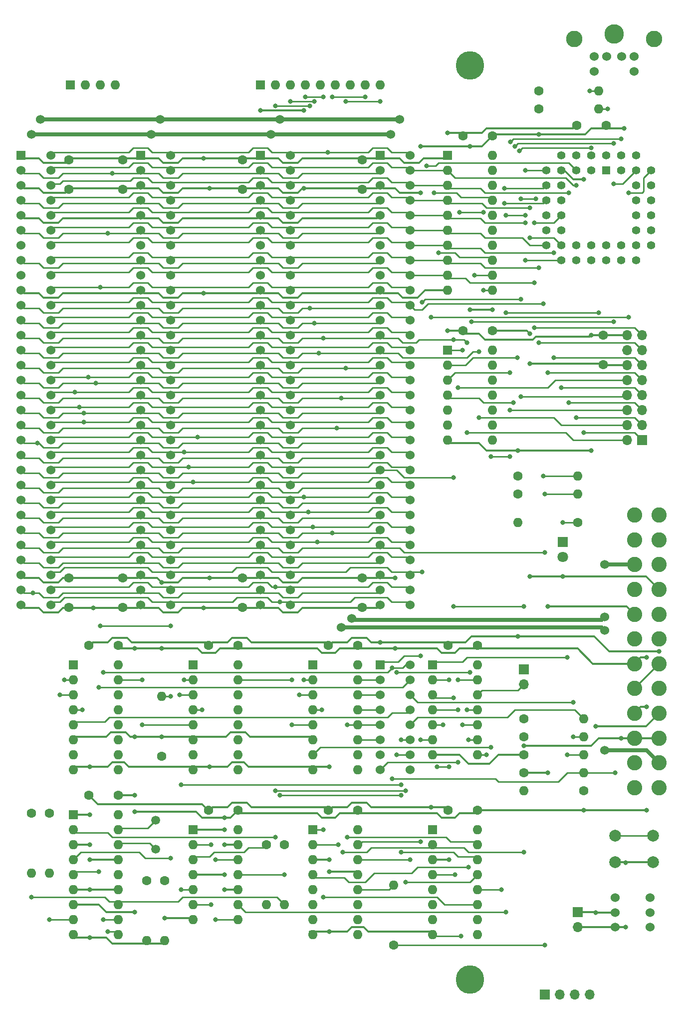
<source format=gbr>
G04 #@! TF.GenerationSoftware,KiCad,Pcbnew,(5.1.8)-1*
G04 #@! TF.CreationDate,2021-09-16T13:44:59-06:00*
G04 #@! TF.ProjectId,Multi,4d756c74-692e-46b6-9963-61645f706362,rev?*
G04 #@! TF.SameCoordinates,Original*
G04 #@! TF.FileFunction,Copper,L1,Top*
G04 #@! TF.FilePolarity,Positive*
%FSLAX46Y46*%
G04 Gerber Fmt 4.6, Leading zero omitted, Abs format (unit mm)*
G04 Created by KiCad (PCBNEW (5.1.8)-1) date 2021-09-16 13:44:59*
%MOMM*%
%LPD*%
G01*
G04 APERTURE LIST*
G04 #@! TA.AperFunction,ComponentPad*
%ADD10C,4.826000*%
G04 #@! TD*
G04 #@! TA.AperFunction,ComponentPad*
%ADD11O,1.600000X1.600000*%
G04 #@! TD*
G04 #@! TA.AperFunction,ComponentPad*
%ADD12R,1.600000X1.600000*%
G04 #@! TD*
G04 #@! TA.AperFunction,ComponentPad*
%ADD13O,1.700000X1.700000*%
G04 #@! TD*
G04 #@! TA.AperFunction,ComponentPad*
%ADD14R,1.700000X1.700000*%
G04 #@! TD*
G04 #@! TA.AperFunction,ComponentPad*
%ADD15C,1.600000*%
G04 #@! TD*
G04 #@! TA.AperFunction,ComponentPad*
%ADD16C,1.524000*%
G04 #@! TD*
G04 #@! TA.AperFunction,ComponentPad*
%ADD17R,1.524000X1.524000*%
G04 #@! TD*
G04 #@! TA.AperFunction,ComponentPad*
%ADD18C,2.000000*%
G04 #@! TD*
G04 #@! TA.AperFunction,ComponentPad*
%ADD19C,1.800000*%
G04 #@! TD*
G04 #@! TA.AperFunction,ComponentPad*
%ADD20R,1.800000X1.800000*%
G04 #@! TD*
G04 #@! TA.AperFunction,ComponentPad*
%ADD21C,2.590800*%
G04 #@! TD*
G04 #@! TA.AperFunction,ComponentPad*
%ADD22C,2.794000*%
G04 #@! TD*
G04 #@! TA.AperFunction,ComponentPad*
%ADD23C,3.302000*%
G04 #@! TD*
G04 #@! TA.AperFunction,ComponentPad*
%ADD24C,1.500000*%
G04 #@! TD*
G04 #@! TA.AperFunction,ComponentPad*
%ADD25R,1.422400X1.422400*%
G04 #@! TD*
G04 #@! TA.AperFunction,ComponentPad*
%ADD26C,1.422400*%
G04 #@! TD*
G04 #@! TA.AperFunction,ViaPad*
%ADD27C,0.800000*%
G04 #@! TD*
G04 #@! TA.AperFunction,Conductor*
%ADD28C,0.330200*%
G04 #@! TD*
G04 #@! TA.AperFunction,Conductor*
%ADD29C,0.250000*%
G04 #@! TD*
G04 #@! TA.AperFunction,Conductor*
%ADD30C,0.635000*%
G04 #@! TD*
G04 APERTURE END LIST*
D10*
G04 #@! TO.P,REF\u002A\u002A,*
G04 #@! TO.N,/GND*
X97536000Y-183642000D03*
G04 #@! TD*
D11*
G04 #@! TO.P,RN1,4*
G04 #@! TO.N,/DRQ2*
X37338000Y-32004000D03*
G04 #@! TO.P,RN1,3*
G04 #@! TO.N,/DRQ3*
X34798000Y-32004000D03*
G04 #@! TO.P,RN1,2*
G04 #@! TO.N,/DRQ1*
X32258000Y-32004000D03*
D12*
G04 #@! TO.P,RN1,1*
G04 #@! TO.N,/GND*
X29718000Y-32004000D03*
G04 #@! TD*
D13*
G04 #@! TO.P,J5,2*
G04 #@! TO.N,/IRQ6_JMP*
X106680000Y-133604000D03*
D14*
G04 #@! TO.P,J5,1*
G04 #@! TO.N,/IRQ6*
X106680000Y-131064000D03*
G04 #@! TD*
D11*
G04 #@! TO.P,R15,2*
G04 #@! TO.N,/DRQ0*
X116840000Y-139446000D03*
D15*
G04 #@! TO.P,R15,1*
G04 #@! TO.N,/GND*
X106680000Y-139446000D03*
G04 #@! TD*
D11*
G04 #@! TO.P,R13,2*
G04 #@! TO.N,/TC*
X115824000Y-101346000D03*
D15*
G04 #@! TO.P,R13,1*
G04 #@! TO.N,/GND*
X105664000Y-101346000D03*
G04 #@! TD*
D11*
G04 #@! TO.P,R12,2*
G04 #@! TO.N,/AEN*
X115824000Y-98298000D03*
D15*
G04 #@! TO.P,R12,1*
G04 #@! TO.N,/GND*
X105664000Y-98298000D03*
G04 #@! TD*
D11*
G04 #@! TO.P,R11,2*
G04 #@! TO.N,/NMI_EN*
X116840000Y-145542000D03*
D15*
G04 #@! TO.P,R11,1*
G04 #@! TO.N,/GND*
X106680000Y-145542000D03*
G04 #@! TD*
D11*
G04 #@! TO.P,R10,2*
G04 #@! TO.N,/HOLD*
X116840000Y-142494000D03*
D15*
G04 #@! TO.P,R10,1*
G04 #@! TO.N,/GND*
X106680000Y-142494000D03*
G04 #@! TD*
D11*
G04 #@! TO.P,RN2,9*
G04 #@! TO.N,/DACK3*
X82296000Y-32004000D03*
G04 #@! TO.P,RN2,8*
G04 #@! TO.N,/DACK2*
X79756000Y-32004000D03*
G04 #@! TO.P,RN2,7*
G04 #@! TO.N,/DACK1*
X77216000Y-32004000D03*
G04 #@! TO.P,RN2,6*
G04 #@! TO.N,/REFRQ*
X74676000Y-32004000D03*
G04 #@! TO.P,RN2,5*
G04 #@! TO.N,/IORD*
X72136000Y-32004000D03*
G04 #@! TO.P,RN2,4*
G04 #@! TO.N,/IOWR*
X69596000Y-32004000D03*
G04 #@! TO.P,RN2,3*
G04 #@! TO.N,/MRD*
X67056000Y-32004000D03*
G04 #@! TO.P,RN2,2*
G04 #@! TO.N,/MWR*
X64516000Y-32004000D03*
D12*
G04 #@! TO.P,RN2,1*
G04 #@! TO.N,/5+*
X61976000Y-32004000D03*
G04 #@! TD*
D16*
G04 #@! TO.P,R,1*
G04 #@! TO.N,/12+*
X120396000Y-113284000D03*
G04 #@! TD*
G04 #@! TO.P,R,1*
G04 #@! TO.N,/12+*
X120396000Y-122174000D03*
G04 #@! TD*
G04 #@! TO.P,R,1*
G04 #@! TO.N,/12-*
X120396000Y-144780000D03*
G04 #@! TD*
G04 #@! TO.P,R,1*
G04 #@! TO.N,/12-*
X120396000Y-124460000D03*
G04 #@! TD*
D11*
G04 #@! TO.P,R9,2*
G04 #@! TO.N,/T1*
X119380000Y-36040000D03*
D15*
G04 #@! TO.P,R9,1*
G04 #@! TO.N,/5+*
X109220000Y-36040000D03*
G04 #@! TD*
D11*
G04 #@! TO.P,R8,2*
G04 #@! TO.N,/T0*
X119380000Y-33020000D03*
D15*
G04 #@! TO.P,R8,1*
G04 #@! TO.N,/5+*
X109220000Y-33020000D03*
G04 #@! TD*
D11*
G04 #@! TO.P,R7,2*
G04 #@! TO.N,/CH_CK*
X106680000Y-151638000D03*
D15*
G04 #@! TO.P,R7,1*
G04 #@! TO.N,/5+*
X116840000Y-151638000D03*
G04 #@! TD*
D11*
G04 #@! TO.P,R6,2*
G04 #@! TO.N,/RDY1*
X45212000Y-135636000D03*
D15*
G04 #@! TO.P,R6,1*
G04 #@! TO.N,/5+*
X45212000Y-145796000D03*
G04 #@! TD*
D16*
G04 #@! TO.P,R,1*
G04 #@! TO.N,/12-*
X75692000Y-123952000D03*
G04 #@! TD*
G04 #@! TO.P,R,1*
G04 #@! TO.N,/12+*
X77470000Y-122428000D03*
G04 #@! TD*
D15*
G04 #@! TO.P,C10,2*
G04 #@! TO.N,/5+*
X120142000Y-79422000D03*
G04 #@! TO.P,C10,1*
G04 #@! TO.N,/GND*
X120142000Y-74422000D03*
G04 #@! TD*
G04 #@! TO.P,C9,2*
G04 #@! TO.N,/5+*
X120650000Y-38862000D03*
G04 #@! TO.P,C9,1*
G04 #@! TO.N,/GND*
X115650000Y-38862000D03*
G04 #@! TD*
D11*
G04 #@! TO.P,R4,2*
G04 #@! TO.N,/GND*
X42672000Y-177038000D03*
D15*
G04 #@! TO.P,R4,1*
G04 #@! TO.N,/X1_8284*
X42672000Y-166878000D03*
G04 #@! TD*
D11*
G04 #@! TO.P,R2,2*
G04 #@! TO.N,/GND*
X45720000Y-177038000D03*
D15*
G04 #@! TO.P,R2,1*
G04 #@! TO.N,/X2_8284*
X45720000Y-166878000D03*
G04 #@! TD*
D11*
G04 #@! TO.P,R18,2*
G04 #@! TO.N,/CLK*
X26162000Y-165608000D03*
D15*
G04 #@! TO.P,R18,1*
G04 #@! TO.N,/CLK88*
X26162000Y-155448000D03*
G04 #@! TD*
D11*
G04 #@! TO.P,R17,2*
G04 #@! TO.N,/PCLK*
X62992000Y-170942000D03*
D15*
G04 #@! TO.P,R17,1*
G04 #@! TO.N,/PCLK88*
X62992000Y-160782000D03*
G04 #@! TD*
D11*
G04 #@! TO.P,R14,2*
G04 #@! TO.N,/OSC*
X23114000Y-165608000D03*
D15*
G04 #@! TO.P,R14,1*
G04 #@! TO.N,/OSC88*
X23114000Y-155448000D03*
G04 #@! TD*
D11*
G04 #@! TO.P,R5,2*
G04 #@! TO.N,/RESET*
X116840000Y-148590000D03*
D15*
G04 #@! TO.P,R5,1*
G04 #@! TO.N,/POWER_GOOD*
X106680000Y-148590000D03*
G04 #@! TD*
D11*
G04 #@! TO.P,R3,2*
G04 #@! TO.N,/OSC*
X66040000Y-170942000D03*
D15*
G04 #@! TO.P,R3,1*
G04 #@! TO.N,/OSC88HF*
X66040000Y-160782000D03*
G04 #@! TD*
D11*
G04 #@! TO.P,U3,2*
G04 #@! TO.N,/SPK_PIN*
X84582000Y-167640000D03*
D15*
G04 #@! TO.P,U3,1*
G04 #@! TO.N,/SPK_PIN_O*
X84582000Y-177800000D03*
G04 #@! TD*
D13*
G04 #@! TO.P,J6,2*
G04 #@! TO.N,/GND*
X115824000Y-174752000D03*
D14*
G04 #@! TO.P,J6,1*
G04 #@! TO.N,/POWER_ON*
X115824000Y-172212000D03*
G04 #@! TD*
D13*
G04 #@! TO.P,J3,4*
G04 #@! TO.N,/5+*
X117856000Y-186182000D03*
G04 #@! TO.P,J3,3*
G04 #@! TO.N,/GND*
X115316000Y-186182000D03*
G04 #@! TO.P,J3,2*
G04 #@! TO.N,Net-(J3-Pad2)*
X112776000Y-186182000D03*
D14*
G04 #@! TO.P,J3,1*
G04 #@! TO.N,/SPK_PIN_O*
X110236000Y-186182000D03*
G04 #@! TD*
D15*
G04 #@! TO.P,C1,2*
G04 #@! TO.N,/5+*
X101346000Y-73660000D03*
G04 #@! TO.P,C1,1*
G04 #@! TO.N,/GND*
X96346000Y-73660000D03*
G04 #@! TD*
D11*
G04 #@! TO.P,U117,16*
G04 #@! TO.N,/5+*
X78486000Y-158242000D03*
G04 #@! TO.P,U117,8*
G04 #@! TO.N,/GND*
X70866000Y-176022000D03*
G04 #@! TO.P,U117,15*
G04 #@! TO.N,/SPK_EN_*
X78486000Y-160782000D03*
G04 #@! TO.P,U117,7*
G04 #@! TO.N,Net-(U117-Pad7)*
X70866000Y-173482000D03*
G04 #@! TO.P,U117,14*
G04 #@! TO.N,/SPK_OUT*
X78486000Y-163322000D03*
G04 #@! TO.P,U117,6*
G04 #@! TO.N,Net-(U117-Pad6)*
X70866000Y-170942000D03*
G04 #@! TO.P,U117,13*
G04 #@! TO.N,/GND*
X78486000Y-165862000D03*
G04 #@! TO.P,U117,5*
G04 #@! TO.N,Net-(U117-Pad5)*
X70866000Y-168402000D03*
G04 #@! TO.P,U117,12*
G04 #@! TO.N,/SPK_PIN*
X78486000Y-168402000D03*
G04 #@! TO.P,U117,4*
G04 #@! TO.N,/PORT_0X61_EN*
X70866000Y-165862000D03*
G04 #@! TO.P,U117,11*
G04 #@! TO.N,Net-(U117-Pad11)*
X78486000Y-170942000D03*
G04 #@! TO.P,U117,3*
G04 #@! TO.N,/GND*
X70866000Y-163322000D03*
G04 #@! TO.P,U117,10*
G04 #@! TO.N,Net-(U117-Pad10)*
X78486000Y-173482000D03*
G04 #@! TO.P,U117,2*
G04 #@! TO.N,/IOWR*
X70866000Y-160782000D03*
G04 #@! TO.P,U117,9*
G04 #@! TO.N,Net-(U117-Pad9)*
X78486000Y-176022000D03*
D12*
G04 #@! TO.P,U117,1*
G04 #@! TO.N,/IO_0061*
X70866000Y-158242000D03*
G04 #@! TD*
D16*
G04 #@! TO.P,J10,16*
G04 #@! TO.N,/RESET*
X87376000Y-130302000D03*
G04 #@! TO.P,J10,15*
G04 #@! TO.N,/READY*
X87376000Y-132842000D03*
D17*
G04 #@! TO.P,J10,1*
G04 #@! TO.N,/IRQ1*
X82296000Y-130302000D03*
D16*
G04 #@! TO.P,J10,2*
G04 #@! TO.N,/IO_000X*
X82296000Y-132842000D03*
G04 #@! TO.P,J10,3*
G04 #@! TO.N,/IO_002X*
X82296000Y-135382000D03*
G04 #@! TO.P,J10,4*
G04 #@! TO.N,/IO_004X*
X82296000Y-137922000D03*
G04 #@! TO.P,J10,5*
G04 #@! TO.N,/IO_006X*
X82296000Y-140462000D03*
G04 #@! TO.P,J10,6*
G04 #@! TO.N,/IO_008X*
X82296000Y-143002000D03*
G04 #@! TO.P,J10,7*
G04 #@! TO.N,Net-(J10-Pad7)*
X82296000Y-145542000D03*
G04 #@! TO.P,J10,8*
G04 #@! TO.N,/NMI*
X82296000Y-148082000D03*
G04 #@! TO.P,J10,9*
G04 #@! TO.N,/SPK_OUT*
X87376000Y-148082000D03*
G04 #@! TO.P,J10,10*
G04 #@! TO.N,/SPK_GO*
X87376000Y-145542000D03*
G04 #@! TO.P,J10,11*
G04 #@! TO.N,/HF_PCLK*
X87376000Y-143002000D03*
G04 #@! TO.P,J10,12*
G04 #@! TO.N,/DRQ0*
X87376000Y-140462000D03*
G04 #@! TO.P,J10,13*
G04 #@! TO.N,/HOLDA*
X87376000Y-137922000D03*
G04 #@! TO.P,J10,14*
G04 #@! TO.N,/HOLD*
X87376000Y-135382000D03*
G04 #@! TD*
D18*
G04 #@! TO.P,SW1,1*
G04 #@! TO.N,/RESET*
X128674000Y-159258000D03*
G04 #@! TO.P,SW1,2*
G04 #@! TO.N,/GND*
X128674000Y-163758000D03*
G04 #@! TO.P,SW1,1*
G04 #@! TO.N,/RESET*
X122174000Y-159258000D03*
G04 #@! TO.P,SW1,2*
G04 #@! TO.N,/GND*
X122174000Y-163758000D03*
G04 #@! TD*
D11*
G04 #@! TO.P,R1,2*
G04 #@! TO.N,/GND*
X105664000Y-106172000D03*
D15*
G04 #@! TO.P,R1,1*
G04 #@! TO.N,/LED_GND*
X115824000Y-106172000D03*
G04 #@! TD*
D19*
G04 #@! TO.P,D1,2*
G04 #@! TO.N,/5+*
X113284000Y-112014000D03*
D20*
G04 #@! TO.P,D1,1*
G04 #@! TO.N,/LED_GND*
X113284000Y-109474000D03*
G04 #@! TD*
D15*
G04 #@! TO.P,C7,2*
G04 #@! TO.N,/5+*
X101346000Y-40640000D03*
G04 #@! TO.P,C7,1*
G04 #@! TO.N,/GND*
X96346000Y-40640000D03*
G04 #@! TD*
D16*
G04 #@! TO.P,8x8mm1,6*
G04 #@! TO.N,Net-(8x8mm1-Pad6)*
X128174000Y-169752000D03*
G04 #@! TO.P,8x8mm1,5*
G04 #@! TO.N,Net-(8x8mm1-Pad5)*
X128174000Y-172252000D03*
G04 #@! TO.P,8x8mm1,4*
G04 #@! TO.N,Net-(8x8mm1-Pad4)*
X128174000Y-174752000D03*
G04 #@! TO.P,8x8mm1,3*
G04 #@! TO.N,/GND*
X122174000Y-174752000D03*
G04 #@! TO.P,8x8mm1,2*
G04 #@! TO.N,/POWER_ON*
X122174000Y-172252000D03*
G04 #@! TO.P,8x8mm1,1*
G04 #@! TO.N,Net-(8x8mm1-Pad1)*
X122174000Y-169752000D03*
G04 #@! TD*
D21*
G04 #@! TO.P,ATXPOWER1,14*
G04 #@! TO.N,/12-*
X129676000Y-146902000D03*
G04 #@! TO.P,ATXPOWER1,13*
G04 #@! TO.N,Net-(ATXPOWER1-Pad13)*
X129676000Y-151102000D03*
G04 #@! TO.P,ATXPOWER1,15*
G04 #@! TO.N,/GND*
X129676000Y-142702000D03*
G04 #@! TO.P,ATXPOWER1,24*
G04 #@! TO.N,Net-(ATXPOWER1-Pad24)*
X129676000Y-104902000D03*
G04 #@! TO.P,ATXPOWER1,23*
G04 #@! TO.N,Net-(ATXPOWER1-Pad23)*
X129676000Y-109102000D03*
G04 #@! TO.P,ATXPOWER1,22*
G04 #@! TO.N,Net-(ATXPOWER1-Pad22)*
X129676000Y-113302000D03*
G04 #@! TO.P,ATXPOWER1,21*
G04 #@! TO.N,/5+*
X129676000Y-117502000D03*
G04 #@! TO.P,ATXPOWER1,18*
G04 #@! TO.N,/GND*
X129676000Y-130102000D03*
G04 #@! TO.P,ATXPOWER1,20*
G04 #@! TO.N,Net-(ATXPOWER1-Pad20)*
X129676000Y-121702000D03*
G04 #@! TO.P,ATXPOWER1,19*
G04 #@! TO.N,/GND*
X129676000Y-125902000D03*
G04 #@! TO.P,ATXPOWER1,16*
G04 #@! TO.N,/POWER_ON*
X129676000Y-138502000D03*
G04 #@! TO.P,ATXPOWER1,17*
G04 #@! TO.N,Net-(ATXPOWER1-Pad17)*
X129676000Y-134302000D03*
G04 #@! TO.P,ATXPOWER1,1*
G04 #@! TO.N,Net-(ATXPOWER1-Pad1)*
X125476000Y-151102000D03*
G04 #@! TO.P,ATXPOWER1,2*
G04 #@! TO.N,Net-(ATXPOWER1-Pad2)*
X125476000Y-146902000D03*
G04 #@! TO.P,ATXPOWER1,3*
G04 #@! TO.N,/GND*
X125476000Y-142702000D03*
G04 #@! TO.P,ATXPOWER1,4*
G04 #@! TO.N,/5+*
X125476000Y-138502000D03*
G04 #@! TO.P,ATXPOWER1,5*
G04 #@! TO.N,/GND*
X125476000Y-134302000D03*
G04 #@! TO.P,ATXPOWER1,6*
G04 #@! TO.N,/5+*
X125476000Y-130102000D03*
G04 #@! TO.P,ATXPOWER1,7*
G04 #@! TO.N,Net-(ATXPOWER1-Pad7)*
X125476000Y-125902000D03*
G04 #@! TO.P,ATXPOWER1,8*
G04 #@! TO.N,/POWER_GOOD*
X125476000Y-121702000D03*
G04 #@! TO.P,ATXPOWER1,9*
G04 #@! TO.N,Net-(ATXPOWER1-Pad9)*
X125476000Y-117502000D03*
G04 #@! TO.P,ATXPOWER1,10*
G04 #@! TO.N,/12+*
X125476000Y-113302000D03*
G04 #@! TO.P,ATXPOWER1,11*
G04 #@! TO.N,Net-(ATXPOWER1-Pad11)*
X125476000Y-109102000D03*
G04 #@! TO.P,ATXPOWER1,12*
G04 #@! TO.N,Net-(ATXPOWER1-Pad12)*
X125476000Y-104902000D03*
G04 #@! TD*
D15*
G04 #@! TO.P,C29,2*
G04 #@! TO.N,/5+*
X38608000Y-115570000D03*
G04 #@! TO.P,C29,1*
G04 #@! TO.N,/GND*
X38608000Y-120570000D03*
G04 #@! TD*
G04 #@! TO.P,C28,2*
G04 #@! TO.N,/5+*
X58928000Y-115570000D03*
G04 #@! TO.P,C28,1*
G04 #@! TO.N,/GND*
X58928000Y-120570000D03*
G04 #@! TD*
G04 #@! TO.P,C27,2*
G04 #@! TO.N,/5+*
X29464000Y-115570000D03*
G04 #@! TO.P,C27,1*
G04 #@! TO.N,/GND*
X29464000Y-120570000D03*
G04 #@! TD*
G04 #@! TO.P,C26,2*
G04 #@! TO.N,/5+*
X79248000Y-115570000D03*
G04 #@! TO.P,C26,1*
G04 #@! TO.N,/GND*
X79248000Y-120570000D03*
G04 #@! TD*
G04 #@! TO.P,C25,2*
G04 #@! TO.N,/5+*
X38608000Y-49704000D03*
G04 #@! TO.P,C25,1*
G04 #@! TO.N,/GND*
X38608000Y-44704000D03*
G04 #@! TD*
G04 #@! TO.P,C24,2*
G04 #@! TO.N,/5+*
X29464000Y-49704000D03*
G04 #@! TO.P,C24,1*
G04 #@! TO.N,/GND*
X29464000Y-44704000D03*
G04 #@! TD*
G04 #@! TO.P,C23,2*
G04 #@! TO.N,/5+*
X79248000Y-49704000D03*
G04 #@! TO.P,C23,1*
G04 #@! TO.N,/GND*
X79248000Y-44704000D03*
G04 #@! TD*
G04 #@! TO.P,C22,2*
G04 #@! TO.N,/5+*
X58928000Y-49704000D03*
G04 #@! TO.P,C22,1*
G04 #@! TO.N,/GND*
X58928000Y-44704000D03*
G04 #@! TD*
D22*
G04 #@! TO.P,J2,*
G04 #@! TO.N,*
X115265200Y-24180800D03*
X128778000Y-24180800D03*
D23*
X122021600Y-23368000D03*
D16*
G04 #@! TO.P,J2,6*
G04 #@! TO.N,Net-(J2-Pad6)*
X125425200Y-29667200D03*
G04 #@! TO.P,J2,5*
G04 #@! TO.N,/T0*
X118618000Y-29667200D03*
G04 #@! TO.P,J2,2*
G04 #@! TO.N,Net-(J2-Pad2)*
X123317000Y-27178000D03*
G04 #@! TO.P,J2,1*
G04 #@! TO.N,/T1*
X120726200Y-27178000D03*
G04 #@! TO.P,J2,4*
G04 #@! TO.N,/5+*
X125425200Y-27178000D03*
G04 #@! TO.P,J2,3*
G04 #@! TO.N,/GND*
X118618000Y-27178000D03*
G04 #@! TD*
D12*
G04 #@! TO.P,U17,1*
G04 #@! TO.N,/NMI_EN_139*
X91186000Y-158242000D03*
D11*
G04 #@! TO.P,U17,9*
G04 #@! TO.N,Net-(U17-Pad9)*
X98806000Y-176022000D03*
G04 #@! TO.P,U17,2*
G04 #@! TO.N,/CH_CK*
X91186000Y-160782000D03*
G04 #@! TO.P,U17,10*
G04 #@! TO.N,Net-(U17-Pad10)*
X98806000Y-173482000D03*
G04 #@! TO.P,U17,3*
G04 #@! TO.N,/GND*
X91186000Y-163322000D03*
G04 #@! TO.P,U17,11*
G04 #@! TO.N,/IO_0061*
X98806000Y-170942000D03*
G04 #@! TO.P,U17,4*
G04 #@! TO.N,/NMI_INPUT*
X91186000Y-165862000D03*
G04 #@! TO.P,U17,12*
G04 #@! TO.N,/IO_0060*
X98806000Y-168402000D03*
G04 #@! TO.P,U17,5*
G04 #@! TO.N,Net-(U17-Pad5)*
X91186000Y-168402000D03*
G04 #@! TO.P,U17,13*
G04 #@! TO.N,/A1*
X98806000Y-165862000D03*
G04 #@! TO.P,U17,6*
G04 #@! TO.N,Net-(U17-Pad6)*
X91186000Y-170942000D03*
G04 #@! TO.P,U17,14*
G04 #@! TO.N,/A0*
X98806000Y-163322000D03*
G04 #@! TO.P,U17,7*
G04 #@! TO.N,Net-(U17-Pad7)*
X91186000Y-173482000D03*
G04 #@! TO.P,U17,15*
G04 #@! TO.N,/IO_006X*
X98806000Y-160782000D03*
G04 #@! TO.P,U17,8*
G04 #@! TO.N,/GND*
X91186000Y-176022000D03*
G04 #@! TO.P,U17,16*
G04 #@! TO.N,/5+*
X98806000Y-158242000D03*
G04 #@! TD*
D16*
G04 #@! TO.P,R,1*
G04 #@! TO.N,/12-*
X43434000Y-40386000D03*
G04 #@! TD*
G04 #@! TO.P,R,1*
G04 #@! TO.N,/12+*
X44958000Y-37846000D03*
G04 #@! TD*
G04 #@! TO.P,R,1*
G04 #@! TO.N,/12+*
X24638000Y-37846000D03*
G04 #@! TD*
G04 #@! TO.P,R,1*
G04 #@! TO.N,/12-*
X23114000Y-40386000D03*
G04 #@! TD*
D10*
G04 #@! TO.P,REF\u002A\u002A,*
G04 #@! TO.N,/GND*
X97536000Y-28702000D03*
G04 #@! TD*
D16*
G04 #@! TO.P,R,1*
G04 #@! TO.N,/12-*
X84074000Y-40386000D03*
G04 #@! TD*
G04 #@! TO.P,R,1*
G04 #@! TO.N,/12+*
X85598000Y-37846000D03*
G04 #@! TD*
G04 #@! TO.P,R,1*
G04 #@! TO.N,/12-*
X63754000Y-40386000D03*
G04 #@! TD*
G04 #@! TO.P,R,1*
G04 #@! TO.N,/12+*
X65278000Y-37846000D03*
G04 #@! TD*
D13*
G04 #@! TO.P,J4,16*
G04 #@! TO.N,/GND*
X124206000Y-74422000D03*
G04 #@! TO.P,J4,15*
G04 #@! TO.N,/D0*
X126746000Y-74422000D03*
G04 #@! TO.P,J4,14*
G04 #@! TO.N,/GND*
X124206000Y-76962000D03*
G04 #@! TO.P,J4,13*
G04 #@! TO.N,/D1*
X126746000Y-76962000D03*
G04 #@! TO.P,J4,12*
G04 #@! TO.N,/5+*
X124206000Y-79502000D03*
G04 #@! TO.P,J4,11*
G04 #@! TO.N,/D2*
X126746000Y-79502000D03*
G04 #@! TO.P,J4,10*
G04 #@! TO.N,/IN_IRQ6*
X124206000Y-82042000D03*
G04 #@! TO.P,J4,9*
G04 #@! TO.N,/D3*
X126746000Y-82042000D03*
G04 #@! TO.P,J4,8*
G04 #@! TO.N,/A2*
X124206000Y-84582000D03*
G04 #@! TO.P,J4,7*
G04 #@! TO.N,/D4*
X126746000Y-84582000D03*
G04 #@! TO.P,J4,6*
G04 #@! TO.N,/IO_00EX*
X124206000Y-87122000D03*
G04 #@! TO.P,J4,5*
G04 #@! TO.N,/D5*
X126746000Y-87122000D03*
G04 #@! TO.P,J4,4*
G04 #@! TO.N,/IORD*
X124206000Y-89662000D03*
G04 #@! TO.P,J4,3*
G04 #@! TO.N,/D6*
X126746000Y-89662000D03*
G04 #@! TO.P,J4,2*
G04 #@! TO.N,/IOWR*
X124206000Y-92202000D03*
D14*
G04 #@! TO.P,J4,1*
G04 #@! TO.N,/D7*
X126746000Y-92202000D03*
G04 #@! TD*
D11*
G04 #@! TO.P,U9,16*
G04 #@! TO.N,/5+*
X37846000Y-130302000D03*
G04 #@! TO.P,U9,8*
G04 #@! TO.N,/GND*
X30226000Y-148082000D03*
G04 #@! TO.P,U9,15*
G04 #@! TO.N,/IO_0XXX*
X37846000Y-132842000D03*
G04 #@! TO.P,U9,7*
G04 #@! TO.N,Net-(U9-Pad7)*
X30226000Y-145542000D03*
G04 #@! TO.P,U9,14*
G04 #@! TO.N,Net-(U9-Pad14)*
X37846000Y-135382000D03*
G04 #@! TO.P,U9,6*
G04 #@! TO.N,/5+*
X30226000Y-143002000D03*
G04 #@! TO.P,U9,13*
G04 #@! TO.N,Net-(U9-Pad13)*
X37846000Y-137922000D03*
G04 #@! TO.P,U9,5*
G04 #@! TO.N,/HOLDA*
X30226000Y-140462000D03*
G04 #@! TO.P,U9,12*
G04 #@! TO.N,Net-(U9-Pad12)*
X37846000Y-140462000D03*
G04 #@! TO.P,U9,4*
G04 #@! TO.N,/A15*
X30226000Y-137922000D03*
G04 #@! TO.P,U9,11*
G04 #@! TO.N,Net-(U9-Pad11)*
X37846000Y-143002000D03*
G04 #@! TO.P,U9,3*
G04 #@! TO.N,/A14*
X30226000Y-135382000D03*
G04 #@! TO.P,U9,10*
G04 #@! TO.N,Net-(U9-Pad10)*
X37846000Y-145542000D03*
G04 #@! TO.P,U9,2*
G04 #@! TO.N,/A13*
X30226000Y-132842000D03*
G04 #@! TO.P,U9,9*
G04 #@! TO.N,Net-(U9-Pad9)*
X37846000Y-148082000D03*
D12*
G04 #@! TO.P,U9,1*
G04 #@! TO.N,/A12*
X30226000Y-130302000D03*
G04 #@! TD*
G04 #@! TO.P,U11,1*
G04 #@! TO.N,/GND*
X30226000Y-155702000D03*
D11*
G04 #@! TO.P,U11,10*
G04 #@! TO.N,/RESOUT*
X37846000Y-176022000D03*
G04 #@! TO.P,U11,2*
G04 #@! TO.N,/PCLK*
X30226000Y-158242000D03*
G04 #@! TO.P,U11,11*
G04 #@! TO.N,/RESET*
X37846000Y-173482000D03*
G04 #@! TO.P,U11,3*
G04 #@! TO.N,/GND*
X30226000Y-160782000D03*
G04 #@! TO.P,U11,12*
G04 #@! TO.N,/OSC*
X37846000Y-170942000D03*
G04 #@! TO.P,U11,4*
G04 #@! TO.N,/RDY1*
X30226000Y-163322000D03*
G04 #@! TO.P,U11,13*
G04 #@! TO.N,/GND*
X37846000Y-168402000D03*
G04 #@! TO.P,U11,5*
G04 #@! TO.N,/READY*
X30226000Y-165862000D03*
G04 #@! TO.P,U11,14*
G04 #@! TO.N,Net-(U11-Pad14)*
X37846000Y-165862000D03*
G04 #@! TO.P,U11,6*
G04 #@! TO.N,/GND*
X30226000Y-168402000D03*
G04 #@! TO.P,U11,15*
X37846000Y-163322000D03*
G04 #@! TO.P,U11,7*
G04 #@! TO.N,/5+*
X30226000Y-170942000D03*
G04 #@! TO.P,U11,16*
G04 #@! TO.N,/X2_8284*
X37846000Y-160782000D03*
G04 #@! TO.P,U11,8*
G04 #@! TO.N,/CLK*
X30226000Y-173482000D03*
G04 #@! TO.P,U11,17*
G04 #@! TO.N,/X1_8284*
X37846000Y-158242000D03*
G04 #@! TO.P,U11,9*
G04 #@! TO.N,/GND*
X30226000Y-176022000D03*
G04 #@! TO.P,U11,18*
G04 #@! TO.N,/5+*
X37846000Y-155702000D03*
G04 #@! TD*
D12*
G04 #@! TO.P,U12,1*
G04 #@! TO.N,/A8*
X50546000Y-130302000D03*
D11*
G04 #@! TO.P,U12,9*
G04 #@! TO.N,Net-(U12-Pad9)*
X58166000Y-148082000D03*
G04 #@! TO.P,U12,2*
G04 #@! TO.N,/A9*
X50546000Y-132842000D03*
G04 #@! TO.P,U12,10*
G04 #@! TO.N,Net-(U12-Pad10)*
X58166000Y-145542000D03*
G04 #@! TO.P,U12,3*
G04 #@! TO.N,/A10*
X50546000Y-135382000D03*
G04 #@! TO.P,U12,11*
G04 #@! TO.N,Net-(U12-Pad11)*
X58166000Y-143002000D03*
G04 #@! TO.P,U12,4*
G04 #@! TO.N,/A11*
X50546000Y-137922000D03*
G04 #@! TO.P,U12,12*
G04 #@! TO.N,Net-(U12-Pad12)*
X58166000Y-140462000D03*
G04 #@! TO.P,U12,5*
G04 #@! TO.N,/IO_0XXX*
X50546000Y-140462000D03*
G04 #@! TO.P,U12,13*
G04 #@! TO.N,Net-(U12-Pad13)*
X58166000Y-137922000D03*
G04 #@! TO.P,U12,6*
G04 #@! TO.N,/5+*
X50546000Y-143002000D03*
G04 #@! TO.P,U12,14*
G04 #@! TO.N,Net-(U12-Pad14)*
X58166000Y-135382000D03*
G04 #@! TO.P,U12,7*
G04 #@! TO.N,Net-(U12-Pad7)*
X50546000Y-145542000D03*
G04 #@! TO.P,U12,15*
G04 #@! TO.N,/IO_00XX*
X58166000Y-132842000D03*
G04 #@! TO.P,U12,8*
G04 #@! TO.N,/GND*
X50546000Y-148082000D03*
G04 #@! TO.P,U12,16*
G04 #@! TO.N,/5+*
X58166000Y-130302000D03*
G04 #@! TD*
D12*
G04 #@! TO.P,U13,1*
G04 #@! TO.N,/A5*
X70866000Y-130302000D03*
D11*
G04 #@! TO.P,U13,9*
G04 #@! TO.N,Net-(U13-Pad9)*
X78486000Y-148082000D03*
G04 #@! TO.P,U13,2*
G04 #@! TO.N,/A6*
X70866000Y-132842000D03*
G04 #@! TO.P,U13,10*
G04 #@! TO.N,Net-(U13-Pad10)*
X78486000Y-145542000D03*
G04 #@! TO.P,U13,3*
G04 #@! TO.N,/A7*
X70866000Y-135382000D03*
G04 #@! TO.P,U13,11*
G04 #@! TO.N,/IO_008X*
X78486000Y-143002000D03*
G04 #@! TO.P,U13,4*
G04 #@! TO.N,/A4*
X70866000Y-137922000D03*
G04 #@! TO.P,U13,12*
G04 #@! TO.N,/IO_006X*
X78486000Y-140462000D03*
G04 #@! TO.P,U13,5*
G04 #@! TO.N,/IO_00XX*
X70866000Y-140462000D03*
G04 #@! TO.P,U13,13*
G04 #@! TO.N,/IO_004X*
X78486000Y-137922000D03*
G04 #@! TO.P,U13,6*
G04 #@! TO.N,/5+*
X70866000Y-143002000D03*
G04 #@! TO.P,U13,14*
G04 #@! TO.N,/IO_002X*
X78486000Y-135382000D03*
G04 #@! TO.P,U13,7*
G04 #@! TO.N,/IO_00EX*
X70866000Y-145542000D03*
G04 #@! TO.P,U13,15*
G04 #@! TO.N,/IO_000X*
X78486000Y-132842000D03*
G04 #@! TO.P,U13,8*
G04 #@! TO.N,/GND*
X70866000Y-148082000D03*
G04 #@! TO.P,U13,16*
G04 #@! TO.N,/5+*
X78486000Y-130302000D03*
G04 #@! TD*
D12*
G04 #@! TO.P,U14,1*
G04 #@! TO.N,/5+*
X50546000Y-158242000D03*
D11*
G04 #@! TO.P,U14,8*
G04 #@! TO.N,/FB1*
X58166000Y-173482000D03*
G04 #@! TO.P,U14,2*
G04 #@! TO.N,/FB2*
X50546000Y-160782000D03*
G04 #@! TO.P,U14,9*
G04 #@! TO.N,/HF_OSC*
X58166000Y-170942000D03*
G04 #@! TO.P,U14,3*
G04 #@! TO.N,/PCLK88*
X50546000Y-163322000D03*
G04 #@! TO.P,U14,10*
G04 #@! TO.N,/5+*
X58166000Y-168402000D03*
G04 #@! TO.P,U14,4*
X50546000Y-165862000D03*
G04 #@! TO.P,U14,11*
G04 #@! TO.N,/OSC88HF*
X58166000Y-165862000D03*
G04 #@! TO.P,U14,5*
G04 #@! TO.N,/HF_PCLK*
X50546000Y-168402000D03*
G04 #@! TO.P,U14,12*
G04 #@! TO.N,/FB1*
X58166000Y-163322000D03*
G04 #@! TO.P,U14,6*
G04 #@! TO.N,/FB2*
X50546000Y-170942000D03*
G04 #@! TO.P,U14,13*
G04 #@! TO.N,/5+*
X58166000Y-160782000D03*
G04 #@! TO.P,U14,7*
G04 #@! TO.N,/GND*
X50546000Y-173482000D03*
G04 #@! TO.P,U14,14*
G04 #@! TO.N,/5+*
X58166000Y-158242000D03*
G04 #@! TD*
D12*
G04 #@! TO.P,U15,1*
G04 #@! TO.N,/GND*
X93726000Y-43942000D03*
D11*
G04 #@! TO.P,U15,11*
G04 #@! TO.N,/PORT_0X61_CS*
X101346000Y-66802000D03*
G04 #@! TO.P,U15,2*
G04 #@! TO.N,/D7*
X93726000Y-46482000D03*
G04 #@! TO.P,U15,12*
G04 #@! TO.N,/SPK_GO*
X101346000Y-64262000D03*
G04 #@! TO.P,U15,3*
G04 #@! TO.N,/D6*
X93726000Y-49022000D03*
G04 #@! TO.P,U15,13*
G04 #@! TO.N,/SPK_EN*
X101346000Y-61722000D03*
G04 #@! TO.P,U15,4*
G04 #@! TO.N,/D5*
X93726000Y-51562000D03*
G04 #@! TO.P,U15,14*
G04 #@! TO.N,Net-(U15-Pad14)*
X101346000Y-59182000D03*
G04 #@! TO.P,U15,5*
G04 #@! TO.N,/D4*
X93726000Y-54102000D03*
G04 #@! TO.P,U15,15*
G04 #@! TO.N,Net-(U15-Pad15)*
X101346000Y-56642000D03*
G04 #@! TO.P,U15,6*
G04 #@! TO.N,/D3*
X93726000Y-56642000D03*
G04 #@! TO.P,U15,16*
G04 #@! TO.N,Net-(U15-Pad16)*
X101346000Y-54102000D03*
G04 #@! TO.P,U15,7*
G04 #@! TO.N,/D2*
X93726000Y-59182000D03*
G04 #@! TO.P,U15,17*
G04 #@! TO.N,/NMI_EN*
X101346000Y-51562000D03*
G04 #@! TO.P,U15,8*
G04 #@! TO.N,/D1*
X93726000Y-61722000D03*
G04 #@! TO.P,U15,18*
G04 #@! TO.N,Net-(U15-Pad18)*
X101346000Y-49022000D03*
G04 #@! TO.P,U15,9*
G04 #@! TO.N,/D0*
X93726000Y-64262000D03*
G04 #@! TO.P,U15,19*
G04 #@! TO.N,Net-(U15-Pad19)*
X101346000Y-46482000D03*
G04 #@! TO.P,U15,10*
G04 #@! TO.N,/GND*
X93726000Y-66802000D03*
G04 #@! TO.P,U15,20*
G04 #@! TO.N,/5+*
X101346000Y-43942000D03*
G04 #@! TD*
D12*
G04 #@! TO.P,U16,1*
G04 #@! TO.N,/NMI_EN*
X91186000Y-130302000D03*
D11*
G04 #@! TO.P,U16,8*
G04 #@! TO.N,/PORT_0X61_CS*
X98806000Y-145542000D03*
G04 #@! TO.P,U16,2*
G04 #@! TO.N,/NMI_EN_139*
X91186000Y-132842000D03*
G04 #@! TO.P,U16,9*
G04 #@! TO.N,/PORT_0X61_EN*
X98806000Y-143002000D03*
G04 #@! TO.P,U16,3*
G04 #@! TO.N,/NMI_INPUT*
X91186000Y-135382000D03*
G04 #@! TO.P,U16,10*
G04 #@! TO.N,/KBD_CLK_INVERTED*
X98806000Y-140462000D03*
G04 #@! TO.P,U16,4*
G04 #@! TO.N,/NMI*
X91186000Y-137922000D03*
G04 #@! TO.P,U16,11*
G04 #@! TO.N,/KBD_CLK*
X98806000Y-137922000D03*
G04 #@! TO.P,U16,5*
G04 #@! TO.N,/SPK_EN*
X91186000Y-140462000D03*
G04 #@! TO.P,U16,12*
G04 #@! TO.N,/IRQ6_JMP*
X98806000Y-135382000D03*
G04 #@! TO.P,U16,6*
G04 #@! TO.N,/SPK_EN_*
X91186000Y-143002000D03*
G04 #@! TO.P,U16,13*
G04 #@! TO.N,/IN_IRQ6*
X98806000Y-132842000D03*
G04 #@! TO.P,U16,7*
G04 #@! TO.N,/GND*
X91186000Y-145542000D03*
G04 #@! TO.P,U16,14*
G04 #@! TO.N,/5+*
X98806000Y-130302000D03*
G04 #@! TD*
D24*
G04 #@! TO.P,Y2,1*
G04 #@! TO.N,/X2_8284*
X44196000Y-161544000D03*
G04 #@! TO.P,Y2,2*
G04 #@! TO.N,/X1_8284*
X44196000Y-156644000D03*
G04 #@! TD*
D16*
G04 #@! TO.P,J1,62*
G04 #@! TO.N,/A0*
X26416000Y-120142000D03*
G04 #@! TO.P,J1,61*
G04 #@! TO.N,/A1*
X26416000Y-117602000D03*
G04 #@! TO.P,J1,60*
G04 #@! TO.N,/A2*
X26416000Y-115062000D03*
G04 #@! TO.P,J1,59*
G04 #@! TO.N,/A3*
X26416000Y-112522000D03*
G04 #@! TO.P,J1,58*
G04 #@! TO.N,/A4*
X26416000Y-109982000D03*
G04 #@! TO.P,J1,57*
G04 #@! TO.N,/A5*
X26416000Y-107442000D03*
G04 #@! TO.P,J1,56*
G04 #@! TO.N,/A6*
X26416000Y-104902000D03*
G04 #@! TO.P,J1,55*
G04 #@! TO.N,/A7*
X26416000Y-102362000D03*
G04 #@! TO.P,J1,54*
G04 #@! TO.N,/A8*
X26416000Y-99822000D03*
G04 #@! TO.P,J1,53*
G04 #@! TO.N,/A9*
X26416000Y-97282000D03*
G04 #@! TO.P,J1,52*
G04 #@! TO.N,/A10*
X26416000Y-94742000D03*
G04 #@! TO.P,J1,51*
G04 #@! TO.N,/A11*
X26416000Y-92202000D03*
G04 #@! TO.P,J1,50*
G04 #@! TO.N,/A12*
X26416000Y-89662000D03*
G04 #@! TO.P,J1,49*
G04 #@! TO.N,/A13*
X26416000Y-87122000D03*
G04 #@! TO.P,J1,48*
G04 #@! TO.N,/A14*
X26416000Y-84582000D03*
G04 #@! TO.P,J1,47*
G04 #@! TO.N,/A15*
X26416000Y-82042000D03*
G04 #@! TO.P,J1,46*
G04 #@! TO.N,/A16*
X26416000Y-79502000D03*
G04 #@! TO.P,J1,45*
G04 #@! TO.N,/A17*
X26416000Y-76962000D03*
G04 #@! TO.P,J1,44*
G04 #@! TO.N,/A18*
X26416000Y-74422000D03*
G04 #@! TO.P,J1,43*
G04 #@! TO.N,/A19*
X26416000Y-71882000D03*
G04 #@! TO.P,J1,42*
G04 #@! TO.N,/AEN*
X26416000Y-69342000D03*
G04 #@! TO.P,J1,41*
G04 #@! TO.N,/RDY1*
X26416000Y-66802000D03*
G04 #@! TO.P,J1,40*
G04 #@! TO.N,/D0*
X26416000Y-64262000D03*
G04 #@! TO.P,J1,39*
G04 #@! TO.N,/D1*
X26416000Y-61722000D03*
G04 #@! TO.P,J1,38*
G04 #@! TO.N,/D2*
X26416000Y-59182000D03*
G04 #@! TO.P,J1,37*
G04 #@! TO.N,/D3*
X26416000Y-56642000D03*
G04 #@! TO.P,J1,36*
G04 #@! TO.N,/D4*
X26416000Y-54102000D03*
G04 #@! TO.P,J1,35*
G04 #@! TO.N,/D5*
X26416000Y-51562000D03*
G04 #@! TO.P,J1,34*
G04 #@! TO.N,/D6*
X26416000Y-49022000D03*
G04 #@! TO.P,J1,33*
G04 #@! TO.N,/D7*
X26416000Y-46482000D03*
G04 #@! TO.P,J1,32*
G04 #@! TO.N,/CH_CK*
X26416000Y-43942000D03*
G04 #@! TO.P,J1,31*
G04 #@! TO.N,/GND*
X21336000Y-120142000D03*
G04 #@! TO.P,J1,30*
G04 #@! TO.N,/OSC88*
X21336000Y-117602000D03*
G04 #@! TO.P,J1,29*
G04 #@! TO.N,/5+*
X21336000Y-115062000D03*
G04 #@! TO.P,J1,28*
G04 #@! TO.N,/ALE*
X21336000Y-112522000D03*
G04 #@! TO.P,J1,27*
G04 #@! TO.N,/TC*
X21336000Y-109982000D03*
G04 #@! TO.P,J1,26*
G04 #@! TO.N,/DACK2*
X21336000Y-107442000D03*
G04 #@! TO.P,J1,25*
G04 #@! TO.N,/IRQ3*
X21336000Y-104902000D03*
G04 #@! TO.P,J1,24*
G04 #@! TO.N,/IRQ4*
X21336000Y-102362000D03*
G04 #@! TO.P,J1,23*
G04 #@! TO.N,/IRQ5*
X21336000Y-99822000D03*
G04 #@! TO.P,J1,22*
G04 #@! TO.N,/IRQ6*
X21336000Y-97282000D03*
G04 #@! TO.P,J1,21*
G04 #@! TO.N,/IRQ7*
X21336000Y-94742000D03*
G04 #@! TO.P,J1,20*
G04 #@! TO.N,/CLK88*
X21336000Y-92202000D03*
G04 #@! TO.P,J1,19*
G04 #@! TO.N,/REFRQ*
X21336000Y-89662000D03*
G04 #@! TO.P,J1,18*
G04 #@! TO.N,/DRQ1*
X21336000Y-87122000D03*
G04 #@! TO.P,J1,17*
G04 #@! TO.N,/DACK1*
X21336000Y-84582000D03*
G04 #@! TO.P,J1,16*
G04 #@! TO.N,/DRQ3*
X21336000Y-82042000D03*
G04 #@! TO.P,J1,15*
G04 #@! TO.N,/DACK3*
X21336000Y-79502000D03*
G04 #@! TO.P,J1,14*
G04 #@! TO.N,/IORD*
X21336000Y-76962000D03*
G04 #@! TO.P,J1,13*
G04 #@! TO.N,/IOWR*
X21336000Y-74422000D03*
G04 #@! TO.P,J1,12*
G04 #@! TO.N,/MRD*
X21336000Y-71882000D03*
G04 #@! TO.P,J1,11*
G04 #@! TO.N,/MWR*
X21336000Y-69342000D03*
G04 #@! TO.P,J1,10*
G04 #@! TO.N,/GND*
X21336000Y-66802000D03*
G04 #@! TO.P,J1,9*
G04 #@! TO.N,/12+*
X21336000Y-64262000D03*
G04 #@! TO.P,J1,8*
G04 #@! TO.N,/NC*
X21336000Y-61722000D03*
G04 #@! TO.P,J1,7*
G04 #@! TO.N,/12-*
X21336000Y-59182000D03*
G04 #@! TO.P,J1,6*
G04 #@! TO.N,/DRQ2*
X21336000Y-56642000D03*
G04 #@! TO.P,J1,5*
G04 #@! TO.N,/5-*
X21336000Y-54102000D03*
G04 #@! TO.P,J1,4*
G04 #@! TO.N,/IRQ2*
X21336000Y-51562000D03*
G04 #@! TO.P,J1,3*
G04 #@! TO.N,/5+*
X21336000Y-49022000D03*
G04 #@! TO.P,J1,2*
G04 #@! TO.N,/RESOUT*
X21336000Y-46482000D03*
D17*
G04 #@! TO.P,J1,1*
G04 #@! TO.N,/GND*
X21336000Y-43942000D03*
G04 #@! TD*
G04 #@! TO.P,J7,1*
G04 #@! TO.N,/GND*
X41656000Y-43942000D03*
D16*
G04 #@! TO.P,J7,2*
G04 #@! TO.N,/RESOUT*
X41656000Y-46482000D03*
G04 #@! TO.P,J7,3*
G04 #@! TO.N,/5+*
X41656000Y-49022000D03*
G04 #@! TO.P,J7,4*
G04 #@! TO.N,/IRQ2*
X41656000Y-51562000D03*
G04 #@! TO.P,J7,5*
G04 #@! TO.N,/5-*
X41656000Y-54102000D03*
G04 #@! TO.P,J7,6*
G04 #@! TO.N,/DRQ2*
X41656000Y-56642000D03*
G04 #@! TO.P,J7,7*
G04 #@! TO.N,/12-*
X41656000Y-59182000D03*
G04 #@! TO.P,J7,8*
G04 #@! TO.N,/NC*
X41656000Y-61722000D03*
G04 #@! TO.P,J7,9*
G04 #@! TO.N,/12+*
X41656000Y-64262000D03*
G04 #@! TO.P,J7,10*
G04 #@! TO.N,/GND*
X41656000Y-66802000D03*
G04 #@! TO.P,J7,11*
G04 #@! TO.N,/MWR*
X41656000Y-69342000D03*
G04 #@! TO.P,J7,12*
G04 #@! TO.N,/MRD*
X41656000Y-71882000D03*
G04 #@! TO.P,J7,13*
G04 #@! TO.N,/IOWR*
X41656000Y-74422000D03*
G04 #@! TO.P,J7,14*
G04 #@! TO.N,/IORD*
X41656000Y-76962000D03*
G04 #@! TO.P,J7,15*
G04 #@! TO.N,/DACK3*
X41656000Y-79502000D03*
G04 #@! TO.P,J7,16*
G04 #@! TO.N,/DRQ3*
X41656000Y-82042000D03*
G04 #@! TO.P,J7,17*
G04 #@! TO.N,/DACK1*
X41656000Y-84582000D03*
G04 #@! TO.P,J7,18*
G04 #@! TO.N,/DRQ1*
X41656000Y-87122000D03*
G04 #@! TO.P,J7,19*
G04 #@! TO.N,/REFRQ*
X41656000Y-89662000D03*
G04 #@! TO.P,J7,20*
G04 #@! TO.N,/CLK88*
X41656000Y-92202000D03*
G04 #@! TO.P,J7,21*
G04 #@! TO.N,/IRQ7*
X41656000Y-94742000D03*
G04 #@! TO.P,J7,22*
G04 #@! TO.N,/IRQ6*
X41656000Y-97282000D03*
G04 #@! TO.P,J7,23*
G04 #@! TO.N,/IRQ5*
X41656000Y-99822000D03*
G04 #@! TO.P,J7,24*
G04 #@! TO.N,/IRQ4*
X41656000Y-102362000D03*
G04 #@! TO.P,J7,25*
G04 #@! TO.N,/IRQ3*
X41656000Y-104902000D03*
G04 #@! TO.P,J7,26*
G04 #@! TO.N,/DACK2*
X41656000Y-107442000D03*
G04 #@! TO.P,J7,27*
G04 #@! TO.N,/TC*
X41656000Y-109982000D03*
G04 #@! TO.P,J7,28*
G04 #@! TO.N,/ALE*
X41656000Y-112522000D03*
G04 #@! TO.P,J7,29*
G04 #@! TO.N,/5+*
X41656000Y-115062000D03*
G04 #@! TO.P,J7,30*
G04 #@! TO.N,/OSC88*
X41656000Y-117602000D03*
G04 #@! TO.P,J7,31*
G04 #@! TO.N,/GND*
X41656000Y-120142000D03*
G04 #@! TO.P,J7,32*
G04 #@! TO.N,/CH_CK*
X46736000Y-43942000D03*
G04 #@! TO.P,J7,33*
G04 #@! TO.N,/D7*
X46736000Y-46482000D03*
G04 #@! TO.P,J7,34*
G04 #@! TO.N,/D6*
X46736000Y-49022000D03*
G04 #@! TO.P,J7,35*
G04 #@! TO.N,/D5*
X46736000Y-51562000D03*
G04 #@! TO.P,J7,36*
G04 #@! TO.N,/D4*
X46736000Y-54102000D03*
G04 #@! TO.P,J7,37*
G04 #@! TO.N,/D3*
X46736000Y-56642000D03*
G04 #@! TO.P,J7,38*
G04 #@! TO.N,/D2*
X46736000Y-59182000D03*
G04 #@! TO.P,J7,39*
G04 #@! TO.N,/D1*
X46736000Y-61722000D03*
G04 #@! TO.P,J7,40*
G04 #@! TO.N,/D0*
X46736000Y-64262000D03*
G04 #@! TO.P,J7,41*
G04 #@! TO.N,/RDY1*
X46736000Y-66802000D03*
G04 #@! TO.P,J7,42*
G04 #@! TO.N,/AEN*
X46736000Y-69342000D03*
G04 #@! TO.P,J7,43*
G04 #@! TO.N,/A19*
X46736000Y-71882000D03*
G04 #@! TO.P,J7,44*
G04 #@! TO.N,/A18*
X46736000Y-74422000D03*
G04 #@! TO.P,J7,45*
G04 #@! TO.N,/A17*
X46736000Y-76962000D03*
G04 #@! TO.P,J7,46*
G04 #@! TO.N,/A16*
X46736000Y-79502000D03*
G04 #@! TO.P,J7,47*
G04 #@! TO.N,/A15*
X46736000Y-82042000D03*
G04 #@! TO.P,J7,48*
G04 #@! TO.N,/A14*
X46736000Y-84582000D03*
G04 #@! TO.P,J7,49*
G04 #@! TO.N,/A13*
X46736000Y-87122000D03*
G04 #@! TO.P,J7,50*
G04 #@! TO.N,/A12*
X46736000Y-89662000D03*
G04 #@! TO.P,J7,51*
G04 #@! TO.N,/A11*
X46736000Y-92202000D03*
G04 #@! TO.P,J7,52*
G04 #@! TO.N,/A10*
X46736000Y-94742000D03*
G04 #@! TO.P,J7,53*
G04 #@! TO.N,/A9*
X46736000Y-97282000D03*
G04 #@! TO.P,J7,54*
G04 #@! TO.N,/A8*
X46736000Y-99822000D03*
G04 #@! TO.P,J7,55*
G04 #@! TO.N,/A7*
X46736000Y-102362000D03*
G04 #@! TO.P,J7,56*
G04 #@! TO.N,/A6*
X46736000Y-104902000D03*
G04 #@! TO.P,J7,57*
G04 #@! TO.N,/A5*
X46736000Y-107442000D03*
G04 #@! TO.P,J7,58*
G04 #@! TO.N,/A4*
X46736000Y-109982000D03*
G04 #@! TO.P,J7,59*
G04 #@! TO.N,/A3*
X46736000Y-112522000D03*
G04 #@! TO.P,J7,60*
G04 #@! TO.N,/A2*
X46736000Y-115062000D03*
G04 #@! TO.P,J7,61*
G04 #@! TO.N,/A1*
X46736000Y-117602000D03*
G04 #@! TO.P,J7,62*
G04 #@! TO.N,/A0*
X46736000Y-120142000D03*
G04 #@! TD*
G04 #@! TO.P,J8,62*
G04 #@! TO.N,/A0*
X67056000Y-120142000D03*
G04 #@! TO.P,J8,61*
G04 #@! TO.N,/A1*
X67056000Y-117602000D03*
G04 #@! TO.P,J8,60*
G04 #@! TO.N,/A2*
X67056000Y-115062000D03*
G04 #@! TO.P,J8,59*
G04 #@! TO.N,/A3*
X67056000Y-112522000D03*
G04 #@! TO.P,J8,58*
G04 #@! TO.N,/A4*
X67056000Y-109982000D03*
G04 #@! TO.P,J8,57*
G04 #@! TO.N,/A5*
X67056000Y-107442000D03*
G04 #@! TO.P,J8,56*
G04 #@! TO.N,/A6*
X67056000Y-104902000D03*
G04 #@! TO.P,J8,55*
G04 #@! TO.N,/A7*
X67056000Y-102362000D03*
G04 #@! TO.P,J8,54*
G04 #@! TO.N,/A8*
X67056000Y-99822000D03*
G04 #@! TO.P,J8,53*
G04 #@! TO.N,/A9*
X67056000Y-97282000D03*
G04 #@! TO.P,J8,52*
G04 #@! TO.N,/A10*
X67056000Y-94742000D03*
G04 #@! TO.P,J8,51*
G04 #@! TO.N,/A11*
X67056000Y-92202000D03*
G04 #@! TO.P,J8,50*
G04 #@! TO.N,/A12*
X67056000Y-89662000D03*
G04 #@! TO.P,J8,49*
G04 #@! TO.N,/A13*
X67056000Y-87122000D03*
G04 #@! TO.P,J8,48*
G04 #@! TO.N,/A14*
X67056000Y-84582000D03*
G04 #@! TO.P,J8,47*
G04 #@! TO.N,/A15*
X67056000Y-82042000D03*
G04 #@! TO.P,J8,46*
G04 #@! TO.N,/A16*
X67056000Y-79502000D03*
G04 #@! TO.P,J8,45*
G04 #@! TO.N,/A17*
X67056000Y-76962000D03*
G04 #@! TO.P,J8,44*
G04 #@! TO.N,/A18*
X67056000Y-74422000D03*
G04 #@! TO.P,J8,43*
G04 #@! TO.N,/A19*
X67056000Y-71882000D03*
G04 #@! TO.P,J8,42*
G04 #@! TO.N,/AEN*
X67056000Y-69342000D03*
G04 #@! TO.P,J8,41*
G04 #@! TO.N,/RDY1*
X67056000Y-66802000D03*
G04 #@! TO.P,J8,40*
G04 #@! TO.N,/D0*
X67056000Y-64262000D03*
G04 #@! TO.P,J8,39*
G04 #@! TO.N,/D1*
X67056000Y-61722000D03*
G04 #@! TO.P,J8,38*
G04 #@! TO.N,/D2*
X67056000Y-59182000D03*
G04 #@! TO.P,J8,37*
G04 #@! TO.N,/D3*
X67056000Y-56642000D03*
G04 #@! TO.P,J8,36*
G04 #@! TO.N,/D4*
X67056000Y-54102000D03*
G04 #@! TO.P,J8,35*
G04 #@! TO.N,/D5*
X67056000Y-51562000D03*
G04 #@! TO.P,J8,34*
G04 #@! TO.N,/D6*
X67056000Y-49022000D03*
G04 #@! TO.P,J8,33*
G04 #@! TO.N,/D7*
X67056000Y-46482000D03*
G04 #@! TO.P,J8,32*
G04 #@! TO.N,/CH_CK*
X67056000Y-43942000D03*
G04 #@! TO.P,J8,31*
G04 #@! TO.N,/GND*
X61976000Y-120142000D03*
G04 #@! TO.P,J8,30*
G04 #@! TO.N,/OSC88*
X61976000Y-117602000D03*
G04 #@! TO.P,J8,29*
G04 #@! TO.N,/5+*
X61976000Y-115062000D03*
G04 #@! TO.P,J8,28*
G04 #@! TO.N,/ALE*
X61976000Y-112522000D03*
G04 #@! TO.P,J8,27*
G04 #@! TO.N,/TC*
X61976000Y-109982000D03*
G04 #@! TO.P,J8,26*
G04 #@! TO.N,/DACK2*
X61976000Y-107442000D03*
G04 #@! TO.P,J8,25*
G04 #@! TO.N,/IRQ3*
X61976000Y-104902000D03*
G04 #@! TO.P,J8,24*
G04 #@! TO.N,/IRQ4*
X61976000Y-102362000D03*
G04 #@! TO.P,J8,23*
G04 #@! TO.N,/IRQ5*
X61976000Y-99822000D03*
G04 #@! TO.P,J8,22*
G04 #@! TO.N,/IRQ6*
X61976000Y-97282000D03*
G04 #@! TO.P,J8,21*
G04 #@! TO.N,/IRQ7*
X61976000Y-94742000D03*
G04 #@! TO.P,J8,20*
G04 #@! TO.N,/CLK88*
X61976000Y-92202000D03*
G04 #@! TO.P,J8,19*
G04 #@! TO.N,/REFRQ*
X61976000Y-89662000D03*
G04 #@! TO.P,J8,18*
G04 #@! TO.N,/DRQ1*
X61976000Y-87122000D03*
G04 #@! TO.P,J8,17*
G04 #@! TO.N,/DACK1*
X61976000Y-84582000D03*
G04 #@! TO.P,J8,16*
G04 #@! TO.N,/DRQ3*
X61976000Y-82042000D03*
G04 #@! TO.P,J8,15*
G04 #@! TO.N,/DACK3*
X61976000Y-79502000D03*
G04 #@! TO.P,J8,14*
G04 #@! TO.N,/IORD*
X61976000Y-76962000D03*
G04 #@! TO.P,J8,13*
G04 #@! TO.N,/IOWR*
X61976000Y-74422000D03*
G04 #@! TO.P,J8,12*
G04 #@! TO.N,/MRD*
X61976000Y-71882000D03*
G04 #@! TO.P,J8,11*
G04 #@! TO.N,/MWR*
X61976000Y-69342000D03*
G04 #@! TO.P,J8,10*
G04 #@! TO.N,/GND*
X61976000Y-66802000D03*
G04 #@! TO.P,J8,9*
G04 #@! TO.N,/12+*
X61976000Y-64262000D03*
G04 #@! TO.P,J8,8*
G04 #@! TO.N,/NC*
X61976000Y-61722000D03*
G04 #@! TO.P,J8,7*
G04 #@! TO.N,/12-*
X61976000Y-59182000D03*
G04 #@! TO.P,J8,6*
G04 #@! TO.N,/DRQ2*
X61976000Y-56642000D03*
G04 #@! TO.P,J8,5*
G04 #@! TO.N,/5-*
X61976000Y-54102000D03*
G04 #@! TO.P,J8,4*
G04 #@! TO.N,/IRQ2*
X61976000Y-51562000D03*
G04 #@! TO.P,J8,3*
G04 #@! TO.N,/5+*
X61976000Y-49022000D03*
G04 #@! TO.P,J8,2*
G04 #@! TO.N,/RESOUT*
X61976000Y-46482000D03*
D17*
G04 #@! TO.P,J8,1*
G04 #@! TO.N,/GND*
X61976000Y-43942000D03*
G04 #@! TD*
G04 #@! TO.P,J9,1*
G04 #@! TO.N,/GND*
X82296000Y-43942000D03*
D16*
G04 #@! TO.P,J9,2*
G04 #@! TO.N,/RESOUT*
X82296000Y-46482000D03*
G04 #@! TO.P,J9,3*
G04 #@! TO.N,/5+*
X82296000Y-49022000D03*
G04 #@! TO.P,J9,4*
G04 #@! TO.N,/IRQ2*
X82296000Y-51562000D03*
G04 #@! TO.P,J9,5*
G04 #@! TO.N,/5-*
X82296000Y-54102000D03*
G04 #@! TO.P,J9,6*
G04 #@! TO.N,/DRQ2*
X82296000Y-56642000D03*
G04 #@! TO.P,J9,7*
G04 #@! TO.N,/12-*
X82296000Y-59182000D03*
G04 #@! TO.P,J9,8*
G04 #@! TO.N,/NC*
X82296000Y-61722000D03*
G04 #@! TO.P,J9,9*
G04 #@! TO.N,/12+*
X82296000Y-64262000D03*
G04 #@! TO.P,J9,10*
G04 #@! TO.N,/GND*
X82296000Y-66802000D03*
G04 #@! TO.P,J9,11*
G04 #@! TO.N,/MWR*
X82296000Y-69342000D03*
G04 #@! TO.P,J9,12*
G04 #@! TO.N,/MRD*
X82296000Y-71882000D03*
G04 #@! TO.P,J9,13*
G04 #@! TO.N,/IOWR*
X82296000Y-74422000D03*
G04 #@! TO.P,J9,14*
G04 #@! TO.N,/IORD*
X82296000Y-76962000D03*
G04 #@! TO.P,J9,15*
G04 #@! TO.N,/DACK3*
X82296000Y-79502000D03*
G04 #@! TO.P,J9,16*
G04 #@! TO.N,/DRQ3*
X82296000Y-82042000D03*
G04 #@! TO.P,J9,17*
G04 #@! TO.N,/DACK1*
X82296000Y-84582000D03*
G04 #@! TO.P,J9,18*
G04 #@! TO.N,/DRQ1*
X82296000Y-87122000D03*
G04 #@! TO.P,J9,19*
G04 #@! TO.N,/REFRQ*
X82296000Y-89662000D03*
G04 #@! TO.P,J9,20*
G04 #@! TO.N,/CLK88*
X82296000Y-92202000D03*
G04 #@! TO.P,J9,21*
G04 #@! TO.N,/IRQ7*
X82296000Y-94742000D03*
G04 #@! TO.P,J9,22*
G04 #@! TO.N,/IRQ6*
X82296000Y-97282000D03*
G04 #@! TO.P,J9,23*
G04 #@! TO.N,/IRQ5*
X82296000Y-99822000D03*
G04 #@! TO.P,J9,24*
G04 #@! TO.N,/IRQ4*
X82296000Y-102362000D03*
G04 #@! TO.P,J9,25*
G04 #@! TO.N,/IRQ3*
X82296000Y-104902000D03*
G04 #@! TO.P,J9,26*
G04 #@! TO.N,/DACK2*
X82296000Y-107442000D03*
G04 #@! TO.P,J9,27*
G04 #@! TO.N,/TC*
X82296000Y-109982000D03*
G04 #@! TO.P,J9,28*
G04 #@! TO.N,/ALE*
X82296000Y-112522000D03*
G04 #@! TO.P,J9,29*
G04 #@! TO.N,/5+*
X82296000Y-115062000D03*
G04 #@! TO.P,J9,30*
G04 #@! TO.N,/OSC88*
X82296000Y-117602000D03*
G04 #@! TO.P,J9,31*
G04 #@! TO.N,/GND*
X82296000Y-120142000D03*
G04 #@! TO.P,J9,32*
G04 #@! TO.N,/CH_CK*
X87376000Y-43942000D03*
G04 #@! TO.P,J9,33*
G04 #@! TO.N,/D7*
X87376000Y-46482000D03*
G04 #@! TO.P,J9,34*
G04 #@! TO.N,/D6*
X87376000Y-49022000D03*
G04 #@! TO.P,J9,35*
G04 #@! TO.N,/D5*
X87376000Y-51562000D03*
G04 #@! TO.P,J9,36*
G04 #@! TO.N,/D4*
X87376000Y-54102000D03*
G04 #@! TO.P,J9,37*
G04 #@! TO.N,/D3*
X87376000Y-56642000D03*
G04 #@! TO.P,J9,38*
G04 #@! TO.N,/D2*
X87376000Y-59182000D03*
G04 #@! TO.P,J9,39*
G04 #@! TO.N,/D1*
X87376000Y-61722000D03*
G04 #@! TO.P,J9,40*
G04 #@! TO.N,/D0*
X87376000Y-64262000D03*
G04 #@! TO.P,J9,41*
G04 #@! TO.N,/RDY1*
X87376000Y-66802000D03*
G04 #@! TO.P,J9,42*
G04 #@! TO.N,/AEN*
X87376000Y-69342000D03*
G04 #@! TO.P,J9,43*
G04 #@! TO.N,/A19*
X87376000Y-71882000D03*
G04 #@! TO.P,J9,44*
G04 #@! TO.N,/A18*
X87376000Y-74422000D03*
G04 #@! TO.P,J9,45*
G04 #@! TO.N,/A17*
X87376000Y-76962000D03*
G04 #@! TO.P,J9,46*
G04 #@! TO.N,/A16*
X87376000Y-79502000D03*
G04 #@! TO.P,J9,47*
G04 #@! TO.N,/A15*
X87376000Y-82042000D03*
G04 #@! TO.P,J9,48*
G04 #@! TO.N,/A14*
X87376000Y-84582000D03*
G04 #@! TO.P,J9,49*
G04 #@! TO.N,/A13*
X87376000Y-87122000D03*
G04 #@! TO.P,J9,50*
G04 #@! TO.N,/A12*
X87376000Y-89662000D03*
G04 #@! TO.P,J9,51*
G04 #@! TO.N,/A11*
X87376000Y-92202000D03*
G04 #@! TO.P,J9,52*
G04 #@! TO.N,/A10*
X87376000Y-94742000D03*
G04 #@! TO.P,J9,53*
G04 #@! TO.N,/A9*
X87376000Y-97282000D03*
G04 #@! TO.P,J9,54*
G04 #@! TO.N,/A8*
X87376000Y-99822000D03*
G04 #@! TO.P,J9,55*
G04 #@! TO.N,/A7*
X87376000Y-102362000D03*
G04 #@! TO.P,J9,56*
G04 #@! TO.N,/A6*
X87376000Y-104902000D03*
G04 #@! TO.P,J9,57*
G04 #@! TO.N,/A5*
X87376000Y-107442000D03*
G04 #@! TO.P,J9,58*
G04 #@! TO.N,/A4*
X87376000Y-109982000D03*
G04 #@! TO.P,J9,59*
G04 #@! TO.N,/A3*
X87376000Y-112522000D03*
G04 #@! TO.P,J9,60*
G04 #@! TO.N,/A2*
X87376000Y-115062000D03*
G04 #@! TO.P,J9,61*
G04 #@! TO.N,/A1*
X87376000Y-117602000D03*
G04 #@! TO.P,J9,62*
G04 #@! TO.N,/A0*
X87376000Y-120142000D03*
G04 #@! TD*
D25*
G04 #@! TO.P,U19,1*
G04 #@! TO.N,Net-(U19-Pad1)*
X120650000Y-46482000D03*
D26*
G04 #@! TO.P,U19,3*
G04 #@! TO.N,/HF_OSC*
X118110000Y-46482000D03*
G04 #@! TO.P,U19,5*
G04 #@! TO.N,/RESET*
X115570000Y-46482000D03*
G04 #@! TO.P,U19,43*
G04 #@! TO.N,/T1*
X123190000Y-46482000D03*
G04 #@! TO.P,U19,41*
G04 #@! TO.N,/KBD_CLK*
X125730000Y-46482000D03*
G04 #@! TO.P,U19,2*
G04 #@! TO.N,/T0*
X118110000Y-43942000D03*
G04 #@! TO.P,U19,4*
G04 #@! TO.N,Net-(U19-Pad4)*
X115570000Y-43942000D03*
G04 #@! TO.P,U19,6*
G04 #@! TO.N,Net-(U19-Pad6)*
X113030000Y-43942000D03*
G04 #@! TO.P,U19,44*
G04 #@! TO.N,/5+*
X120650000Y-43942000D03*
G04 #@! TO.P,U19,42*
G04 #@! TO.N,/KBD_DATA*
X123190000Y-43942000D03*
G04 #@! TO.P,U19,8*
G04 #@! TO.N,/GND*
X113030000Y-46482000D03*
G04 #@! TO.P,U19,10*
G04 #@! TO.N,/A2*
X113030000Y-49022000D03*
G04 #@! TO.P,U19,12*
G04 #@! TO.N,Net-(U19-Pad12)*
X113030000Y-51562000D03*
G04 #@! TO.P,U19,14*
G04 #@! TO.N,/D0*
X113030000Y-54102000D03*
G04 #@! TO.P,U19,16*
G04 #@! TO.N,/D2*
X113030000Y-56642000D03*
G04 #@! TO.P,U19,7*
G04 #@! TO.N,/IO_0060*
X110490000Y-46482000D03*
G04 #@! TO.P,U19,9*
G04 #@! TO.N,/IORD*
X110490000Y-49022000D03*
G04 #@! TO.P,U19,11*
G04 #@! TO.N,/IOWR*
X110490000Y-51562000D03*
G04 #@! TO.P,U19,13*
G04 #@! TO.N,Net-(U19-Pad13)*
X110490000Y-54102000D03*
G04 #@! TO.P,U19,15*
G04 #@! TO.N,/D1*
X110490000Y-56642000D03*
G04 #@! TO.P,U19,17*
G04 #@! TO.N,/D3*
X110490000Y-59182000D03*
G04 #@! TO.P,U19,19*
G04 #@! TO.N,/D5*
X113030000Y-59182000D03*
G04 #@! TO.P,U19,21*
G04 #@! TO.N,/D7*
X115570000Y-59182000D03*
G04 #@! TO.P,U19,23*
G04 #@! TO.N,Net-(U19-Pad23)*
X118110000Y-59182000D03*
G04 #@! TO.P,U19,25*
G04 #@! TO.N,Net-(U19-Pad25)*
X120650000Y-59182000D03*
G04 #@! TO.P,U19,27*
G04 #@! TO.N,Net-(U19-Pad27)*
X123190000Y-59182000D03*
G04 #@! TO.P,U19,29*
G04 #@! TO.N,Net-(U19-Pad29)*
X128270000Y-59182000D03*
G04 #@! TO.P,U19,18*
G04 #@! TO.N,/D4*
X113030000Y-61722000D03*
G04 #@! TO.P,U19,20*
G04 #@! TO.N,/D6*
X115570000Y-61722000D03*
G04 #@! TO.P,U19,22*
G04 #@! TO.N,/GND*
X118110000Y-61722000D03*
G04 #@! TO.P,U19,24*
G04 #@! TO.N,Net-(U19-Pad24)*
X120650000Y-61722000D03*
G04 #@! TO.P,U19,26*
G04 #@! TO.N,Net-(U19-Pad26)*
X123190000Y-61722000D03*
G04 #@! TO.P,U19,28*
G04 #@! TO.N,Net-(U19-Pad28)*
X125730000Y-61722000D03*
G04 #@! TO.P,U19,30*
G04 #@! TO.N,Net-(U19-Pad30)*
X125730000Y-59182000D03*
G04 #@! TO.P,U19,32*
G04 #@! TO.N,Net-(U19-Pad32)*
X125730000Y-56642000D03*
G04 #@! TO.P,U19,34*
G04 #@! TO.N,Net-(U19-Pad34)*
X125730000Y-54102000D03*
G04 #@! TO.P,U19,36*
G04 #@! TO.N,Net-(U19-Pad36)*
X125730000Y-51562000D03*
G04 #@! TO.P,U19,38*
G04 #@! TO.N,/5+*
X125730000Y-49022000D03*
G04 #@! TO.P,U19,40*
G04 #@! TO.N,Net-(U19-Pad40)*
X125730000Y-43942000D03*
G04 #@! TO.P,U19,31*
G04 #@! TO.N,Net-(U19-Pad31)*
X128270000Y-56642000D03*
G04 #@! TO.P,U19,33*
G04 #@! TO.N,Net-(U19-Pad33)*
X128270000Y-54102000D03*
G04 #@! TO.P,U19,35*
G04 #@! TO.N,Net-(U19-Pad35)*
X128270000Y-51562000D03*
G04 #@! TO.P,U19,37*
G04 #@! TO.N,Net-(U19-Pad37)*
X128270000Y-49022000D03*
G04 #@! TO.P,U19,39*
G04 #@! TO.N,/IRQ1*
X128270000Y-46482000D03*
G04 #@! TD*
D12*
G04 #@! TO.P,U20,1*
G04 #@! TO.N,/KBD_CLK_INVERTED*
X93726000Y-76962000D03*
D11*
G04 #@! TO.P,U20,8*
G04 #@! TO.N,N/C*
X101346000Y-92202000D03*
G04 #@! TO.P,U20,2*
G04 #@! TO.N,/T0*
X93726000Y-79502000D03*
G04 #@! TO.P,U20,9*
G04 #@! TO.N,N/C*
X101346000Y-89662000D03*
G04 #@! TO.P,U20,3*
G04 #@! TO.N,/KBD_DATA*
X93726000Y-82042000D03*
G04 #@! TO.P,U20,10*
G04 #@! TO.N,N/C*
X101346000Y-87122000D03*
G04 #@! TO.P,U20,4*
G04 #@! TO.N,/T1*
X93726000Y-84582000D03*
G04 #@! TO.P,U20,11*
G04 #@! TO.N,N/C*
X101346000Y-84582000D03*
G04 #@! TO.P,U20,5*
X93726000Y-87122000D03*
G04 #@! TO.P,U20,12*
X101346000Y-82042000D03*
G04 #@! TO.P,U20,6*
X93726000Y-89662000D03*
G04 #@! TO.P,U20,13*
X101346000Y-79502000D03*
G04 #@! TO.P,U20,7*
G04 #@! TO.N,/GND*
X93726000Y-92202000D03*
G04 #@! TO.P,U20,14*
G04 #@! TO.N,/5+*
X101346000Y-76962000D03*
G04 #@! TD*
D15*
G04 #@! TO.P,C1,2*
G04 #@! TO.N,/5+*
X37846000Y-127000000D03*
G04 #@! TO.P,C1,1*
G04 #@! TO.N,/GND*
X32846000Y-127000000D03*
G04 #@! TD*
G04 #@! TO.P,C2,1*
G04 #@! TO.N,/GND*
X53166000Y-127000000D03*
G04 #@! TO.P,C2,2*
G04 #@! TO.N,/5+*
X58166000Y-127000000D03*
G04 #@! TD*
G04 #@! TO.P,C3,2*
G04 #@! TO.N,/5+*
X98806000Y-154940000D03*
G04 #@! TO.P,C3,1*
G04 #@! TO.N,/GND*
X93806000Y-154940000D03*
G04 #@! TD*
G04 #@! TO.P,C4,1*
G04 #@! TO.N,/GND*
X53166000Y-154940000D03*
G04 #@! TO.P,C4,2*
G04 #@! TO.N,/5+*
X58166000Y-154940000D03*
G04 #@! TD*
G04 #@! TO.P,C5,1*
G04 #@! TO.N,/GND*
X93806000Y-127000000D03*
G04 #@! TO.P,C5,2*
G04 #@! TO.N,/5+*
X98806000Y-127000000D03*
G04 #@! TD*
G04 #@! TO.P,C6,2*
G04 #@! TO.N,/5+*
X78486000Y-154940000D03*
G04 #@! TO.P,C6,1*
G04 #@! TO.N,/GND*
X73486000Y-154940000D03*
G04 #@! TD*
G04 #@! TO.P,C8,1*
G04 #@! TO.N,/GND*
X73486000Y-127000000D03*
G04 #@! TO.P,C8,2*
G04 #@! TO.N,/5+*
X78486000Y-127000000D03*
G04 #@! TD*
G04 #@! TO.P,C12,2*
G04 #@! TO.N,/5+*
X37846000Y-152400000D03*
G04 #@! TO.P,C12,1*
G04 #@! TO.N,/GND*
X32846000Y-152400000D03*
G04 #@! TD*
D27*
G04 #@! TO.N,/GND*
X96012000Y-176276000D03*
G04 #@! TO.N,/5+*
X40640000Y-142494000D03*
X53340000Y-49530000D03*
X53340000Y-115570000D03*
X55880000Y-165862000D03*
X55880000Y-158242000D03*
X55880000Y-160782000D03*
X55880000Y-168402000D03*
X40640000Y-152400000D03*
X40640000Y-172212000D03*
X40640000Y-155194000D03*
X123698000Y-39370000D03*
X89154000Y-50292000D03*
X101346000Y-70104000D03*
X97536000Y-70104000D03*
X107696000Y-74168000D03*
X107696000Y-79248000D03*
X40640000Y-127508000D03*
X109220000Y-40386000D03*
X45212000Y-127508000D03*
X45212000Y-116332000D03*
X116840000Y-154940000D03*
X127508000Y-129032000D03*
X84836000Y-115570000D03*
X84836000Y-127508000D03*
X127508000Y-154940000D03*
X127508000Y-137414000D03*
X107696000Y-115316000D03*
X55880000Y-156210000D03*
X97536000Y-42418000D03*
X89154002Y-42417998D03*
X113284000Y-115316000D03*
X69342000Y-49530000D03*
X69342000Y-36322000D03*
X61976000Y-36322000D03*
X45212000Y-142494000D03*
G04 #@! TO.N,/GND*
X73660000Y-175514000D03*
X53340000Y-147574000D03*
X33020000Y-147574000D03*
X73660000Y-163322000D03*
X93980000Y-163322000D03*
X52324000Y-120650000D03*
X52324000Y-67310000D03*
X52324000Y-44450000D03*
X33655000Y-120650000D03*
X73660000Y-165354000D03*
X33020000Y-155702000D03*
X33020000Y-168402000D03*
X33020000Y-160782000D03*
X33020000Y-163322000D03*
X45720000Y-173228000D03*
X33020000Y-176530000D03*
X73660000Y-147574000D03*
X93726018Y-40132000D03*
X116840000Y-48006000D03*
X118110000Y-74422000D03*
X90932000Y-154432000D03*
X93726000Y-73660000D03*
X118110000Y-93980000D03*
X129676000Y-128016000D03*
X82296000Y-126492000D03*
X123190000Y-142748000D03*
X123952000Y-174752000D03*
X123952000Y-163830000D03*
X105664000Y-93980000D03*
X105664000Y-125476000D03*
X106680000Y-144018000D03*
G04 #@! TO.N,/RESET*
X35306000Y-131572000D03*
X35306000Y-173482000D03*
X90170000Y-45720000D03*
X84328000Y-149606000D03*
X84328000Y-130810000D03*
X122174000Y-148590000D03*
G04 #@! TO.N,/DRQ2*
X36068000Y-57150000D03*
G04 #@! TO.N,/DACK3*
X76454000Y-80010000D03*
X76454000Y-34798000D03*
X82296000Y-34798000D03*
G04 #@! TO.N,/DRQ3*
X34036000Y-82550000D03*
G04 #@! TO.N,/DACK1*
X75692000Y-85090000D03*
G04 #@! TO.N,/DRQ1*
X32004000Y-87630000D03*
G04 #@! TO.N,/IRQ6*
X94742000Y-98552000D03*
X106680000Y-120396000D03*
X94742000Y-120396000D03*
G04 #@! TO.N,/DACK2*
X74168000Y-107950000D03*
X74168000Y-34036000D03*
X79756000Y-34036000D03*
G04 #@! TO.N,/TC*
X110236000Y-111252000D03*
X110236000Y-101346000D03*
G04 #@! TO.N,/OSC*
X23114000Y-169672000D03*
G04 #@! TO.N,/CH_CK*
X75946000Y-162052000D03*
X73406000Y-43434000D03*
X106680000Y-162052000D03*
G04 #@! TO.N,/D7*
X116840000Y-90932000D03*
X115570000Y-49022000D03*
G04 #@! TO.N,/D6*
X115570000Y-88392000D03*
X114300000Y-50292000D03*
G04 #@! TO.N,/D5*
X114300000Y-85852000D03*
X107696000Y-57912000D03*
X107696000Y-52832000D03*
G04 #@! TO.N,/D4*
X113030000Y-83312000D03*
X106934000Y-61722000D03*
X106934000Y-55372000D03*
G04 #@! TO.N,/D3*
X110744000Y-80772000D03*
G04 #@! TO.N,/D2*
X111760000Y-78232000D03*
X111760000Y-60452000D03*
G04 #@! TO.N,/D1*
X109220000Y-75692000D03*
X109220000Y-62992000D03*
G04 #@! TO.N,/D0*
X108458000Y-55372000D03*
X108458000Y-73152000D03*
X108458000Y-65532000D03*
G04 #@! TO.N,/RDY1*
X34798000Y-66294000D03*
X34798000Y-123698000D03*
X46736000Y-123698000D03*
X46736000Y-135636000D03*
X46736000Y-163068000D03*
G04 #@! TO.N,/AEN*
X109982000Y-69088000D03*
X109982000Y-98298000D03*
G04 #@! TO.N,/A15*
X31750000Y-137922000D03*
X32766000Y-81534000D03*
G04 #@! TO.N,/A14*
X27940000Y-135382000D03*
X30480000Y-84074000D03*
G04 #@! TO.N,/A13*
X28702000Y-132842000D03*
X31242000Y-86614000D03*
G04 #@! TO.N,/A12*
X32004000Y-89154000D03*
G04 #@! TO.N,/A11*
X52070000Y-137922000D03*
X51308000Y-91694000D03*
G04 #@! TO.N,/A10*
X48260000Y-135382000D03*
X49022000Y-94234000D03*
G04 #@! TO.N,/A9*
X49022000Y-132842000D03*
X49784000Y-96774000D03*
G04 #@! TO.N,/A8*
X50546000Y-99314000D03*
G04 #@! TO.N,/A7*
X68580000Y-135382000D03*
X69342000Y-101854000D03*
G04 #@! TO.N,/A6*
X69342000Y-132842000D03*
X70104000Y-104394000D03*
G04 #@! TO.N,/A5*
X70866000Y-106934000D03*
G04 #@! TO.N,/A4*
X72390000Y-137922000D03*
X71628000Y-109474000D03*
G04 #@! TO.N,/A2*
X108712000Y-51308000D03*
X106172000Y-84836000D03*
X89408000Y-114553996D03*
X106172000Y-51308000D03*
X89408000Y-68834000D03*
X106172002Y-68326000D03*
G04 #@! TO.N,/A1*
X64516000Y-117094000D03*
X86614000Y-167132000D03*
X86614000Y-151638000D03*
X64516000Y-151638000D03*
G04 #@! TO.N,/A0*
X65278000Y-119634000D03*
X85852000Y-162052000D03*
X85852000Y-152400000D03*
X65278000Y-152400000D03*
G04 #@! TO.N,/CLK*
X26162000Y-173482000D03*
G04 #@! TO.N,/LED_GND*
X113284000Y-106172000D03*
G04 #@! TO.N,/RESOUT*
X36830000Y-46990000D03*
X36068000Y-175514000D03*
G04 #@! TO.N,/MWR*
X70358000Y-69850000D03*
X70358000Y-35560000D03*
X64516000Y-35556890D03*
G04 #@! TO.N,/MRD*
X71120000Y-72390000D03*
X71120000Y-34798000D03*
X67056000Y-34798000D03*
G04 #@! TO.N,/IOWR*
X75184000Y-160782000D03*
X103378000Y-52070000D03*
X94742000Y-75184000D03*
X95758000Y-53594000D03*
X99822000Y-53594000D03*
X97028000Y-75692000D03*
X97028000Y-90932000D03*
X72644000Y-74930000D03*
X72644000Y-34036000D03*
X69596000Y-34036000D03*
G04 #@! TO.N,/IORD*
X103378000Y-49530000D03*
X99060000Y-77215992D03*
X99060000Y-88392000D03*
X71882000Y-77470000D03*
G04 #@! TO.N,/REFRQ*
X74930000Y-90170000D03*
G04 #@! TO.N,/IO_0060*
X106934000Y-46482000D03*
X106934000Y-54102000D03*
X103632000Y-54102000D03*
X102870000Y-168402000D03*
G04 #@! TO.N,/IN_IRQ6*
X95504000Y-83312000D03*
X95504000Y-132842000D03*
G04 #@! TO.N,/IO_00EX*
X104357010Y-87122000D03*
X104357010Y-94996000D03*
X101092000Y-144272000D03*
X101092000Y-94996000D03*
G04 #@! TO.N,/POWER_GOOD*
X110744000Y-120396000D03*
X110744007Y-148589993D03*
G04 #@! TO.N,/NMI_EN*
X91440000Y-50292000D03*
X114046000Y-129032000D03*
X114046000Y-145542000D03*
G04 #@! TO.N,/NMI*
X95504000Y-137922000D03*
X95504000Y-146812000D03*
G04 #@! TO.N,/READY*
X34544000Y-134112000D03*
X34544000Y-165354000D03*
G04 #@! TO.N,/HF_PCLK*
X85852000Y-143002000D03*
X85852000Y-150622000D03*
X48514000Y-150622000D03*
X48514000Y-168402000D03*
G04 #@! TO.N,/IRQ1*
X89154000Y-128778000D03*
X124460000Y-50292000D03*
X124460000Y-71373996D03*
X90932000Y-71374000D03*
G04 #@! TO.N,/SPK_OUT*
X87376000Y-163322000D03*
G04 #@! TO.N,/SPK_GO*
X97536000Y-131572000D03*
X85090000Y-145542000D03*
X85090000Y-131572000D03*
X98301110Y-64262000D03*
G04 #@! TO.N,/SPK_EN*
X92202000Y-60452000D03*
X92964000Y-140462000D03*
G04 #@! TO.N,/IO_0XXX*
X41910000Y-140462000D03*
X41910000Y-132842000D03*
G04 #@! TO.N,/PCLK*
X64516000Y-159512000D03*
G04 #@! TO.N,/IO_00XX*
X67310000Y-132842000D03*
X67310000Y-140462000D03*
G04 #@! TO.N,/IO_006X*
X76708000Y-159512000D03*
X76708000Y-140462000D03*
G04 #@! TO.N,/FB2*
X53594000Y-160782000D03*
X53594000Y-170942000D03*
G04 #@! TO.N,/PORT_0X61_CS*
X99822000Y-66802000D03*
X100330000Y-145542000D03*
G04 #@! TO.N,/NMI_EN_139*
X93980000Y-132842000D03*
X93980000Y-147574000D03*
X91948000Y-147574000D03*
G04 #@! TO.N,/PORT_0X61_EN*
X97282000Y-164592000D03*
X97282000Y-143002000D03*
G04 #@! TO.N,/NMI_INPUT*
X94996000Y-165862000D03*
X94741990Y-135890000D03*
G04 #@! TO.N,/IO_0061*
X72644000Y-158242000D03*
X72644000Y-169672000D03*
G04 #@! TO.N,/T1*
X121920000Y-41910000D03*
X104902000Y-85852000D03*
X105156000Y-42418000D03*
X120904000Y-36068000D03*
G04 #@! TO.N,/T0*
X118110000Y-42672000D03*
X105918000Y-43180000D03*
X105627010Y-78232000D03*
X117856000Y-33020000D03*
G04 #@! TO.N,/KBD_CLK*
X97028000Y-137922000D03*
X121920000Y-48768000D03*
X97790000Y-72136000D03*
X121919988Y-72136000D03*
G04 #@! TO.N,/KBD_DATA*
X123190000Y-41148000D03*
X104394000Y-41656000D03*
X104357010Y-80772000D03*
G04 #@! TO.N,/KBD_CLK_INVERTED*
X96266000Y-140462000D03*
X96266000Y-76962000D03*
G04 #@! TO.N,/POWER_ON*
X118872000Y-140716000D03*
X118912008Y-172252000D03*
G04 #@! TO.N,/FB1*
X54356000Y-163322000D03*
X54356000Y-173482000D03*
G04 #@! TO.N,/HF_OSC*
X119380000Y-70612000D03*
X103632000Y-70612000D03*
X103632000Y-172212000D03*
G04 #@! TO.N,/SPK_PIN_O*
X110236000Y-177800000D03*
G04 #@! TO.N,/HOLD*
X115062000Y-136652000D03*
X115062000Y-142494000D03*
G04 #@! TO.N,/SPK_EN_*
X89154000Y-160274000D03*
X89154000Y-143002000D03*
G04 #@! TO.N,/OSC88*
X23368000Y-118110000D03*
G04 #@! TO.N,/CLK88*
X24130000Y-92710000D03*
G04 #@! TO.N,/OSC88HF*
X66040000Y-165862000D03*
G04 #@! TD*
D28*
G04 #@! TO.N,/5+*
X68326000Y-50292000D02*
X69088000Y-49530000D01*
X65087500Y-49530000D02*
X65849500Y-50292000D01*
X44767500Y-49530000D02*
X45529500Y-50292000D01*
X61976000Y-49022000D02*
X62484000Y-49530000D01*
X61468000Y-49530000D02*
X61976000Y-49022000D01*
X48768000Y-49530000D02*
X53340000Y-49530000D01*
X65849500Y-50292000D02*
X68326000Y-50292000D01*
X42164000Y-49530000D02*
X44767500Y-49530000D01*
X41656000Y-49022000D02*
X42164000Y-49530000D01*
X81788000Y-49530000D02*
X82296000Y-49022000D01*
X45529500Y-50292000D02*
X48006000Y-50292000D01*
X48006000Y-50292000D02*
X48768000Y-49530000D01*
X62484000Y-49530000D02*
X65087500Y-49530000D01*
X58166000Y-49530000D02*
X61468000Y-49530000D01*
X25209500Y-116332000D02*
X27686000Y-116332000D01*
X24447500Y-115570000D02*
X25209500Y-116332000D01*
X21844000Y-115570000D02*
X24447500Y-115570000D01*
X41148000Y-115570000D02*
X41656000Y-115062000D01*
X28448000Y-115570000D02*
X41148000Y-115570000D01*
X21336000Y-115062000D02*
X21844000Y-115570000D01*
X27686000Y-116332000D02*
X28448000Y-115570000D01*
X35814000Y-142494000D02*
X30734000Y-142494000D01*
X30734000Y-142494000D02*
X30226000Y-143002000D01*
X36576000Y-141732000D02*
X35814000Y-142494000D01*
X39116000Y-141732000D02*
X36576000Y-141732000D01*
X39878000Y-142494000D02*
X39116000Y-141732000D01*
X50038000Y-142494000D02*
X45212000Y-142494000D01*
X50546000Y-143002000D02*
X50038000Y-142494000D01*
X56896000Y-141732000D02*
X56134000Y-142494000D01*
X70358000Y-142494000D02*
X60198000Y-142494000D01*
X60198000Y-142494000D02*
X59436000Y-141732000D01*
X70866000Y-143002000D02*
X70358000Y-142494000D01*
X51054000Y-142494000D02*
X50546000Y-143002000D01*
X59436000Y-141732000D02*
X56896000Y-141732000D01*
X56134000Y-142494000D02*
X51054000Y-142494000D01*
X40640000Y-142494000D02*
X39878000Y-142494000D01*
X78994000Y-127508000D02*
X78486000Y-127000000D01*
X21336000Y-49022000D02*
X21844000Y-49530000D01*
X21844000Y-49530000D02*
X24447500Y-49530000D01*
X28876000Y-50292000D02*
X29638000Y-49530000D01*
X24447500Y-49530000D02*
X25209500Y-50292000D01*
X25209500Y-50292000D02*
X28876000Y-50292000D01*
X41148000Y-49530000D02*
X41656000Y-49022000D01*
X38608000Y-49530000D02*
X41148000Y-49530000D01*
X38608000Y-49704000D02*
X38608000Y-49530000D01*
X29638000Y-49530000D02*
X38608000Y-49530000D01*
X53340000Y-49530000D02*
X58166000Y-49530000D01*
X79248000Y-49704000D02*
X79248000Y-49530000D01*
X79248000Y-49530000D02*
X81788000Y-49530000D01*
X69088000Y-49530000D02*
X69342000Y-49530000D01*
X50546000Y-165862000D02*
X55880000Y-165862000D01*
X50546000Y-158242000D02*
X55880000Y-158242000D01*
X58166000Y-160782000D02*
X55880000Y-160782000D01*
X58166000Y-168402000D02*
X55880000Y-168402000D01*
X40640000Y-152400000D02*
X37846000Y-152400000D01*
X34544000Y-170942000D02*
X35814000Y-172212000D01*
X30226000Y-170942000D02*
X34544000Y-170942000D01*
X40640000Y-172212000D02*
X35814000Y-172212000D01*
X58674000Y-127508000D02*
X58166000Y-127000000D01*
X71628000Y-127508000D02*
X58674000Y-127508000D01*
X72390000Y-128270000D02*
X71628000Y-127508000D01*
X74676000Y-128270000D02*
X72390000Y-128270000D01*
X75438000Y-127508000D02*
X74676000Y-128270000D01*
X77978000Y-127508000D02*
X75438000Y-127508000D01*
X78486000Y-127000000D02*
X77978000Y-127508000D01*
X38354000Y-127508000D02*
X37846000Y-127000000D01*
X51308000Y-127508000D02*
X40640000Y-127508000D01*
X52070000Y-128270000D02*
X51308000Y-127508000D01*
X54356000Y-128270000D02*
X52070000Y-128270000D01*
X57658000Y-127508000D02*
X55118000Y-127508000D01*
X55118000Y-127508000D02*
X54356000Y-128270000D01*
X58166000Y-127000000D02*
X57658000Y-127508000D01*
X92710000Y-128270000D02*
X91948000Y-127508000D01*
X98298000Y-127508000D02*
X95758000Y-127508000D01*
X91948000Y-127508000D02*
X78994000Y-127508000D01*
X95758000Y-127508000D02*
X94996000Y-128270000D01*
X94996000Y-128270000D02*
X92710000Y-128270000D01*
X98806000Y-127000000D02*
X98298000Y-127508000D01*
X58674000Y-155448000D02*
X58166000Y-154940000D01*
X71628000Y-155448000D02*
X58674000Y-155448000D01*
X72390000Y-156210000D02*
X71628000Y-155448000D01*
X74676000Y-156210000D02*
X72390000Y-156210000D01*
X75438000Y-155448000D02*
X74676000Y-156210000D01*
X77978000Y-155448000D02*
X75438000Y-155448000D01*
X78486000Y-154940000D02*
X77978000Y-155448000D01*
X92710000Y-156210000D02*
X91948000Y-155448000D01*
X94996000Y-156210000D02*
X92710000Y-156210000D01*
X78994000Y-155448000D02*
X78486000Y-154940000D01*
X91948000Y-155448000D02*
X78994000Y-155448000D01*
X95758000Y-155448000D02*
X94996000Y-156210000D01*
X98298000Y-155448000D02*
X95758000Y-155448000D01*
X98806000Y-154940000D02*
X98298000Y-155448000D01*
X52070000Y-156210000D02*
X51054000Y-155194000D01*
X51054000Y-155194000D02*
X40640000Y-155194000D01*
X58166000Y-154940000D02*
X56896000Y-156210000D01*
X56896000Y-156210000D02*
X55880000Y-156210000D01*
X120222000Y-79502000D02*
X120142000Y-79422000D01*
X124206000Y-79502000D02*
X120222000Y-79502000D01*
X121158000Y-39370000D02*
X123698000Y-39370000D01*
X120650000Y-38862000D02*
X121158000Y-39370000D01*
X82804000Y-49530000D02*
X82296000Y-49022000D01*
X84836000Y-49530000D02*
X82804000Y-49530000D01*
X85598000Y-50292000D02*
X84836000Y-49530000D01*
X89154000Y-50292000D02*
X85598000Y-50292000D01*
X101346000Y-40894000D02*
X101854000Y-40386000D01*
X101346000Y-40640000D02*
X101346000Y-40894000D01*
X101346000Y-70104000D02*
X97536000Y-70104000D01*
X107188000Y-73660000D02*
X107696000Y-74168000D01*
X101346000Y-73660000D02*
X107188000Y-73660000D01*
X119968000Y-79248000D02*
X107696000Y-79248000D01*
X120142000Y-79422000D02*
X119968000Y-79248000D01*
X40640000Y-127508000D02*
X38354000Y-127508000D01*
X118173500Y-39370000D02*
X120142000Y-39370000D01*
X117157500Y-40386000D02*
X118173500Y-39370000D01*
X101600000Y-40386000D02*
X109220000Y-40386000D01*
X120142000Y-39370000D02*
X120650000Y-38862000D01*
X101346000Y-40640000D02*
X101600000Y-40386000D01*
X109220000Y-40386000D02*
X117157500Y-40386000D01*
X44450000Y-115570000D02*
X45212000Y-116332000D01*
X42164000Y-115570000D02*
X44450000Y-115570000D01*
X41656000Y-115062000D02*
X42164000Y-115570000D01*
X48006000Y-116332000D02*
X45212000Y-116332000D01*
X48768000Y-115570000D02*
X48006000Y-116332000D01*
X48768000Y-115570000D02*
X53340000Y-115570000D01*
X53340000Y-115570000D02*
X58928000Y-115570000D01*
X61468000Y-115570000D02*
X61976000Y-115062000D01*
X58928000Y-115570000D02*
X61468000Y-115570000D01*
X98806000Y-154940000D02*
X116840000Y-154940000D01*
X126546000Y-129032000D02*
X125476000Y-130102000D01*
X127508000Y-129032000D02*
X126546000Y-129032000D01*
X99314000Y-127508000D02*
X98806000Y-127000000D01*
X115824000Y-127508000D02*
X99314000Y-127508000D01*
X118418000Y-130102000D02*
X115824000Y-127508000D01*
X125476000Y-130102000D02*
X118418000Y-130102000D01*
X82296000Y-115062000D02*
X82296000Y-115316000D01*
X82296000Y-115316000D02*
X82550000Y-115570000D01*
X82550000Y-115570000D02*
X84836000Y-115570000D01*
X116840000Y-154940000D02*
X127508000Y-154940000D01*
X126564000Y-137414000D02*
X125476000Y-138502000D01*
X127508000Y-137414000D02*
X126564000Y-137414000D01*
X129676000Y-117502000D02*
X127490000Y-115316000D01*
X127490000Y-115316000D02*
X107696000Y-115316000D01*
X55880000Y-156210000D02*
X52070000Y-156210000D01*
X101346000Y-40640000D02*
X99568000Y-42418000D01*
X99568000Y-42418000D02*
X97536000Y-42418000D01*
X97536000Y-42418000D02*
X89154004Y-42418000D01*
X89154004Y-42418000D02*
X89154002Y-42417998D01*
X61976000Y-115062000D02*
X62484000Y-115570000D01*
X62484000Y-115570000D02*
X65087500Y-115570000D01*
X65087500Y-115570000D02*
X65849500Y-116332000D01*
X65849500Y-116332000D02*
X68326000Y-116332000D01*
X68326000Y-116332000D02*
X69088000Y-115570000D01*
X69088000Y-115570000D02*
X81788000Y-115570000D01*
X81788000Y-115570000D02*
X82296000Y-115062000D01*
X69342000Y-49530000D02*
X79248000Y-49530000D01*
X69342000Y-36322000D02*
X61976000Y-36322000D01*
X45212000Y-142494000D02*
X40640000Y-142494000D01*
G04 #@! TO.N,/GND*
X48006000Y-45212000D02*
X48768000Y-44450000D01*
X45529500Y-45212000D02*
X48006000Y-45212000D01*
X44767500Y-44450000D02*
X45529500Y-45212000D01*
X42164000Y-44450000D02*
X44767500Y-44450000D01*
X61468000Y-44450000D02*
X61976000Y-43942000D01*
X41656000Y-43942000D02*
X42164000Y-44450000D01*
X65087500Y-44450000D02*
X65849500Y-45212000D01*
X62484000Y-44450000D02*
X65087500Y-44450000D01*
X81788000Y-44450000D02*
X82296000Y-43942000D01*
X68326000Y-45212000D02*
X69088000Y-44450000D01*
X65849500Y-45212000D02*
X68326000Y-45212000D01*
X61976000Y-43942000D02*
X62484000Y-44450000D01*
X61468000Y-67310000D02*
X61976000Y-66802000D01*
X69088000Y-67310000D02*
X81788000Y-67310000D01*
X41656000Y-66802000D02*
X42164000Y-67310000D01*
X65087500Y-67310000D02*
X65849500Y-68072000D01*
X45529500Y-68072000D02*
X48006000Y-68072000D01*
X42164000Y-67310000D02*
X44767500Y-67310000D01*
X65849500Y-68072000D02*
X68326000Y-68072000D01*
X44767500Y-67310000D02*
X45529500Y-68072000D01*
X48006000Y-68072000D02*
X48768000Y-67310000D01*
X48768000Y-67310000D02*
X61468000Y-67310000D01*
X62484000Y-67310000D02*
X65087500Y-67310000D01*
X61976000Y-66802000D02*
X62484000Y-67310000D01*
X68326000Y-68072000D02*
X69088000Y-67310000D01*
X81788000Y-67310000D02*
X82296000Y-66802000D01*
X45529500Y-121412000D02*
X48006000Y-121412000D01*
X48006000Y-121412000D02*
X48768000Y-120650000D01*
X65087500Y-120650000D02*
X65849500Y-121412000D01*
X68326000Y-121412000D02*
X69088000Y-120650000D01*
X81788000Y-120650000D02*
X82296000Y-120142000D01*
X62484000Y-120650000D02*
X65087500Y-120650000D01*
X65849500Y-121412000D02*
X68326000Y-121412000D01*
X44767500Y-120650000D02*
X45529500Y-121412000D01*
X41656000Y-120142000D02*
X42164000Y-120650000D01*
X61468000Y-120650000D02*
X61976000Y-120142000D01*
X61976000Y-120142000D02*
X62484000Y-120650000D01*
X48768000Y-120650000D02*
X52324000Y-120650000D01*
X42164000Y-120650000D02*
X44767500Y-120650000D01*
X59436000Y-120650000D02*
X61468000Y-120650000D01*
X21844000Y-120650000D02*
X24447500Y-120650000D01*
X41148000Y-67310000D02*
X41656000Y-66802000D01*
X24447500Y-67310000D02*
X25209500Y-68072000D01*
X27686000Y-68072000D02*
X28448000Y-67310000D01*
X25209500Y-68072000D02*
X27686000Y-68072000D01*
X21336000Y-66802000D02*
X21844000Y-67310000D01*
X21844000Y-67310000D02*
X24447500Y-67310000D01*
X41148000Y-120650000D02*
X41656000Y-120142000D01*
X21336000Y-120142000D02*
X21844000Y-120650000D01*
X28448000Y-67310000D02*
X41148000Y-67310000D01*
X24447500Y-120650000D02*
X25209500Y-121412000D01*
X27686000Y-121412000D02*
X28448000Y-120650000D01*
X25209500Y-121412000D02*
X27686000Y-121412000D01*
X51054000Y-147574000D02*
X56388000Y-147574000D01*
X50546000Y-148082000D02*
X51054000Y-147574000D01*
X59944000Y-147574000D02*
X70358000Y-147574000D01*
X70358000Y-147574000D02*
X70866000Y-148082000D01*
X57150000Y-146812000D02*
X59182000Y-146812000D01*
X59182000Y-146812000D02*
X59944000Y-147574000D01*
X56388000Y-147574000D02*
X57150000Y-146812000D01*
X30226000Y-148082000D02*
X30734000Y-147574000D01*
X39624000Y-147574000D02*
X50038000Y-147574000D01*
X30734000Y-147574000D02*
X36068000Y-147574000D01*
X38862000Y-146812000D02*
X39624000Y-147574000D01*
X36830000Y-146812000D02*
X38862000Y-146812000D01*
X36068000Y-147574000D02*
X36830000Y-146812000D01*
X50038000Y-147574000D02*
X50546000Y-148082000D01*
X70866000Y-176022000D02*
X71374000Y-175514000D01*
X90678000Y-175514000D02*
X91186000Y-176022000D01*
X80264000Y-175514000D02*
X90678000Y-175514000D01*
X71374000Y-175514000D02*
X76708000Y-175514000D01*
X79502000Y-174752000D02*
X80264000Y-175514000D01*
X77470000Y-174752000D02*
X79502000Y-174752000D01*
X76708000Y-175514000D02*
X77470000Y-174752000D01*
X70358000Y-175514000D02*
X70866000Y-176022000D01*
X73660000Y-163322000D02*
X70866000Y-163322000D01*
X91186000Y-163322000D02*
X93980000Y-163322000D01*
X41148000Y-44450000D02*
X41656000Y-43942000D01*
X28956000Y-45212000D02*
X29718000Y-44450000D01*
X25209500Y-45212000D02*
X28956000Y-45212000D01*
X24447500Y-44450000D02*
X25209500Y-45212000D01*
X21844000Y-44450000D02*
X24447500Y-44450000D01*
X21336000Y-43942000D02*
X21844000Y-44450000D01*
X38608000Y-44704000D02*
X38608000Y-44450000D01*
X38608000Y-44450000D02*
X41148000Y-44450000D01*
X29718000Y-44450000D02*
X38608000Y-44450000D01*
X58928000Y-44704000D02*
X58928000Y-44450000D01*
X58928000Y-44450000D02*
X61468000Y-44450000D01*
X48768000Y-44450000D02*
X58928000Y-44450000D01*
X79248000Y-44704000D02*
X79248000Y-44450000D01*
X79248000Y-44450000D02*
X81788000Y-44450000D01*
X69088000Y-44450000D02*
X79248000Y-44450000D01*
X79295000Y-120570000D02*
X79375000Y-120650000D01*
X79248000Y-120570000D02*
X79295000Y-120570000D01*
X79375000Y-120650000D02*
X81788000Y-120650000D01*
X69088000Y-120650000D02*
X79375000Y-120650000D01*
X58881000Y-120570000D02*
X58801000Y-120650000D01*
X58928000Y-120570000D02*
X58881000Y-120570000D01*
X58801000Y-120650000D02*
X59436000Y-120650000D01*
X52324000Y-120650000D02*
X58801000Y-120650000D01*
X38608000Y-120570000D02*
X38608000Y-120650000D01*
X38608000Y-120650000D02*
X41148000Y-120650000D01*
X33655000Y-120650000D02*
X38608000Y-120650000D01*
X29511000Y-120570000D02*
X29591000Y-120650000D01*
X29464000Y-120570000D02*
X29511000Y-120570000D01*
X29591000Y-120650000D02*
X33655000Y-120650000D01*
X28448000Y-120650000D02*
X29591000Y-120650000D01*
X77978000Y-165354000D02*
X78486000Y-165862000D01*
X73660000Y-165354000D02*
X77978000Y-165354000D01*
X30226000Y-155702000D02*
X33020000Y-155702000D01*
X30226000Y-168402000D02*
X33020000Y-168402000D01*
X33020000Y-168402000D02*
X37846000Y-168402000D01*
X30226000Y-160782000D02*
X33020000Y-160782000D01*
X37846000Y-163322000D02*
X33020000Y-163322000D01*
X42164000Y-177546000D02*
X42672000Y-177038000D01*
X36830000Y-177546000D02*
X42164000Y-177546000D01*
X43180000Y-177546000D02*
X42672000Y-177038000D01*
X45212000Y-177546000D02*
X43180000Y-177546000D01*
X45720000Y-177038000D02*
X45212000Y-177546000D01*
X50546000Y-173228000D02*
X45720000Y-173228000D01*
X35814000Y-176530000D02*
X36830000Y-177546000D01*
X30734000Y-176530000D02*
X35814000Y-176530000D01*
X30226000Y-176022000D02*
X30734000Y-176530000D01*
X71374000Y-147574000D02*
X73660000Y-147574000D01*
X70866000Y-148082000D02*
X71374000Y-147574000D01*
X73486000Y-154940000D02*
X73660000Y-154940000D01*
X73660000Y-154940000D02*
X74168000Y-154432000D01*
X74168000Y-154432000D02*
X76708000Y-154432000D01*
X76708000Y-154432000D02*
X77470000Y-153670000D01*
X77470000Y-153670000D02*
X80010000Y-153670000D01*
X80010000Y-153670000D02*
X80772000Y-154432000D01*
X93298000Y-154432000D02*
X93806000Y-154940000D01*
X80772000Y-154432000D02*
X90932000Y-154432000D01*
X73660000Y-127000000D02*
X74168000Y-126492000D01*
X76708000Y-126492000D02*
X77470000Y-125730000D01*
X93298000Y-126492000D02*
X93806000Y-127000000D01*
X80010000Y-125730000D02*
X80772000Y-126492000D01*
X74168000Y-126492000D02*
X76708000Y-126492000D01*
X73486000Y-127000000D02*
X73660000Y-127000000D01*
X80772000Y-126492000D02*
X93298000Y-126492000D01*
X77470000Y-125730000D02*
X80010000Y-125730000D01*
X53166000Y-127000000D02*
X53340000Y-127000000D01*
X59690000Y-125730000D02*
X60452000Y-126492000D01*
X56388000Y-126492000D02*
X57150000Y-125730000D01*
X57150000Y-125730000D02*
X59690000Y-125730000D01*
X53340000Y-127000000D02*
X53848000Y-126492000D01*
X53848000Y-126492000D02*
X56388000Y-126492000D01*
X60452000Y-126492000D02*
X72978000Y-126492000D01*
X72978000Y-126492000D02*
X73486000Y-127000000D01*
X36068000Y-126492000D02*
X36830000Y-125730000D01*
X33020000Y-127000000D02*
X33528000Y-126492000D01*
X36830000Y-125730000D02*
X39370000Y-125730000D01*
X33528000Y-126492000D02*
X36068000Y-126492000D01*
X39370000Y-125730000D02*
X40132000Y-126492000D01*
X40132000Y-126492000D02*
X52658000Y-126492000D01*
X32846000Y-127000000D02*
X33020000Y-127000000D01*
X52658000Y-126492000D02*
X53166000Y-127000000D01*
X34370000Y-153924000D02*
X32846000Y-152400000D01*
X52070000Y-153924000D02*
X34370000Y-153924000D01*
X53086000Y-154940000D02*
X52070000Y-153924000D01*
X53166000Y-154940000D02*
X53086000Y-154940000D01*
X82296000Y-43942000D02*
X82804000Y-44450000D01*
X85598000Y-44450000D02*
X82804000Y-44450000D01*
X86360000Y-45212000D02*
X85598000Y-44450000D01*
X88900000Y-45212000D02*
X86360000Y-45212000D01*
X89662000Y-44450000D02*
X88900000Y-45212000D01*
X93218000Y-44450000D02*
X89662000Y-44450000D01*
X93726000Y-43942000D02*
X93218000Y-44450000D01*
X96854000Y-40132000D02*
X96346000Y-40640000D01*
X99568000Y-40132000D02*
X96854000Y-40132000D01*
X100330000Y-39370000D02*
X99568000Y-40132000D01*
X115570000Y-38862000D02*
X115062000Y-39370000D01*
X115062000Y-39370000D02*
X100330000Y-39370000D01*
X115650000Y-38862000D02*
X115570000Y-38862000D01*
X95838000Y-40132000D02*
X93726018Y-40132000D01*
X96346000Y-40640000D02*
X95838000Y-40132000D01*
X120142000Y-74422000D02*
X118110000Y-74422000D01*
X120142000Y-74422000D02*
X124206000Y-74422000D01*
X115062000Y-48006000D02*
X116840000Y-48006000D01*
X113538000Y-46482000D02*
X115062000Y-48006000D01*
X113030000Y-46482000D02*
X113538000Y-46482000D01*
X90932000Y-154432000D02*
X93298000Y-154432000D01*
X96346000Y-73660000D02*
X93726000Y-73660000D01*
X93726000Y-66802000D02*
X89916000Y-66802000D01*
X89916000Y-66802000D02*
X88646000Y-68072000D01*
X88646000Y-68072000D02*
X86106000Y-68072000D01*
X86106000Y-68072000D02*
X85344000Y-67310000D01*
X82804000Y-67310000D02*
X82296000Y-66802000D01*
X85344000Y-67310000D02*
X82804000Y-67310000D01*
X99060000Y-74168000D02*
X96854000Y-74168000D01*
X100076000Y-75184000D02*
X99060000Y-74168000D01*
X96854000Y-74168000D02*
X96346000Y-73660000D01*
X108204000Y-75184000D02*
X100076000Y-75184000D01*
X108712000Y-74676000D02*
X108204000Y-75184000D01*
X117856000Y-74676000D02*
X108712000Y-74676000D01*
X118110000Y-74422000D02*
X117856000Y-74676000D01*
X93726000Y-92202000D02*
X94234000Y-92710000D01*
X94234000Y-92710000D02*
X99060000Y-92710000D01*
X99060000Y-92710000D02*
X100330000Y-93980000D01*
X100330000Y-93980000D02*
X105664000Y-93980000D01*
X102362000Y-145542000D02*
X106680000Y-145542000D01*
X100838000Y-147066000D02*
X102362000Y-145542000D01*
X97282000Y-147066000D02*
X100838000Y-147066000D01*
X95758000Y-145542000D02*
X97282000Y-147066000D01*
X91186000Y-145542000D02*
X95758000Y-145542000D01*
X129676000Y-142702000D02*
X125476000Y-142702000D01*
X129676000Y-130102000D02*
X125476000Y-134302000D01*
X121158000Y-128016000D02*
X129676000Y-128016000D01*
X97790000Y-125476000D02*
X105664000Y-125476000D01*
X96774000Y-126492000D02*
X97790000Y-125476000D01*
X94234000Y-126492000D02*
X96774000Y-126492000D01*
X93806000Y-126920000D02*
X94234000Y-126492000D01*
X118618000Y-125476000D02*
X121158000Y-128016000D01*
X93806000Y-127000000D02*
X93806000Y-126920000D01*
X122174000Y-163758000D02*
X128674000Y-163758000D01*
X123952000Y-174752000D02*
X122174000Y-174752000D01*
X115824000Y-174752000D02*
X122174000Y-174752000D01*
X56388000Y-154432000D02*
X57150000Y-153670000D01*
X53166000Y-154940000D02*
X53340000Y-154940000D01*
X57150000Y-153670000D02*
X59690000Y-153670000D01*
X60452000Y-154432000D02*
X72978000Y-154432000D01*
X53340000Y-154940000D02*
X53848000Y-154432000D01*
X53848000Y-154432000D02*
X56388000Y-154432000D01*
X59690000Y-153670000D02*
X60452000Y-154432000D01*
X72978000Y-154432000D02*
X73486000Y-154940000D01*
X105664000Y-93980000D02*
X118110000Y-93980000D01*
X105664000Y-125476000D02*
X118618000Y-125476000D01*
X118110000Y-144018000D02*
X106680000Y-144018000D01*
X119380000Y-142748000D02*
X118110000Y-144018000D01*
X125430000Y-142748000D02*
X119380000Y-142748000D01*
X125476000Y-142702000D02*
X125430000Y-142748000D01*
D29*
X91440000Y-176276000D02*
X91186000Y-176022000D01*
X96012000Y-176276000D02*
X91440000Y-176276000D01*
G04 #@! TO.N,/RESET*
X37846000Y-173482000D02*
X35306000Y-173482000D01*
X115570000Y-46482000D02*
X114300000Y-45212000D01*
X114300000Y-45212000D02*
X92202000Y-45212000D01*
X92202000Y-45212000D02*
X91694000Y-45720000D01*
X91694000Y-45720000D02*
X90170000Y-45720000D01*
X83566000Y-131572000D02*
X35306000Y-131572000D01*
X84328000Y-130810000D02*
X83566000Y-131572000D01*
X86106000Y-130810000D02*
X84328000Y-130810000D01*
X86614000Y-130302000D02*
X86106000Y-130810000D01*
X87376000Y-130302000D02*
X86614000Y-130302000D01*
X128674000Y-159258000D02*
X122174000Y-159258000D01*
X116840000Y-148590000D02*
X122174000Y-148590000D01*
X101854000Y-149606000D02*
X84328000Y-149606000D01*
X112522000Y-150114000D02*
X102362000Y-150114000D01*
X102362000Y-150114000D02*
X101854000Y-149606000D01*
X114046000Y-148590000D02*
X112522000Y-150114000D01*
X116840000Y-148590000D02*
X114046000Y-148590000D01*
G04 #@! TO.N,/IRQ2*
X62484000Y-52070000D02*
X65087500Y-52070000D01*
X48006000Y-52832000D02*
X48768000Y-52070000D01*
X61468000Y-52070000D02*
X61976000Y-51562000D01*
X48768000Y-52070000D02*
X61468000Y-52070000D01*
X65087500Y-52070000D02*
X65849500Y-52832000D01*
X44767500Y-52070000D02*
X45529500Y-52832000D01*
X68326000Y-52832000D02*
X69088000Y-52070000D01*
X69088000Y-52070000D02*
X81788000Y-52070000D01*
X61976000Y-51562000D02*
X62484000Y-52070000D01*
X65849500Y-52832000D02*
X68326000Y-52832000D01*
X45529500Y-52832000D02*
X48006000Y-52832000D01*
X41656000Y-51562000D02*
X42164000Y-52070000D01*
X81788000Y-52070000D02*
X82296000Y-51562000D01*
X42164000Y-52070000D02*
X44767500Y-52070000D01*
X41148000Y-52070000D02*
X41656000Y-51562000D01*
X28448000Y-52070000D02*
X41148000Y-52070000D01*
X24447500Y-52070000D02*
X25209500Y-52832000D01*
X27686000Y-52832000D02*
X28448000Y-52070000D01*
X21844000Y-52070000D02*
X24447500Y-52070000D01*
X25209500Y-52832000D02*
X27686000Y-52832000D01*
X21336000Y-51562000D02*
X21844000Y-52070000D01*
D28*
G04 #@! TO.N,/5-*
X62484000Y-54610000D02*
X65087500Y-54610000D01*
X48006000Y-55372000D02*
X48768000Y-54610000D01*
X48768000Y-54610000D02*
X61468000Y-54610000D01*
X69088000Y-54610000D02*
X81788000Y-54610000D01*
X65087500Y-54610000D02*
X65849500Y-55372000D01*
X65849500Y-55372000D02*
X68326000Y-55372000D01*
X81788000Y-54610000D02*
X82296000Y-54102000D01*
X44767500Y-54610000D02*
X45529500Y-55372000D01*
X68326000Y-55372000D02*
X69088000Y-54610000D01*
X41656000Y-54102000D02*
X42164000Y-54610000D01*
X61468000Y-54610000D02*
X61976000Y-54102000D01*
X42164000Y-54610000D02*
X44767500Y-54610000D01*
X45529500Y-55372000D02*
X48006000Y-55372000D01*
X61976000Y-54102000D02*
X62484000Y-54610000D01*
X28448000Y-54610000D02*
X41148000Y-54610000D01*
X24447500Y-54610000D02*
X25209500Y-55372000D01*
X27686000Y-55372000D02*
X28448000Y-54610000D01*
X21336000Y-54102000D02*
X21844000Y-54610000D01*
X25209500Y-55372000D02*
X27686000Y-55372000D01*
X41148000Y-54610000D02*
X41656000Y-54102000D01*
X21844000Y-54610000D02*
X24447500Y-54610000D01*
D29*
G04 #@! TO.N,/DRQ2*
X62484000Y-57150000D02*
X65087500Y-57150000D01*
X45529500Y-57912000D02*
X48006000Y-57912000D01*
X61468000Y-57150000D02*
X61976000Y-56642000D01*
X68326000Y-57912000D02*
X69088000Y-57150000D01*
X48006000Y-57912000D02*
X48768000Y-57150000D01*
X48768000Y-57150000D02*
X61468000Y-57150000D01*
X65087500Y-57150000D02*
X65849500Y-57912000D01*
X41656000Y-56642000D02*
X42164000Y-57150000D01*
X44767500Y-57150000D02*
X45529500Y-57912000D01*
X69088000Y-57150000D02*
X81788000Y-57150000D01*
X61976000Y-56642000D02*
X62484000Y-57150000D01*
X42164000Y-57150000D02*
X44767500Y-57150000D01*
X81788000Y-57150000D02*
X82296000Y-56642000D01*
X65849500Y-57912000D02*
X68326000Y-57912000D01*
X25209500Y-57912000D02*
X27686000Y-57912000D01*
X28448000Y-57150000D02*
X41148000Y-57150000D01*
X21844000Y-57150000D02*
X24447500Y-57150000D01*
X21336000Y-56642000D02*
X21844000Y-57150000D01*
X41148000Y-57150000D02*
X41656000Y-56642000D01*
X27686000Y-57912000D02*
X28448000Y-57150000D01*
X24447500Y-57150000D02*
X25209500Y-57912000D01*
D30*
G04 #@! TO.N,/12-*
X23114000Y-40386000D02*
X84074000Y-40386000D01*
X127554000Y-144780000D02*
X129676000Y-146902000D01*
X120396000Y-144780000D02*
X127554000Y-144780000D01*
X119897501Y-123961501D02*
X120396000Y-124460000D01*
X75701501Y-123961501D02*
X119897501Y-123961501D01*
X75692000Y-123952000D02*
X75701501Y-123961501D01*
G04 #@! TO.N,/12+*
X85598000Y-37846000D02*
X24638000Y-37846000D01*
X119888000Y-122682000D02*
X120396000Y-122174000D01*
X77724000Y-122682000D02*
X119888000Y-122682000D01*
X77470000Y-122428000D02*
X77724000Y-122682000D01*
X125458000Y-113284000D02*
X125476000Y-113302000D01*
X120396000Y-113284000D02*
X125458000Y-113284000D01*
D29*
G04 #@! TO.N,/DACK3*
X65087500Y-80010000D02*
X65849500Y-80772000D01*
X61976000Y-79502000D02*
X62484000Y-80010000D01*
X44767500Y-80010000D02*
X45529500Y-80772000D01*
X62484000Y-80010000D02*
X65087500Y-80010000D01*
X45529500Y-80772000D02*
X48006000Y-80772000D01*
X81788000Y-80010000D02*
X82296000Y-79502000D01*
X48768000Y-80010000D02*
X61468000Y-80010000D01*
X69088000Y-80010000D02*
X76454000Y-80010000D01*
X65849500Y-80772000D02*
X68326000Y-80772000D01*
X42164000Y-80010000D02*
X44767500Y-80010000D01*
X48006000Y-80772000D02*
X48768000Y-80010000D01*
X61468000Y-80010000D02*
X61976000Y-79502000D01*
X41656000Y-79502000D02*
X42164000Y-80010000D01*
X68326000Y-80772000D02*
X69088000Y-80010000D01*
X27686000Y-80772000D02*
X28448000Y-80010000D01*
X28448000Y-80010000D02*
X41148000Y-80010000D01*
X24447500Y-80010000D02*
X25209500Y-80772000D01*
X25209500Y-80772000D02*
X27686000Y-80772000D01*
X41148000Y-80010000D02*
X41656000Y-79502000D01*
X21844000Y-80010000D02*
X24447500Y-80010000D01*
X21336000Y-79502000D02*
X21844000Y-80010000D01*
X76454000Y-80010000D02*
X81788000Y-80010000D01*
X76454000Y-34798000D02*
X82296000Y-34798000D01*
G04 #@! TO.N,/DRQ3*
X61976000Y-82042000D02*
X62484000Y-82550000D01*
X44767500Y-82550000D02*
X45529500Y-83312000D01*
X65087500Y-82550000D02*
X65849500Y-83312000D01*
X65849500Y-83312000D02*
X68326000Y-83312000D01*
X61468000Y-82550000D02*
X61976000Y-82042000D01*
X45529500Y-83312000D02*
X48006000Y-83312000D01*
X48006000Y-83312000D02*
X48768000Y-82550000D01*
X69088000Y-82550000D02*
X81788000Y-82550000D01*
X41656000Y-82042000D02*
X42164000Y-82550000D01*
X48768000Y-82550000D02*
X61468000Y-82550000D01*
X62484000Y-82550000D02*
X65087500Y-82550000D01*
X42164000Y-82550000D02*
X44767500Y-82550000D01*
X81788000Y-82550000D02*
X82296000Y-82042000D01*
X68326000Y-83312000D02*
X69088000Y-82550000D01*
X24447500Y-82550000D02*
X25209500Y-83312000D01*
X28448000Y-82550000D02*
X41148000Y-82550000D01*
X27686000Y-83312000D02*
X28448000Y-82550000D01*
X21844000Y-82550000D02*
X24447500Y-82550000D01*
X21336000Y-82042000D02*
X21844000Y-82550000D01*
X25209500Y-83312000D02*
X27686000Y-83312000D01*
X41148000Y-82550000D02*
X41656000Y-82042000D01*
G04 #@! TO.N,/DACK1*
X45529500Y-85852000D02*
X48006000Y-85852000D01*
X48006000Y-85852000D02*
X48768000Y-85090000D01*
X65849500Y-85852000D02*
X68326000Y-85852000D01*
X61468000Y-85090000D02*
X61976000Y-84582000D01*
X65087500Y-85090000D02*
X65849500Y-85852000D01*
X61976000Y-84582000D02*
X62484000Y-85090000D01*
X44767500Y-85090000D02*
X45529500Y-85852000D01*
X69088000Y-85090000D02*
X75692000Y-85090000D01*
X41656000Y-84582000D02*
X42164000Y-85090000D01*
X62484000Y-85090000D02*
X65087500Y-85090000D01*
X81788000Y-85090000D02*
X82296000Y-84582000D01*
X68326000Y-85852000D02*
X69088000Y-85090000D01*
X48768000Y-85090000D02*
X61468000Y-85090000D01*
X42164000Y-85090000D02*
X44767500Y-85090000D01*
X21336000Y-84582000D02*
X21844000Y-85090000D01*
X41148000Y-85090000D02*
X41656000Y-84582000D01*
X21844000Y-85090000D02*
X24447500Y-85090000D01*
X28448000Y-85090000D02*
X41148000Y-85090000D01*
X24447500Y-85090000D02*
X25209500Y-85852000D01*
X27686000Y-85852000D02*
X28448000Y-85090000D01*
X25209500Y-85852000D02*
X27686000Y-85852000D01*
X75692000Y-85090000D02*
X81788000Y-85090000D01*
G04 #@! TO.N,/DRQ1*
X48006000Y-88392000D02*
X48768000Y-87630000D01*
X45529500Y-88392000D02*
X48006000Y-88392000D01*
X65849500Y-88392000D02*
X68326000Y-88392000D01*
X61468000Y-87630000D02*
X61976000Y-87122000D01*
X65087500Y-87630000D02*
X65849500Y-88392000D01*
X69088000Y-87630000D02*
X81788000Y-87630000D01*
X41656000Y-87122000D02*
X42164000Y-87630000D01*
X44767500Y-87630000D02*
X45529500Y-88392000D01*
X62484000Y-87630000D02*
X65087500Y-87630000D01*
X48768000Y-87630000D02*
X61468000Y-87630000D01*
X61976000Y-87122000D02*
X62484000Y-87630000D01*
X42164000Y-87630000D02*
X44767500Y-87630000D01*
X81788000Y-87630000D02*
X82296000Y-87122000D01*
X68326000Y-88392000D02*
X69088000Y-87630000D01*
X27686000Y-88392000D02*
X28448000Y-87630000D01*
X21844000Y-87630000D02*
X24447500Y-87630000D01*
X41148000Y-87630000D02*
X41656000Y-87122000D01*
X24447500Y-87630000D02*
X25209500Y-88392000D01*
X21336000Y-87122000D02*
X21844000Y-87630000D01*
X25209500Y-88392000D02*
X27686000Y-88392000D01*
X28448000Y-87630000D02*
X34036000Y-87630000D01*
X34036000Y-87630000D02*
X41148000Y-87630000D01*
G04 #@! TO.N,/IRQ7*
X42164000Y-95250000D02*
X44767500Y-95250000D01*
X69088000Y-95250000D02*
X81788000Y-95250000D01*
X41656000Y-94742000D02*
X42164000Y-95250000D01*
X61468000Y-95250000D02*
X61976000Y-94742000D01*
X65849500Y-96012000D02*
X68326000Y-96012000D01*
X48006000Y-96012000D02*
X48768000Y-95250000D01*
X62484000Y-95250000D02*
X65087500Y-95250000D01*
X68326000Y-96012000D02*
X69088000Y-95250000D01*
X48768000Y-95250000D02*
X61468000Y-95250000D01*
X65087500Y-95250000D02*
X65849500Y-96012000D01*
X44767500Y-95250000D02*
X45529500Y-96012000D01*
X61976000Y-94742000D02*
X62484000Y-95250000D01*
X81788000Y-95250000D02*
X82296000Y-94742000D01*
X45529500Y-96012000D02*
X48006000Y-96012000D01*
X21844000Y-95250000D02*
X24447500Y-95250000D01*
X41148000Y-95250000D02*
X41656000Y-94742000D01*
X28448000Y-95250000D02*
X41148000Y-95250000D01*
X25209500Y-96012000D02*
X27686000Y-96012000D01*
X27686000Y-96012000D02*
X28448000Y-95250000D01*
X24447500Y-95250000D02*
X25209500Y-96012000D01*
X21336000Y-94742000D02*
X21844000Y-95250000D01*
G04 #@! TO.N,/IRQ6*
X42164000Y-97790000D02*
X44767500Y-97790000D01*
X41656000Y-97282000D02*
X42164000Y-97790000D01*
X69088000Y-97790000D02*
X81788000Y-97790000D01*
X61468000Y-97790000D02*
X61976000Y-97282000D01*
X68326000Y-98552000D02*
X69088000Y-97790000D01*
X48006000Y-98552000D02*
X48768000Y-97790000D01*
X48768000Y-97790000D02*
X61468000Y-97790000D01*
X65087500Y-97790000D02*
X65849500Y-98552000D01*
X44767500Y-97790000D02*
X45529500Y-98552000D01*
X62484000Y-97790000D02*
X65087500Y-97790000D01*
X65849500Y-98552000D02*
X68326000Y-98552000D01*
X61976000Y-97282000D02*
X62484000Y-97790000D01*
X81788000Y-97790000D02*
X82296000Y-97282000D01*
X45529500Y-98552000D02*
X48006000Y-98552000D01*
X41148000Y-97790000D02*
X41656000Y-97282000D01*
X21336000Y-97282000D02*
X21844000Y-97790000D01*
X21844000Y-97790000D02*
X24447500Y-97790000D01*
X28448000Y-97790000D02*
X41148000Y-97790000D01*
X27686000Y-98552000D02*
X28448000Y-97790000D01*
X24447500Y-97790000D02*
X25209500Y-98552000D01*
X25209500Y-98552000D02*
X27686000Y-98552000D01*
X86360000Y-98552000D02*
X94742000Y-98552000D01*
X85090000Y-97282000D02*
X86360000Y-98552000D01*
X82296000Y-97282000D02*
X85090000Y-97282000D01*
X106680000Y-120396000D02*
X94742000Y-120396000D01*
G04 #@! TO.N,/IRQ5*
X41656000Y-99822000D02*
X42164000Y-100330000D01*
X69088000Y-100330000D02*
X81788000Y-100330000D01*
X42164000Y-100330000D02*
X44767500Y-100330000D01*
X68326000Y-101092000D02*
X69088000Y-100330000D01*
X61468000Y-100330000D02*
X61976000Y-99822000D01*
X48006000Y-101092000D02*
X48768000Y-100330000D01*
X48768000Y-100330000D02*
X61468000Y-100330000D01*
X65849500Y-101092000D02*
X68326000Y-101092000D01*
X45529500Y-101092000D02*
X48006000Y-101092000D01*
X81788000Y-100330000D02*
X82296000Y-99822000D01*
X61976000Y-99822000D02*
X62484000Y-100330000D01*
X44767500Y-100330000D02*
X45529500Y-101092000D01*
X62484000Y-100330000D02*
X65087500Y-100330000D01*
X65087500Y-100330000D02*
X65849500Y-101092000D01*
X27686000Y-101092000D02*
X28448000Y-100330000D01*
X21844000Y-100330000D02*
X24447500Y-100330000D01*
X41148000Y-100330000D02*
X41656000Y-99822000D01*
X25209500Y-101092000D02*
X27686000Y-101092000D01*
X21336000Y-99822000D02*
X21844000Y-100330000D01*
X28448000Y-100330000D02*
X41148000Y-100330000D01*
X24447500Y-100330000D02*
X25209500Y-101092000D01*
G04 #@! TO.N,/IRQ4*
X41656000Y-102362000D02*
X42164000Y-102870000D01*
X48006000Y-103632000D02*
X48768000Y-102870000D01*
X48768000Y-102870000D02*
X61468000Y-102870000D01*
X81788000Y-102870000D02*
X82296000Y-102362000D01*
X61976000Y-102362000D02*
X62484000Y-102870000D01*
X69088000Y-102870000D02*
X81788000Y-102870000D01*
X68326000Y-103632000D02*
X69088000Y-102870000D01*
X65849500Y-103632000D02*
X68326000Y-103632000D01*
X42164000Y-102870000D02*
X44767500Y-102870000D01*
X61468000Y-102870000D02*
X61976000Y-102362000D01*
X62484000Y-102870000D02*
X65087500Y-102870000D01*
X45529500Y-103632000D02*
X48006000Y-103632000D01*
X65087500Y-102870000D02*
X65849500Y-103632000D01*
X44767500Y-102870000D02*
X45529500Y-103632000D01*
X21336000Y-102362000D02*
X21844000Y-102870000D01*
X28448000Y-102870000D02*
X41148000Y-102870000D01*
X27686000Y-103632000D02*
X28448000Y-102870000D01*
X21844000Y-102870000D02*
X24447500Y-102870000D01*
X41148000Y-102870000D02*
X41656000Y-102362000D01*
X25209500Y-103632000D02*
X27686000Y-103632000D01*
X24447500Y-102870000D02*
X25209500Y-103632000D01*
G04 #@! TO.N,/IRQ3*
X41656000Y-104902000D02*
X42164000Y-105410000D01*
X61976000Y-104902000D02*
X62484000Y-105410000D01*
X61468000Y-105410000D02*
X61976000Y-104902000D01*
X62484000Y-105410000D02*
X65087500Y-105410000D01*
X48006000Y-106172000D02*
X48768000Y-105410000D01*
X48768000Y-105410000D02*
X61468000Y-105410000D01*
X68326000Y-106172000D02*
X69088000Y-105410000D01*
X69088000Y-105410000D02*
X81788000Y-105410000D01*
X65849500Y-106172000D02*
X68326000Y-106172000D01*
X42164000Y-105410000D02*
X44767500Y-105410000D01*
X81788000Y-105410000D02*
X82296000Y-104902000D01*
X45529500Y-106172000D02*
X48006000Y-106172000D01*
X44767500Y-105410000D02*
X45529500Y-106172000D01*
X65087500Y-105410000D02*
X65849500Y-106172000D01*
X21336000Y-104902000D02*
X21844000Y-105410000D01*
X21844000Y-105410000D02*
X24447500Y-105410000D01*
X25209500Y-106172000D02*
X27686000Y-106172000D01*
X27686000Y-106172000D02*
X28448000Y-105410000D01*
X24447500Y-105410000D02*
X25209500Y-106172000D01*
X41148000Y-105410000D02*
X41656000Y-104902000D01*
X28448000Y-105410000D02*
X41148000Y-105410000D01*
G04 #@! TO.N,/DACK2*
X68326000Y-108712000D02*
X69088000Y-107950000D01*
X61468000Y-107950000D02*
X61976000Y-107442000D01*
X41656000Y-107442000D02*
X42164000Y-107950000D01*
X62484000Y-107950000D02*
X65087500Y-107950000D01*
X48768000Y-107950000D02*
X61468000Y-107950000D01*
X65849500Y-108712000D02*
X68326000Y-108712000D01*
X69088000Y-107950000D02*
X74168000Y-107950000D01*
X61976000Y-107442000D02*
X62484000Y-107950000D01*
X48006000Y-108712000D02*
X48768000Y-107950000D01*
X65087500Y-107950000D02*
X65849500Y-108712000D01*
X44767500Y-107950000D02*
X45529500Y-108712000D01*
X42164000Y-107950000D02*
X44767500Y-107950000D01*
X81788000Y-107950000D02*
X82296000Y-107442000D01*
X45529500Y-108712000D02*
X48006000Y-108712000D01*
X24447500Y-107950000D02*
X25209500Y-108712000D01*
X25209500Y-108712000D02*
X27686000Y-108712000D01*
X21844000Y-107950000D02*
X24447500Y-107950000D01*
X27686000Y-108712000D02*
X28448000Y-107950000D01*
X28448000Y-107950000D02*
X41148000Y-107950000D01*
X21336000Y-107442000D02*
X21844000Y-107950000D01*
X41148000Y-107950000D02*
X41656000Y-107442000D01*
X74168000Y-107950000D02*
X81788000Y-107950000D01*
X74168000Y-34036000D02*
X79756000Y-34036000D01*
G04 #@! TO.N,/TC*
X68326000Y-111252000D02*
X69088000Y-110490000D01*
X41656000Y-109982000D02*
X42164000Y-110490000D01*
X62484000Y-110490000D02*
X65087500Y-110490000D01*
X61468000Y-110490000D02*
X61976000Y-109982000D01*
X45529500Y-111252000D02*
X48006000Y-111252000D01*
X42164000Y-110490000D02*
X44767500Y-110490000D01*
X65849500Y-111252000D02*
X68326000Y-111252000D01*
X48006000Y-111252000D02*
X48768000Y-110490000D01*
X65087500Y-110490000D02*
X65849500Y-111252000D01*
X48768000Y-110490000D02*
X61468000Y-110490000D01*
X44767500Y-110490000D02*
X45529500Y-111252000D01*
X69088000Y-110490000D02*
X81788000Y-110490000D01*
X81788000Y-110490000D02*
X82296000Y-109982000D01*
X61976000Y-109982000D02*
X62484000Y-110490000D01*
X21336000Y-109982000D02*
X21844000Y-110490000D01*
X21844000Y-110490000D02*
X24447500Y-110490000D01*
X27686000Y-111252000D02*
X28448000Y-110490000D01*
X25209500Y-111252000D02*
X27686000Y-111252000D01*
X24447500Y-110490000D02*
X25209500Y-111252000D01*
X28448000Y-110490000D02*
X41148000Y-110490000D01*
X41148000Y-110490000D02*
X41656000Y-109982000D01*
X82296000Y-109982000D02*
X82804000Y-110490000D01*
X82804000Y-110490000D02*
X85598000Y-110490000D01*
X85598000Y-110490000D02*
X86360000Y-111252000D01*
X86360000Y-111252000D02*
X110236000Y-111252000D01*
X115824000Y-101346000D02*
X110236000Y-101346000D01*
G04 #@! TO.N,/ALE*
X68326000Y-113792000D02*
X69088000Y-113030000D01*
X45529500Y-113792000D02*
X48006000Y-113792000D01*
X61468000Y-113030000D02*
X61976000Y-112522000D01*
X48768000Y-113030000D02*
X61468000Y-113030000D01*
X44767500Y-113030000D02*
X45529500Y-113792000D01*
X69088000Y-113030000D02*
X81788000Y-113030000D01*
X65849500Y-113792000D02*
X68326000Y-113792000D01*
X81788000Y-113030000D02*
X82296000Y-112522000D01*
X41656000Y-112522000D02*
X42164000Y-113030000D01*
X65087500Y-113030000D02*
X65849500Y-113792000D01*
X48006000Y-113792000D02*
X48768000Y-113030000D01*
X62484000Y-113030000D02*
X65087500Y-113030000D01*
X42164000Y-113030000D02*
X44767500Y-113030000D01*
X61976000Y-112522000D02*
X62484000Y-113030000D01*
X41148000Y-113030000D02*
X41656000Y-112522000D01*
X25209500Y-113792000D02*
X27686000Y-113792000D01*
X28448000Y-113030000D02*
X41148000Y-113030000D01*
X24447500Y-113030000D02*
X25209500Y-113792000D01*
X21336000Y-112522000D02*
X21844000Y-113030000D01*
X27686000Y-113792000D02*
X28448000Y-113030000D01*
X21844000Y-113030000D02*
X24447500Y-113030000D01*
G04 #@! TO.N,/OSC*
X66040000Y-170942000D02*
X64770000Y-169672000D01*
X64770000Y-169672000D02*
X48768000Y-169672000D01*
X48768000Y-169672000D02*
X48006000Y-170434000D01*
X38354000Y-170434000D02*
X37846000Y-170942000D01*
X48006000Y-170434000D02*
X38354000Y-170434000D01*
X35560000Y-169672000D02*
X23114000Y-169672000D01*
X36322000Y-170434000D02*
X35560000Y-169672000D01*
X37338000Y-170434000D02*
X36322000Y-170434000D01*
X37846000Y-170942000D02*
X37338000Y-170434000D01*
G04 #@! TO.N,/CH_CK*
X67056000Y-43942000D02*
X66548000Y-43434000D01*
X60706000Y-42672000D02*
X59944000Y-43434000D01*
X63182500Y-42672000D02*
X60706000Y-42672000D01*
X47244000Y-43434000D02*
X46736000Y-43942000D01*
X63944500Y-43434000D02*
X63182500Y-42672000D01*
X59944000Y-43434000D02*
X47244000Y-43434000D01*
X66548000Y-43434000D02*
X63944500Y-43434000D01*
X83502500Y-42672000D02*
X81026000Y-42672000D01*
X86868000Y-43434000D02*
X84264500Y-43434000D01*
X67564000Y-43434000D02*
X67056000Y-43942000D01*
X80264000Y-43434000D02*
X67564000Y-43434000D01*
X81026000Y-42672000D02*
X80264000Y-43434000D01*
X84264500Y-43434000D02*
X83502500Y-42672000D01*
X87376000Y-43942000D02*
X86868000Y-43434000D01*
X42862500Y-42672000D02*
X40386000Y-42672000D01*
X43624500Y-43434000D02*
X42862500Y-42672000D01*
X26924000Y-43434000D02*
X26416000Y-43942000D01*
X40386000Y-42672000D02*
X39624000Y-43434000D01*
X46736000Y-43942000D02*
X46228000Y-43434000D01*
X46228000Y-43434000D02*
X43624500Y-43434000D01*
X39624000Y-43434000D02*
X26924000Y-43434000D01*
X91186000Y-160782000D02*
X90678000Y-161290000D01*
X90678000Y-161290000D02*
X80772000Y-161290000D01*
X80772000Y-161290000D02*
X80010000Y-162052000D01*
X80010000Y-162052000D02*
X75946000Y-162052000D01*
X91186000Y-160782000D02*
X91694000Y-161290000D01*
X91694000Y-161290000D02*
X96520000Y-161290000D01*
X96520000Y-161290000D02*
X97282000Y-162052000D01*
X97282000Y-162052000D02*
X106680000Y-162052000D01*
G04 #@! TO.N,/D7*
X47244000Y-45974000D02*
X46736000Y-46482000D01*
X63944500Y-45974000D02*
X63182500Y-45212000D01*
X59944000Y-45974000D02*
X47244000Y-45974000D01*
X67056000Y-46482000D02*
X66548000Y-45974000D01*
X60706000Y-45212000D02*
X59944000Y-45974000D01*
X63182500Y-45212000D02*
X60706000Y-45212000D01*
X80264000Y-45974000D02*
X67564000Y-45974000D01*
X87376000Y-46482000D02*
X86868000Y-45974000D01*
X86868000Y-45974000D02*
X84264500Y-45974000D01*
X67564000Y-45974000D02*
X67056000Y-46482000D01*
X84264500Y-45974000D02*
X83502500Y-45212000D01*
X81026000Y-45212000D02*
X80264000Y-45974000D01*
X83502500Y-45212000D02*
X81026000Y-45212000D01*
X66548000Y-45974000D02*
X63944500Y-45974000D01*
X26924000Y-45974000D02*
X26416000Y-46482000D01*
X46736000Y-46482000D02*
X46228000Y-45974000D01*
X42862500Y-45212000D02*
X40386000Y-45212000D01*
X40386000Y-45212000D02*
X39624000Y-45974000D01*
X39624000Y-45974000D02*
X26924000Y-45974000D01*
X43624500Y-45974000D02*
X42862500Y-45212000D01*
X46228000Y-45974000D02*
X43624500Y-45974000D01*
X126746000Y-92202000D02*
X125476000Y-90932000D01*
X125476000Y-90932000D02*
X116840000Y-90932000D01*
X93726000Y-46482000D02*
X87376000Y-46482000D01*
X115062000Y-49022000D02*
X115570000Y-49022000D01*
X94996000Y-47752000D02*
X113792000Y-47752000D01*
X113792000Y-47752000D02*
X115062000Y-49022000D01*
X93726000Y-46482000D02*
X94996000Y-47752000D01*
G04 #@! TO.N,/D6*
X47244000Y-48514000D02*
X46736000Y-49022000D01*
X59944000Y-48514000D02*
X47244000Y-48514000D01*
X63944500Y-48514000D02*
X63182500Y-47752000D01*
X67564000Y-48514000D02*
X67056000Y-49022000D01*
X84264500Y-48514000D02*
X83502500Y-47752000D01*
X66548000Y-48514000D02*
X63944500Y-48514000D01*
X63182500Y-47752000D02*
X60706000Y-47752000D01*
X87376000Y-49022000D02*
X86868000Y-48514000D01*
X81026000Y-47752000D02*
X80264000Y-48514000D01*
X80264000Y-48514000D02*
X67564000Y-48514000D01*
X83502500Y-47752000D02*
X81026000Y-47752000D01*
X86868000Y-48514000D02*
X84264500Y-48514000D01*
X67056000Y-49022000D02*
X66548000Y-48514000D01*
X60706000Y-47752000D02*
X59944000Y-48514000D01*
X46736000Y-49022000D02*
X46228000Y-48514000D01*
X46228000Y-48514000D02*
X43624500Y-48514000D01*
X26670000Y-48768000D02*
X26416000Y-49022000D01*
X43624500Y-48514000D02*
X42862500Y-47752000D01*
X40386000Y-47752000D02*
X39878000Y-48260000D01*
X39878000Y-48260000D02*
X28448000Y-48260000D01*
X42862500Y-47752000D02*
X40386000Y-47752000D01*
X28448000Y-48260000D02*
X27940000Y-48768000D01*
X27940000Y-48768000D02*
X26670000Y-48768000D01*
X125476000Y-88392000D02*
X115570000Y-88392000D01*
X126746000Y-89662000D02*
X125476000Y-88392000D01*
X87376000Y-49022000D02*
X93726000Y-49022000D01*
X93726000Y-49022000D02*
X94234000Y-49530000D01*
X94234000Y-49530000D02*
X99314000Y-49530000D01*
X99314000Y-49530000D02*
X100076000Y-50292000D01*
X100076000Y-50292000D02*
X114300000Y-50292000D01*
G04 #@! TO.N,/D5*
X66548000Y-51054000D02*
X63944500Y-51054000D01*
X67564000Y-51054000D02*
X67056000Y-51562000D01*
X84264500Y-51054000D02*
X83502500Y-50292000D01*
X63944500Y-51054000D02*
X63182500Y-50292000D01*
X63182500Y-50292000D02*
X60706000Y-50292000D01*
X80264000Y-51054000D02*
X67564000Y-51054000D01*
X67056000Y-51562000D02*
X66548000Y-51054000D01*
X60706000Y-50292000D02*
X59944000Y-51054000D01*
X47244000Y-51054000D02*
X46736000Y-51562000D01*
X59944000Y-51054000D02*
X47244000Y-51054000D01*
X83502500Y-50292000D02*
X81026000Y-50292000D01*
X81026000Y-50292000D02*
X80264000Y-51054000D01*
X87376000Y-51562000D02*
X86868000Y-51054000D01*
X86868000Y-51054000D02*
X84264500Y-51054000D01*
X46228000Y-51054000D02*
X43624500Y-51054000D01*
X42862500Y-50292000D02*
X40386000Y-50292000D01*
X46736000Y-51562000D02*
X46228000Y-51054000D01*
X43624500Y-51054000D02*
X42862500Y-50292000D01*
X26924000Y-51054000D02*
X26416000Y-51562000D01*
X40386000Y-50292000D02*
X39624000Y-51054000D01*
X39624000Y-51054000D02*
X26924000Y-51054000D01*
X125476000Y-85852000D02*
X114300000Y-85852000D01*
X126746000Y-87122000D02*
X125476000Y-85852000D01*
X93726000Y-51562000D02*
X87376000Y-51562000D01*
X113030000Y-59182000D02*
X111760000Y-57912000D01*
X111760000Y-57912000D02*
X107696000Y-57912000D01*
X100330000Y-52832000D02*
X107696000Y-52832000D01*
X99568000Y-52070000D02*
X100330000Y-52832000D01*
X94234000Y-52070000D02*
X99568000Y-52070000D01*
X93726000Y-51562000D02*
X94234000Y-52070000D01*
G04 #@! TO.N,/D4*
X63182500Y-52832000D02*
X60706000Y-52832000D01*
X67564000Y-53594000D02*
X67056000Y-54102000D01*
X63944500Y-53594000D02*
X63182500Y-52832000D01*
X66548000Y-53594000D02*
X63944500Y-53594000D01*
X80264000Y-53594000D02*
X67564000Y-53594000D01*
X67056000Y-54102000D02*
X66548000Y-53594000D01*
X84264500Y-53594000D02*
X83502500Y-52832000D01*
X60706000Y-52832000D02*
X59944000Y-53594000D01*
X81026000Y-52832000D02*
X80264000Y-53594000D01*
X86868000Y-53594000D02*
X84264500Y-53594000D01*
X59944000Y-53594000D02*
X47244000Y-53594000D01*
X47244000Y-53594000D02*
X46736000Y-54102000D01*
X87376000Y-54102000D02*
X86868000Y-53594000D01*
X83502500Y-52832000D02*
X81026000Y-52832000D01*
X46228000Y-53594000D02*
X43624500Y-53594000D01*
X39624000Y-53594000D02*
X26924000Y-53594000D01*
X40386000Y-52832000D02*
X39624000Y-53594000D01*
X26924000Y-53594000D02*
X26416000Y-54102000D01*
X43624500Y-53594000D02*
X42862500Y-52832000D01*
X46736000Y-54102000D02*
X46228000Y-53594000D01*
X42862500Y-52832000D02*
X40386000Y-52832000D01*
X126746000Y-84582000D02*
X125476000Y-83312000D01*
X125476000Y-83312000D02*
X113030000Y-83312000D01*
X87376000Y-54102000D02*
X93726000Y-54102000D01*
X113030000Y-61722000D02*
X106934000Y-61722000D01*
X94234000Y-54610000D02*
X93726000Y-54102000D01*
X99314000Y-54610000D02*
X94234000Y-54610000D01*
X100076000Y-55372000D02*
X99314000Y-54610000D01*
X106934000Y-55372000D02*
X100076000Y-55372000D01*
G04 #@! TO.N,/D3*
X67056000Y-56642000D02*
X66548000Y-56134000D01*
X84264500Y-56134000D02*
X83502500Y-55372000D01*
X60706000Y-55372000D02*
X59944000Y-56134000D01*
X81026000Y-55372000D02*
X80264000Y-56134000D01*
X63182500Y-55372000D02*
X60706000Y-55372000D01*
X67564000Y-56134000D02*
X67056000Y-56642000D01*
X63944500Y-56134000D02*
X63182500Y-55372000D01*
X66548000Y-56134000D02*
X63944500Y-56134000D01*
X80264000Y-56134000D02*
X67564000Y-56134000D01*
X83502500Y-55372000D02*
X81026000Y-55372000D01*
X59944000Y-56134000D02*
X47244000Y-56134000D01*
X47244000Y-56134000D02*
X46736000Y-56642000D01*
X87376000Y-56642000D02*
X86868000Y-56134000D01*
X86868000Y-56134000D02*
X84264500Y-56134000D01*
X46228000Y-56134000D02*
X43624500Y-56134000D01*
X26924000Y-56134000D02*
X26416000Y-56642000D01*
X46736000Y-56642000D02*
X46228000Y-56134000D01*
X40386000Y-55372000D02*
X39624000Y-56134000D01*
X39624000Y-56134000D02*
X26924000Y-56134000D01*
X42862500Y-55372000D02*
X40386000Y-55372000D01*
X43624500Y-56134000D02*
X42862500Y-55372000D01*
X93726000Y-56642000D02*
X87376000Y-56642000D01*
X107696000Y-59182000D02*
X110490000Y-59182000D01*
X106426000Y-57912000D02*
X107696000Y-59182000D01*
X100076000Y-57912000D02*
X106426000Y-57912000D01*
X99314000Y-57150000D02*
X100076000Y-57912000D01*
X94234000Y-57150000D02*
X99314000Y-57150000D01*
X93726000Y-56642000D02*
X94234000Y-57150000D01*
X125476000Y-80772000D02*
X110744000Y-80772000D01*
X126746000Y-82042000D02*
X125476000Y-80772000D01*
G04 #@! TO.N,/D2*
X67056000Y-59182000D02*
X66548000Y-58674000D01*
X84264500Y-58674000D02*
X83502500Y-57912000D01*
X60706000Y-57912000D02*
X59944000Y-58674000D01*
X81026000Y-57912000D02*
X80264000Y-58674000D01*
X66548000Y-58674000D02*
X63944500Y-58674000D01*
X67564000Y-58674000D02*
X67056000Y-59182000D01*
X83502500Y-57912000D02*
X81026000Y-57912000D01*
X80264000Y-58674000D02*
X67564000Y-58674000D01*
X63182500Y-57912000D02*
X60706000Y-57912000D01*
X63944500Y-58674000D02*
X63182500Y-57912000D01*
X47244000Y-58674000D02*
X46736000Y-59182000D01*
X87376000Y-59182000D02*
X86868000Y-58674000D01*
X59944000Y-58674000D02*
X47244000Y-58674000D01*
X86868000Y-58674000D02*
X84264500Y-58674000D01*
X46736000Y-59182000D02*
X46228000Y-58674000D01*
X40386000Y-57912000D02*
X39624000Y-58674000D01*
X46228000Y-58674000D02*
X43624500Y-58674000D01*
X26924000Y-58674000D02*
X26416000Y-59182000D01*
X39624000Y-58674000D02*
X26924000Y-58674000D01*
X43624500Y-58674000D02*
X42862500Y-57912000D01*
X42862500Y-57912000D02*
X40386000Y-57912000D01*
X125476000Y-78232000D02*
X111760000Y-78232000D01*
X126746000Y-79502000D02*
X125476000Y-78232000D01*
X87376000Y-59182000D02*
X93726000Y-59182000D01*
X100076000Y-60452000D02*
X111760000Y-60452000D01*
X99314000Y-59690000D02*
X100076000Y-60452000D01*
X94234000Y-59690000D02*
X99314000Y-59690000D01*
X93726000Y-59182000D02*
X94234000Y-59690000D01*
G04 #@! TO.N,/D1*
X60706000Y-60452000D02*
X59944000Y-61214000D01*
X84264500Y-61214000D02*
X83502500Y-60452000D01*
X81026000Y-60452000D02*
X80264000Y-61214000D01*
X67056000Y-61722000D02*
X66548000Y-61214000D01*
X66548000Y-61214000D02*
X63944500Y-61214000D01*
X67564000Y-61214000D02*
X67056000Y-61722000D01*
X83502500Y-60452000D02*
X81026000Y-60452000D01*
X87376000Y-61722000D02*
X86868000Y-61214000D01*
X80264000Y-61214000D02*
X67564000Y-61214000D01*
X63182500Y-60452000D02*
X60706000Y-60452000D01*
X47244000Y-61214000D02*
X46736000Y-61722000D01*
X59944000Y-61214000D02*
X47244000Y-61214000D01*
X86868000Y-61214000D02*
X84264500Y-61214000D01*
X63944500Y-61214000D02*
X63182500Y-60452000D01*
X46736000Y-61722000D02*
X46228000Y-61214000D01*
X46228000Y-61214000D02*
X43624500Y-61214000D01*
X40386000Y-60452000D02*
X39624000Y-61214000D01*
X42862500Y-60452000D02*
X40386000Y-60452000D01*
X43624500Y-61214000D02*
X42862500Y-60452000D01*
X39624000Y-61214000D02*
X26924000Y-61214000D01*
X26924000Y-61214000D02*
X26416000Y-61722000D01*
X125476000Y-75692000D02*
X109220000Y-75692000D01*
X126746000Y-76962000D02*
X125476000Y-75692000D01*
X87376000Y-61722000D02*
X93726000Y-61722000D01*
X99314000Y-62230000D02*
X100076000Y-62992000D01*
X94234000Y-62230000D02*
X99314000Y-62230000D01*
X100076000Y-62992000D02*
X109220000Y-62992000D01*
X93726000Y-61722000D02*
X94234000Y-62230000D01*
G04 #@! TO.N,/D0*
X67564000Y-63754000D02*
X67056000Y-64262000D01*
X66548000Y-63754000D02*
X63944500Y-63754000D01*
X60706000Y-62992000D02*
X59944000Y-63754000D01*
X84264500Y-63754000D02*
X83502500Y-62992000D01*
X81026000Y-62992000D02*
X80264000Y-63754000D01*
X67056000Y-64262000D02*
X66548000Y-63754000D01*
X63182500Y-62992000D02*
X60706000Y-62992000D01*
X47244000Y-63754000D02*
X46736000Y-64262000D01*
X63944500Y-63754000D02*
X63182500Y-62992000D01*
X59944000Y-63754000D02*
X47244000Y-63754000D01*
X87376000Y-64262000D02*
X86868000Y-63754000D01*
X86868000Y-63754000D02*
X84264500Y-63754000D01*
X83502500Y-62992000D02*
X81026000Y-62992000D01*
X80264000Y-63754000D02*
X67564000Y-63754000D01*
X40386000Y-62992000D02*
X39624000Y-63754000D01*
X43624500Y-63754000D02*
X42862500Y-62992000D01*
X46228000Y-63754000D02*
X43624500Y-63754000D01*
X26924000Y-63754000D02*
X26416000Y-64262000D01*
X46736000Y-64262000D02*
X46228000Y-63754000D01*
X42862500Y-62992000D02*
X40386000Y-62992000D01*
X39624000Y-63754000D02*
X26924000Y-63754000D01*
X113030000Y-54102000D02*
X111760000Y-55372000D01*
X111760000Y-55372000D02*
X108458000Y-55372000D01*
X125476000Y-73152000D02*
X108458000Y-73152000D01*
X126746000Y-74422000D02*
X125476000Y-73152000D01*
X87376000Y-64262000D02*
X93726000Y-64262000D01*
X97536000Y-65532000D02*
X108458000Y-65532000D01*
X96774000Y-64770000D02*
X97536000Y-65532000D01*
X94234000Y-64770000D02*
X96774000Y-64770000D01*
X93726000Y-64262000D02*
X94234000Y-64770000D01*
G04 #@! TO.N,/RDY1*
X67564000Y-66294000D02*
X67056000Y-66802000D01*
X66548000Y-66294000D02*
X63944500Y-66294000D01*
X63944500Y-66294000D02*
X63182500Y-65532000D01*
X84264500Y-66294000D02*
X83502500Y-65532000D01*
X83502500Y-65532000D02*
X81026000Y-65532000D01*
X86868000Y-66294000D02*
X84264500Y-66294000D01*
X60706000Y-65532000D02*
X59944000Y-66294000D01*
X81026000Y-65532000D02*
X80264000Y-66294000D01*
X67056000Y-66802000D02*
X66548000Y-66294000D01*
X47244000Y-66294000D02*
X46736000Y-66802000D01*
X63182500Y-65532000D02*
X60706000Y-65532000D01*
X59944000Y-66294000D02*
X47244000Y-66294000D01*
X87376000Y-66802000D02*
X86868000Y-66294000D01*
X80264000Y-66294000D02*
X67564000Y-66294000D01*
X39624000Y-66294000D02*
X26924000Y-66294000D01*
X46228000Y-66294000D02*
X43624500Y-66294000D01*
X46736000Y-66802000D02*
X46228000Y-66294000D01*
X42862500Y-65532000D02*
X40386000Y-65532000D01*
X40386000Y-65532000D02*
X39624000Y-66294000D01*
X43624500Y-66294000D02*
X42862500Y-65532000D01*
X26924000Y-66294000D02*
X26416000Y-66802000D01*
X46736000Y-123698000D02*
X34798000Y-123698000D01*
X45212000Y-135636000D02*
X46736000Y-135636000D01*
X46736000Y-135636000D02*
X46736000Y-135636000D01*
X42418000Y-163068000D02*
X46736000Y-163068000D01*
X31496000Y-162052000D02*
X41402000Y-162052000D01*
X41402000Y-162052000D02*
X42418000Y-163068000D01*
X30226000Y-163322000D02*
X31496000Y-162052000D01*
G04 #@! TO.N,/AEN*
X63944500Y-68834000D02*
X63182500Y-68072000D01*
X66548000Y-68834000D02*
X63944500Y-68834000D01*
X67564000Y-68834000D02*
X67056000Y-69342000D01*
X86868000Y-68834000D02*
X84264500Y-68834000D01*
X81026000Y-68072000D02*
X80264000Y-68834000D01*
X84264500Y-68834000D02*
X83502500Y-68072000D01*
X67056000Y-69342000D02*
X66548000Y-68834000D01*
X83502500Y-68072000D02*
X81026000Y-68072000D01*
X60706000Y-68072000D02*
X59944000Y-68834000D01*
X80264000Y-68834000D02*
X67564000Y-68834000D01*
X59944000Y-68834000D02*
X47244000Y-68834000D01*
X87376000Y-69342000D02*
X86868000Y-68834000D01*
X47244000Y-68834000D02*
X46736000Y-69342000D01*
X63182500Y-68072000D02*
X60706000Y-68072000D01*
X46736000Y-69342000D02*
X46228000Y-68834000D01*
X40386000Y-68072000D02*
X39624000Y-68834000D01*
X43624500Y-68834000D02*
X42862500Y-68072000D01*
X46228000Y-68834000D02*
X43624500Y-68834000D01*
X26924000Y-68834000D02*
X26416000Y-69342000D01*
X42862500Y-68072000D02*
X40386000Y-68072000D01*
X39624000Y-68834000D02*
X26924000Y-68834000D01*
X88137999Y-70103999D02*
X89408001Y-70103999D01*
X87376000Y-69342000D02*
X88137999Y-70103999D01*
X89408001Y-70103999D02*
X90424000Y-69088000D01*
X90424000Y-69088000D02*
X109982000Y-69088000D01*
X115824000Y-98298000D02*
X109982000Y-98298000D01*
G04 #@! TO.N,/A19*
X86868000Y-71374000D02*
X84264500Y-71374000D01*
X63944500Y-71374000D02*
X63182500Y-70612000D01*
X66548000Y-71374000D02*
X63944500Y-71374000D01*
X67564000Y-71374000D02*
X67056000Y-71882000D01*
X81026000Y-70612000D02*
X80264000Y-71374000D01*
X60706000Y-70612000D02*
X59944000Y-71374000D01*
X84264500Y-71374000D02*
X83502500Y-70612000D01*
X87376000Y-71882000D02*
X86868000Y-71374000D01*
X67056000Y-71882000D02*
X66548000Y-71374000D01*
X47244000Y-71374000D02*
X46736000Y-71882000D01*
X63182500Y-70612000D02*
X60706000Y-70612000D01*
X83502500Y-70612000D02*
X81026000Y-70612000D01*
X80264000Y-71374000D02*
X67564000Y-71374000D01*
X59944000Y-71374000D02*
X47244000Y-71374000D01*
X43624500Y-71374000D02*
X42862500Y-70612000D01*
X46736000Y-71882000D02*
X46228000Y-71374000D01*
X39624000Y-71374000D02*
X26924000Y-71374000D01*
X42862500Y-70612000D02*
X40386000Y-70612000D01*
X46228000Y-71374000D02*
X43624500Y-71374000D01*
X40386000Y-70612000D02*
X39624000Y-71374000D01*
X26924000Y-71374000D02*
X26416000Y-71882000D01*
G04 #@! TO.N,/A18*
X66548000Y-73914000D02*
X63944500Y-73914000D01*
X87376000Y-74422000D02*
X86868000Y-73914000D01*
X67564000Y-73914000D02*
X67056000Y-74422000D01*
X63944500Y-73914000D02*
X63182500Y-73152000D01*
X84264500Y-73914000D02*
X83502500Y-73152000D01*
X60706000Y-73152000D02*
X59944000Y-73914000D01*
X86868000Y-73914000D02*
X84264500Y-73914000D01*
X81026000Y-73152000D02*
X80264000Y-73914000D01*
X67056000Y-74422000D02*
X66548000Y-73914000D01*
X47244000Y-73914000D02*
X46736000Y-74422000D01*
X80264000Y-73914000D02*
X67564000Y-73914000D01*
X83502500Y-73152000D02*
X81026000Y-73152000D01*
X59944000Y-73914000D02*
X47244000Y-73914000D01*
X63182500Y-73152000D02*
X60706000Y-73152000D01*
X39624000Y-73914000D02*
X26924000Y-73914000D01*
X46228000Y-73914000D02*
X43624500Y-73914000D01*
X26924000Y-73914000D02*
X26416000Y-74422000D01*
X42862500Y-73152000D02*
X40386000Y-73152000D01*
X43624500Y-73914000D02*
X42862500Y-73152000D01*
X40386000Y-73152000D02*
X39624000Y-73914000D01*
X46736000Y-74422000D02*
X46228000Y-73914000D01*
G04 #@! TO.N,/A17*
X87376000Y-76962000D02*
X86868000Y-76454000D01*
X60706000Y-75692000D02*
X59944000Y-76454000D01*
X66548000Y-76454000D02*
X63944500Y-76454000D01*
X67564000Y-76454000D02*
X67056000Y-76962000D01*
X84264500Y-76454000D02*
X83502500Y-75692000D01*
X63944500Y-76454000D02*
X63182500Y-75692000D01*
X81026000Y-75692000D02*
X80264000Y-76454000D01*
X67056000Y-76962000D02*
X66548000Y-76454000D01*
X80264000Y-76454000D02*
X67564000Y-76454000D01*
X47244000Y-76454000D02*
X46736000Y-76962000D01*
X86868000Y-76454000D02*
X84264500Y-76454000D01*
X83502500Y-75692000D02*
X81026000Y-75692000D01*
X63182500Y-75692000D02*
X60706000Y-75692000D01*
X59944000Y-76454000D02*
X47244000Y-76454000D01*
X26924000Y-76454000D02*
X26416000Y-76962000D01*
X46228000Y-76454000D02*
X43624500Y-76454000D01*
X46736000Y-76962000D02*
X46228000Y-76454000D01*
X39624000Y-76454000D02*
X26924000Y-76454000D01*
X40386000Y-75692000D02*
X39624000Y-76454000D01*
X42862500Y-75692000D02*
X40386000Y-75692000D01*
X43624500Y-76454000D02*
X42862500Y-75692000D01*
G04 #@! TO.N,/A16*
X87376000Y-79502000D02*
X86868000Y-78994000D01*
X60706000Y-78232000D02*
X59944000Y-78994000D01*
X66548000Y-78994000D02*
X63944500Y-78994000D01*
X67564000Y-78994000D02*
X67056000Y-79502000D01*
X59944000Y-78994000D02*
X47244000Y-78994000D01*
X84264500Y-78994000D02*
X83502500Y-78232000D01*
X67056000Y-79502000D02*
X66548000Y-78994000D01*
X83502500Y-78232000D02*
X81026000Y-78232000D01*
X81026000Y-78232000D02*
X80264000Y-78994000D01*
X63944500Y-78994000D02*
X63182500Y-78232000D01*
X63182500Y-78232000D02*
X60706000Y-78232000D01*
X80264000Y-78994000D02*
X67564000Y-78994000D01*
X47244000Y-78994000D02*
X46736000Y-79502000D01*
X86868000Y-78994000D02*
X84264500Y-78994000D01*
X26924000Y-78994000D02*
X26416000Y-79502000D01*
X46228000Y-78994000D02*
X43624500Y-78994000D01*
X43624500Y-78994000D02*
X42862500Y-78232000D01*
X46736000Y-79502000D02*
X46228000Y-78994000D01*
X40386000Y-78232000D02*
X39624000Y-78994000D01*
X39624000Y-78994000D02*
X26924000Y-78994000D01*
X42862500Y-78232000D02*
X40386000Y-78232000D01*
G04 #@! TO.N,/A15*
X87376000Y-82042000D02*
X86868000Y-81534000D01*
X66548000Y-81534000D02*
X63944500Y-81534000D01*
X60706000Y-80772000D02*
X59944000Y-81534000D01*
X67056000Y-82042000D02*
X66548000Y-81534000D01*
X63182500Y-80772000D02*
X60706000Y-80772000D01*
X59944000Y-81534000D02*
X47244000Y-81534000D01*
X63944500Y-81534000D02*
X63182500Y-80772000D01*
X81026000Y-80772000D02*
X80264000Y-81534000D01*
X67564000Y-81534000D02*
X67056000Y-82042000D01*
X84264500Y-81534000D02*
X83502500Y-80772000D01*
X47244000Y-81534000D02*
X46736000Y-82042000D01*
X86868000Y-81534000D02*
X84264500Y-81534000D01*
X80264000Y-81534000D02*
X67564000Y-81534000D01*
X30226000Y-137922000D02*
X31750000Y-137922000D01*
X83502500Y-80772000D02*
X81026000Y-80772000D01*
X46228000Y-81534000D02*
X43624500Y-81534000D01*
X26924000Y-81534000D02*
X26416000Y-82042000D01*
X46736000Y-82042000D02*
X46228000Y-81534000D01*
X43624500Y-81534000D02*
X42862500Y-80772000D01*
X42862500Y-80772000D02*
X40386000Y-80772000D01*
X40386000Y-80772000D02*
X39624000Y-81534000D01*
X39624000Y-81534000D02*
X26924000Y-81534000D01*
G04 #@! TO.N,/A14*
X67056000Y-84582000D02*
X66548000Y-84074000D01*
X60706000Y-83312000D02*
X59944000Y-84074000D01*
X87376000Y-84582000D02*
X86868000Y-84074000D01*
X59944000Y-84074000D02*
X47244000Y-84074000D01*
X66548000Y-84074000D02*
X63944500Y-84074000D01*
X63944500Y-84074000D02*
X63182500Y-83312000D01*
X81026000Y-83312000D02*
X80264000Y-84074000D01*
X63182500Y-83312000D02*
X60706000Y-83312000D01*
X80264000Y-84074000D02*
X67564000Y-84074000D01*
X83502500Y-83312000D02*
X81026000Y-83312000D01*
X67564000Y-84074000D02*
X67056000Y-84582000D01*
X47244000Y-84074000D02*
X46736000Y-84582000D01*
X86868000Y-84074000D02*
X84264500Y-84074000D01*
X84264500Y-84074000D02*
X83502500Y-83312000D01*
X40386000Y-83312000D02*
X39624000Y-84074000D01*
X26924000Y-84074000D02*
X26416000Y-84582000D01*
X39624000Y-84074000D02*
X26924000Y-84074000D01*
X43624500Y-84074000D02*
X42862500Y-83312000D01*
X46228000Y-84074000D02*
X43624500Y-84074000D01*
X46736000Y-84582000D02*
X46228000Y-84074000D01*
X42862500Y-83312000D02*
X40386000Y-83312000D01*
X30226000Y-135382000D02*
X27940000Y-135382000D01*
G04 #@! TO.N,/A13*
X67056000Y-87122000D02*
X66548000Y-86614000D01*
X60706000Y-85852000D02*
X59944000Y-86614000D01*
X66548000Y-86614000D02*
X63944500Y-86614000D01*
X63182500Y-85852000D02*
X60706000Y-85852000D01*
X87376000Y-87122000D02*
X86868000Y-86614000D01*
X59944000Y-86614000D02*
X47244000Y-86614000D01*
X63944500Y-86614000D02*
X63182500Y-85852000D01*
X81026000Y-85852000D02*
X80264000Y-86614000D01*
X84264500Y-86614000D02*
X83502500Y-85852000D01*
X67564000Y-86614000D02*
X67056000Y-87122000D01*
X47244000Y-86614000D02*
X46736000Y-87122000D01*
X86868000Y-86614000D02*
X84264500Y-86614000D01*
X83502500Y-85852000D02*
X81026000Y-85852000D01*
X80264000Y-86614000D02*
X67564000Y-86614000D01*
X40386000Y-85852000D02*
X39624000Y-86614000D01*
X39624000Y-86614000D02*
X26924000Y-86614000D01*
X46228000Y-86614000D02*
X43624500Y-86614000D01*
X26924000Y-86614000D02*
X26416000Y-87122000D01*
X43624500Y-86614000D02*
X42862500Y-85852000D01*
X42862500Y-85852000D02*
X40386000Y-85852000D01*
X46736000Y-87122000D02*
X46228000Y-86614000D01*
X30226000Y-132842000D02*
X28702000Y-132842000D01*
G04 #@! TO.N,/A12*
X60706000Y-88392000D02*
X59944000Y-89154000D01*
X67056000Y-89662000D02*
X66548000Y-89154000D01*
X66548000Y-89154000D02*
X63944500Y-89154000D01*
X63182500Y-88392000D02*
X60706000Y-88392000D01*
X63944500Y-89154000D02*
X63182500Y-88392000D01*
X83502500Y-88392000D02*
X81026000Y-88392000D01*
X59944000Y-89154000D02*
X47244000Y-89154000D01*
X47244000Y-89154000D02*
X46736000Y-89662000D01*
X80264000Y-89154000D02*
X67564000Y-89154000D01*
X67564000Y-89154000D02*
X67056000Y-89662000D01*
X86868000Y-89154000D02*
X84264500Y-89154000D01*
X81026000Y-88392000D02*
X80264000Y-89154000D01*
X84264500Y-89154000D02*
X83502500Y-88392000D01*
X87376000Y-89662000D02*
X86868000Y-89154000D01*
X39624000Y-89154000D02*
X32004000Y-89154000D01*
X40386000Y-88392000D02*
X39624000Y-89154000D01*
X26924000Y-89154000D02*
X26416000Y-89662000D01*
X46736000Y-89662000D02*
X46228000Y-89154000D01*
X46228000Y-89154000D02*
X43624500Y-89154000D01*
X42862500Y-88392000D02*
X40386000Y-88392000D01*
X43624500Y-89154000D02*
X42862500Y-88392000D01*
X32004000Y-89154000D02*
X26924000Y-89154000D01*
G04 #@! TO.N,/A11*
X50546000Y-137922000D02*
X52070000Y-137922000D01*
X63182500Y-90932000D02*
X60706000Y-90932000D01*
X66548000Y-91694000D02*
X63944500Y-91694000D01*
X83502500Y-90932000D02*
X81026000Y-90932000D01*
X67056000Y-92202000D02*
X66548000Y-91694000D01*
X47244000Y-91694000D02*
X46736000Y-92202000D01*
X80264000Y-91694000D02*
X67564000Y-91694000D01*
X59944000Y-91694000D02*
X47244000Y-91694000D01*
X63944500Y-91694000D02*
X63182500Y-90932000D01*
X67564000Y-91694000D02*
X67056000Y-92202000D01*
X86868000Y-91694000D02*
X84264500Y-91694000D01*
X81026000Y-90932000D02*
X80264000Y-91694000D01*
X60706000Y-90932000D02*
X59944000Y-91694000D01*
X84264500Y-91694000D02*
X83502500Y-90932000D01*
X87376000Y-92202000D02*
X86868000Y-91694000D01*
X46228000Y-91694000D02*
X43624500Y-91694000D01*
X42862500Y-90932000D02*
X40386000Y-90932000D01*
X26924000Y-91694000D02*
X26416000Y-92202000D01*
X40386000Y-90932000D02*
X39624000Y-91694000D01*
X39624000Y-91694000D02*
X26924000Y-91694000D01*
X46736000Y-92202000D02*
X46228000Y-91694000D01*
X43624500Y-91694000D02*
X42862500Y-90932000D01*
G04 #@! TO.N,/A10*
X50546000Y-135382000D02*
X48260000Y-135382000D01*
X80264000Y-94234000D02*
X67564000Y-94234000D01*
X63182500Y-93472000D02*
X60706000Y-93472000D01*
X66548000Y-94234000D02*
X63944500Y-94234000D01*
X83502500Y-93472000D02*
X81026000Y-93472000D01*
X59944000Y-94234000D02*
X47244000Y-94234000D01*
X67056000Y-94742000D02*
X66548000Y-94234000D01*
X47244000Y-94234000D02*
X46736000Y-94742000D01*
X87376000Y-94742000D02*
X86868000Y-94234000D01*
X81026000Y-93472000D02*
X80264000Y-94234000D01*
X86868000Y-94234000D02*
X84264500Y-94234000D01*
X84264500Y-94234000D02*
X83502500Y-93472000D01*
X60706000Y-93472000D02*
X59944000Y-94234000D01*
X63944500Y-94234000D02*
X63182500Y-93472000D01*
X67564000Y-94234000D02*
X67056000Y-94742000D01*
X39624000Y-94234000D02*
X26924000Y-94234000D01*
X26924000Y-94234000D02*
X26416000Y-94742000D01*
X43624500Y-94234000D02*
X42862500Y-93472000D01*
X46736000Y-94742000D02*
X46228000Y-94234000D01*
X42862500Y-93472000D02*
X40386000Y-93472000D01*
X46228000Y-94234000D02*
X43624500Y-94234000D01*
X40386000Y-93472000D02*
X39624000Y-94234000D01*
G04 #@! TO.N,/A9*
X50546000Y-132842000D02*
X49022000Y-132842000D01*
X66548000Y-96774000D02*
X63944500Y-96774000D01*
X83502500Y-96012000D02*
X81026000Y-96012000D01*
X80264000Y-96774000D02*
X67564000Y-96774000D01*
X63182500Y-96012000D02*
X60706000Y-96012000D01*
X47244000Y-96774000D02*
X46736000Y-97282000D01*
X67056000Y-97282000D02*
X66548000Y-96774000D01*
X81026000Y-96012000D02*
X80264000Y-96774000D01*
X67564000Y-96774000D02*
X67056000Y-97282000D01*
X87376000Y-97282000D02*
X86868000Y-96774000D01*
X86868000Y-96774000D02*
X84264500Y-96774000D01*
X60706000Y-96012000D02*
X59944000Y-96774000D01*
X63944500Y-96774000D02*
X63182500Y-96012000D01*
X84264500Y-96774000D02*
X83502500Y-96012000D01*
X59944000Y-96774000D02*
X47244000Y-96774000D01*
X26924000Y-96774000D02*
X26416000Y-97282000D01*
X42862500Y-96012000D02*
X40386000Y-96012000D01*
X46228000Y-96774000D02*
X43624500Y-96774000D01*
X39624000Y-96774000D02*
X26924000Y-96774000D01*
X46736000Y-97282000D02*
X46228000Y-96774000D01*
X43624500Y-96774000D02*
X42862500Y-96012000D01*
X40386000Y-96012000D02*
X39624000Y-96774000D01*
G04 #@! TO.N,/A8*
X80264000Y-99314000D02*
X67564000Y-99314000D01*
X81026000Y-98552000D02*
X80264000Y-99314000D01*
X83502500Y-98552000D02*
X81026000Y-98552000D01*
X66548000Y-99314000D02*
X63944500Y-99314000D01*
X63182500Y-98552000D02*
X60706000Y-98552000D01*
X47244000Y-99314000D02*
X46736000Y-99822000D01*
X67056000Y-99822000D02*
X66548000Y-99314000D01*
X86868000Y-99314000D02*
X84264500Y-99314000D01*
X63944500Y-99314000D02*
X63182500Y-98552000D01*
X59944000Y-99314000D02*
X47244000Y-99314000D01*
X60706000Y-98552000D02*
X59944000Y-99314000D01*
X67564000Y-99314000D02*
X67056000Y-99822000D01*
X84264500Y-99314000D02*
X83502500Y-98552000D01*
X87376000Y-99822000D02*
X86868000Y-99314000D01*
X46736000Y-99822000D02*
X46228000Y-99314000D01*
X39624000Y-99314000D02*
X26924000Y-99314000D01*
X42862500Y-98552000D02*
X40386000Y-98552000D01*
X46228000Y-99314000D02*
X43624500Y-99314000D01*
X26924000Y-99314000D02*
X26416000Y-99822000D01*
X40386000Y-98552000D02*
X39624000Y-99314000D01*
X43624500Y-99314000D02*
X42862500Y-98552000D01*
G04 #@! TO.N,/A7*
X70866000Y-135382000D02*
X68580000Y-135382000D01*
X83502500Y-101092000D02*
X81026000Y-101092000D01*
X81026000Y-101092000D02*
X80264000Y-101854000D01*
X66548000Y-101854000D02*
X63944500Y-101854000D01*
X80264000Y-101854000D02*
X67564000Y-101854000D01*
X63182500Y-101092000D02*
X60706000Y-101092000D01*
X67564000Y-101854000D02*
X67056000Y-102362000D01*
X59944000Y-101854000D02*
X47244000Y-101854000D01*
X86868000Y-101854000D02*
X84264500Y-101854000D01*
X67056000Y-102362000D02*
X66548000Y-101854000D01*
X84264500Y-101854000D02*
X83502500Y-101092000D01*
X87376000Y-102362000D02*
X86868000Y-101854000D01*
X60706000Y-101092000D02*
X59944000Y-101854000D01*
X47244000Y-101854000D02*
X46736000Y-102362000D01*
X63944500Y-101854000D02*
X63182500Y-101092000D01*
X26924000Y-101854000D02*
X26416000Y-102362000D01*
X43624500Y-101854000D02*
X42862500Y-101092000D01*
X42862500Y-101092000D02*
X40386000Y-101092000D01*
X39624000Y-101854000D02*
X26924000Y-101854000D01*
X46736000Y-102362000D02*
X46228000Y-101854000D01*
X46228000Y-101854000D02*
X43624500Y-101854000D01*
X40386000Y-101092000D02*
X39624000Y-101854000D01*
G04 #@! TO.N,/A6*
X70866000Y-132842000D02*
X69342000Y-132842000D01*
X83502500Y-103632000D02*
X81026000Y-103632000D01*
X59944000Y-104394000D02*
X47244000Y-104394000D01*
X86868000Y-104394000D02*
X84264500Y-104394000D01*
X67056000Y-104902000D02*
X66548000Y-104394000D01*
X84264500Y-104394000D02*
X83502500Y-103632000D01*
X63182500Y-103632000D02*
X60706000Y-103632000D01*
X66548000Y-104394000D02*
X63944500Y-104394000D01*
X81026000Y-103632000D02*
X80264000Y-104394000D01*
X80264000Y-104394000D02*
X67564000Y-104394000D01*
X67564000Y-104394000D02*
X67056000Y-104902000D01*
X47244000Y-104394000D02*
X46736000Y-104902000D01*
X60706000Y-103632000D02*
X59944000Y-104394000D01*
X87376000Y-104902000D02*
X86868000Y-104394000D01*
X63944500Y-104394000D02*
X63182500Y-103632000D01*
X46736000Y-104902000D02*
X46228000Y-104394000D01*
X42862500Y-103632000D02*
X40386000Y-103632000D01*
X46228000Y-104394000D02*
X43624500Y-104394000D01*
X39624000Y-104394000D02*
X26924000Y-104394000D01*
X40386000Y-103632000D02*
X39624000Y-104394000D01*
X43624500Y-104394000D02*
X42862500Y-103632000D01*
X26924000Y-104394000D02*
X26416000Y-104902000D01*
G04 #@! TO.N,/A5*
X84264500Y-106934000D02*
X83502500Y-106172000D01*
X86868000Y-106934000D02*
X84264500Y-106934000D01*
X83502500Y-106172000D02*
X81026000Y-106172000D01*
X63182500Y-106172000D02*
X60706000Y-106172000D01*
X81026000Y-106172000D02*
X80264000Y-106934000D01*
X66548000Y-106934000D02*
X63944500Y-106934000D01*
X59944000Y-106934000D02*
X47244000Y-106934000D01*
X67056000Y-107442000D02*
X66548000Y-106934000D01*
X63944500Y-106934000D02*
X63182500Y-106172000D01*
X67564000Y-106934000D02*
X67056000Y-107442000D01*
X47244000Y-106934000D02*
X46736000Y-107442000D01*
X80264000Y-106934000D02*
X67564000Y-106934000D01*
X60706000Y-106172000D02*
X59944000Y-106934000D01*
X87376000Y-107442000D02*
X86868000Y-106934000D01*
X39624000Y-106934000D02*
X26924000Y-106934000D01*
X42862500Y-106172000D02*
X40386000Y-106172000D01*
X40386000Y-106172000D02*
X39624000Y-106934000D01*
X26924000Y-106934000D02*
X26416000Y-107442000D01*
X46228000Y-106934000D02*
X43624500Y-106934000D01*
X43624500Y-106934000D02*
X42862500Y-106172000D01*
X46736000Y-107442000D02*
X46228000Y-106934000D01*
G04 #@! TO.N,/A4*
X70866000Y-137922000D02*
X72390000Y-137922000D01*
X86868000Y-109474000D02*
X84264500Y-109474000D01*
X63182500Y-108712000D02*
X60706000Y-108712000D01*
X83502500Y-108712000D02*
X81026000Y-108712000D01*
X81026000Y-108712000D02*
X80264000Y-109474000D01*
X84264500Y-109474000D02*
X83502500Y-108712000D01*
X60706000Y-108712000D02*
X59944000Y-109474000D01*
X87376000Y-109982000D02*
X86868000Y-109474000D01*
X63944500Y-109474000D02*
X63182500Y-108712000D01*
X67056000Y-109982000D02*
X66548000Y-109474000D01*
X59944000Y-109474000D02*
X47244000Y-109474000D01*
X47244000Y-109474000D02*
X46736000Y-109982000D01*
X67564000Y-109474000D02*
X67056000Y-109982000D01*
X66548000Y-109474000D02*
X63944500Y-109474000D01*
X80264000Y-109474000D02*
X67564000Y-109474000D01*
X46736000Y-109982000D02*
X46228000Y-109474000D01*
X46228000Y-109474000D02*
X43624500Y-109474000D01*
X42862500Y-108712000D02*
X40386000Y-108712000D01*
X43624500Y-109474000D02*
X42862500Y-108712000D01*
X26924000Y-109474000D02*
X26416000Y-109982000D01*
X40386000Y-108712000D02*
X39624000Y-109474000D01*
X39624000Y-109474000D02*
X26924000Y-109474000D01*
G04 #@! TO.N,/A3*
X86868000Y-112014000D02*
X84264500Y-112014000D01*
X84264500Y-112014000D02*
X83502500Y-111252000D01*
X87376000Y-112522000D02*
X86868000Y-112014000D01*
X47244000Y-112014000D02*
X46736000Y-112522000D01*
X59944000Y-112014000D02*
X47244000Y-112014000D01*
X60706000Y-111252000D02*
X59944000Y-112014000D01*
X67056000Y-112522000D02*
X66548000Y-112014000D01*
X67564000Y-112014000D02*
X67056000Y-112522000D01*
X81026000Y-111252000D02*
X80264000Y-112014000D01*
X63944500Y-112014000D02*
X63182500Y-111252000D01*
X63182500Y-111252000D02*
X60706000Y-111252000D01*
X83502500Y-111252000D02*
X81026000Y-111252000D01*
X80264000Y-112014000D02*
X67564000Y-112014000D01*
X66548000Y-112014000D02*
X63944500Y-112014000D01*
X43624500Y-112014000D02*
X42862500Y-111252000D01*
X39624000Y-112014000D02*
X26924000Y-112014000D01*
X40386000Y-111252000D02*
X39624000Y-112014000D01*
X46736000Y-112522000D02*
X46228000Y-112014000D01*
X26924000Y-112014000D02*
X26416000Y-112522000D01*
X46228000Y-112014000D02*
X43624500Y-112014000D01*
X42862500Y-111252000D02*
X40386000Y-111252000D01*
G04 #@! TO.N,/A2*
X76517500Y-114554000D02*
X67564000Y-114554000D01*
X77279500Y-113792000D02*
X76517500Y-114554000D01*
X83502500Y-113792000D02*
X77279500Y-113792000D01*
X67564000Y-114554000D02*
X67056000Y-115062000D01*
X84264500Y-114554000D02*
X83502500Y-113792000D01*
X86868000Y-114554000D02*
X84264500Y-114554000D01*
X87376000Y-115062000D02*
X86868000Y-114554000D01*
X47244000Y-114554000D02*
X46736000Y-115062000D01*
X57912000Y-113792000D02*
X57150000Y-114554000D01*
X57150000Y-114554000D02*
X47244000Y-114554000D01*
X63182500Y-113792000D02*
X57912000Y-113792000D01*
X63944500Y-114554000D02*
X63182500Y-113792000D01*
X66548000Y-114554000D02*
X63944500Y-114554000D01*
X67056000Y-115062000D02*
X66548000Y-114554000D01*
X26924000Y-114554000D02*
X26416000Y-115062000D01*
X27940000Y-114554000D02*
X26924000Y-114554000D01*
X28702000Y-113792000D02*
X27940000Y-114554000D01*
X42862500Y-113792000D02*
X28702000Y-113792000D01*
X43624500Y-114554000D02*
X42862500Y-113792000D01*
X46228000Y-114554000D02*
X43624500Y-114554000D01*
X46736000Y-115062000D02*
X46228000Y-114554000D01*
X123952000Y-84836000D02*
X124206000Y-84582000D01*
X106172000Y-84836000D02*
X123952000Y-84836000D01*
X89407996Y-114554000D02*
X89408000Y-114553996D01*
X87884000Y-114554000D02*
X89407996Y-114554000D01*
X87376000Y-115062000D02*
X87884000Y-114554000D01*
X108712000Y-51308000D02*
X106172000Y-51308000D01*
X89916000Y-68326000D02*
X106172002Y-68326000D01*
X89408000Y-68834000D02*
X89916000Y-68326000D01*
G04 #@! TO.N,/A1*
X63182500Y-116332000D02*
X60706000Y-116332000D01*
X80264000Y-117094000D02*
X67564000Y-117094000D01*
X66548000Y-117094000D02*
X64516000Y-117094000D01*
X63944500Y-117094000D02*
X63182500Y-116332000D01*
X81026000Y-116332000D02*
X80264000Y-117094000D01*
X60706000Y-116332000D02*
X59944000Y-117094000D01*
X67056000Y-117602000D02*
X66548000Y-117094000D01*
X84264500Y-117094000D02*
X83502500Y-116332000D01*
X83502500Y-116332000D02*
X81026000Y-116332000D01*
X86868000Y-117094000D02*
X84264500Y-117094000D01*
X87376000Y-117602000D02*
X86868000Y-117094000D01*
X67564000Y-117094000D02*
X67056000Y-117602000D01*
X47244000Y-117094000D02*
X46736000Y-117602000D01*
X59944000Y-117094000D02*
X47244000Y-117094000D01*
X42862500Y-116332000D02*
X40386000Y-116332000D01*
X46228000Y-117094000D02*
X43624500Y-117094000D01*
X46736000Y-117602000D02*
X46228000Y-117094000D01*
X26924000Y-117094000D02*
X26416000Y-117602000D01*
X43624500Y-117094000D02*
X42862500Y-116332000D01*
X40386000Y-116332000D02*
X39624000Y-117094000D01*
X39624000Y-117094000D02*
X26924000Y-117094000D01*
X99060000Y-166116000D02*
X98806000Y-165862000D01*
X64516000Y-117094000D02*
X63944500Y-117094000D01*
X98806000Y-165862000D02*
X97536000Y-167132000D01*
X97536000Y-167132000D02*
X86614000Y-167132000D01*
X86614000Y-151638000D02*
X64516000Y-151638000D01*
G04 #@! TO.N,/A0*
X99060000Y-163068000D02*
X98806000Y-163322000D01*
X67564000Y-119634000D02*
X67056000Y-120142000D01*
X77216000Y-119634000D02*
X67564000Y-119634000D01*
X77978000Y-118872000D02*
X77216000Y-119634000D01*
X83502500Y-118872000D02*
X77978000Y-118872000D01*
X84264500Y-119634000D02*
X83502500Y-118872000D01*
X86868000Y-119634000D02*
X84264500Y-119634000D01*
X87376000Y-120142000D02*
X86868000Y-119634000D01*
X47244000Y-119634000D02*
X46736000Y-120142000D01*
X57277000Y-119634000D02*
X47244000Y-119634000D01*
X58039000Y-118872000D02*
X57277000Y-119634000D01*
X63182500Y-118872000D02*
X58039000Y-118872000D01*
X63944500Y-119634000D02*
X63182500Y-118872000D01*
X66548000Y-119634000D02*
X65278000Y-119634000D01*
X67056000Y-120142000D02*
X66548000Y-119634000D01*
X26924000Y-119634000D02*
X26416000Y-120142000D01*
X27940000Y-119634000D02*
X26924000Y-119634000D01*
X28702000Y-118872000D02*
X27940000Y-119634000D01*
X42862500Y-118872000D02*
X28702000Y-118872000D01*
X43624500Y-119634000D02*
X42862500Y-118872000D01*
X46228000Y-119634000D02*
X43624500Y-119634000D01*
X46736000Y-120142000D02*
X46228000Y-119634000D01*
X65278000Y-119634000D02*
X63944500Y-119634000D01*
X85852000Y-152400000D02*
X65278000Y-152400000D01*
X94742000Y-162052000D02*
X85852000Y-162052000D01*
X95504000Y-162814000D02*
X94742000Y-162052000D01*
X98298000Y-162814000D02*
X95504000Y-162814000D01*
X98806000Y-163322000D02*
X98298000Y-162814000D01*
G04 #@! TO.N,/CLK*
X30226000Y-173482000D02*
X26162000Y-173482000D01*
G04 #@! TO.N,/LED_GND*
X115824000Y-106172000D02*
X113284000Y-106172000D01*
G04 #@! TO.N,/RESOUT*
X65087500Y-46990000D02*
X65849500Y-47752000D01*
X44767500Y-46990000D02*
X45529500Y-47752000D01*
X42164000Y-46990000D02*
X44767500Y-46990000D01*
X61468000Y-46990000D02*
X61976000Y-46482000D01*
X48768000Y-46990000D02*
X61468000Y-46990000D01*
X69088000Y-46990000D02*
X81788000Y-46990000D01*
X65849500Y-47752000D02*
X68326000Y-47752000D01*
X61976000Y-46482000D02*
X62484000Y-46990000D01*
X68326000Y-47752000D02*
X69088000Y-46990000D01*
X62484000Y-46990000D02*
X65087500Y-46990000D01*
X48006000Y-47752000D02*
X48768000Y-46990000D01*
X45529500Y-47752000D02*
X48006000Y-47752000D01*
X41656000Y-46482000D02*
X42164000Y-46990000D01*
X81788000Y-46990000D02*
X82296000Y-46482000D01*
X24447500Y-46990000D02*
X25209500Y-47752000D01*
X41148000Y-46990000D02*
X41656000Y-46482000D01*
X28448000Y-46990000D02*
X36830000Y-46990000D01*
X21844000Y-46990000D02*
X24447500Y-46990000D01*
X21336000Y-46482000D02*
X21844000Y-46990000D01*
X25209500Y-47752000D02*
X27686000Y-47752000D01*
X27686000Y-47752000D02*
X28448000Y-46990000D01*
X36830000Y-46990000D02*
X41148000Y-46990000D01*
X37338000Y-175514000D02*
X37846000Y-176022000D01*
X36068000Y-175514000D02*
X37338000Y-175514000D01*
G04 #@! TO.N,/MWR*
X69088000Y-69850000D02*
X70358000Y-69850000D01*
X61468000Y-69850000D02*
X61976000Y-69342000D01*
X42164000Y-69850000D02*
X44767500Y-69850000D01*
X41656000Y-69342000D02*
X42164000Y-69850000D01*
X65087500Y-69850000D02*
X65849500Y-70612000D01*
X45529500Y-70612000D02*
X48006000Y-70612000D01*
X61976000Y-69342000D02*
X62484000Y-69850000D01*
X68326000Y-70612000D02*
X69088000Y-69850000D01*
X48006000Y-70612000D02*
X48768000Y-69850000D01*
X62484000Y-69850000D02*
X65087500Y-69850000D01*
X44767500Y-69850000D02*
X45529500Y-70612000D01*
X81788000Y-69850000D02*
X82296000Y-69342000D01*
X48768000Y-69850000D02*
X61468000Y-69850000D01*
X65849500Y-70612000D02*
X68326000Y-70612000D01*
X41148000Y-69850000D02*
X41656000Y-69342000D01*
X21844000Y-69850000D02*
X24447500Y-69850000D01*
X21336000Y-69342000D02*
X21844000Y-69850000D01*
X25209500Y-70612000D02*
X27686000Y-70612000D01*
X28448000Y-69850000D02*
X41148000Y-69850000D01*
X24447500Y-69850000D02*
X25209500Y-70612000D01*
X27686000Y-70612000D02*
X28448000Y-69850000D01*
X70358000Y-69850000D02*
X81788000Y-69850000D01*
X64519110Y-35560000D02*
X64516000Y-35556890D01*
X70358000Y-35560000D02*
X64519110Y-35560000D01*
G04 #@! TO.N,/MRD*
X69088000Y-72390000D02*
X71120000Y-72390000D01*
X61468000Y-72390000D02*
X61976000Y-71882000D01*
X61976000Y-71882000D02*
X62484000Y-72390000D01*
X65087500Y-72390000D02*
X65849500Y-73152000D01*
X41656000Y-71882000D02*
X42164000Y-72390000D01*
X62484000Y-72390000D02*
X65087500Y-72390000D01*
X42164000Y-72390000D02*
X44767500Y-72390000D01*
X45529500Y-73152000D02*
X48006000Y-73152000D01*
X48768000Y-72390000D02*
X61468000Y-72390000D01*
X65849500Y-73152000D02*
X68326000Y-73152000D01*
X44767500Y-72390000D02*
X45529500Y-73152000D01*
X68326000Y-73152000D02*
X69088000Y-72390000D01*
X48006000Y-73152000D02*
X48768000Y-72390000D01*
X81788000Y-72390000D02*
X82296000Y-71882000D01*
X28448000Y-72390000D02*
X41148000Y-72390000D01*
X24447500Y-72390000D02*
X25209500Y-73152000D01*
X27686000Y-73152000D02*
X28448000Y-72390000D01*
X41148000Y-72390000D02*
X41656000Y-71882000D01*
X21336000Y-71882000D02*
X21844000Y-72390000D01*
X21844000Y-72390000D02*
X24447500Y-72390000D01*
X25209500Y-73152000D02*
X27686000Y-73152000D01*
X71120000Y-72390000D02*
X81788000Y-72390000D01*
X71120000Y-34798000D02*
X67056000Y-34798000D01*
G04 #@! TO.N,/IOWR*
X65849500Y-75692000D02*
X68326000Y-75692000D01*
X48768000Y-74930000D02*
X61468000Y-74930000D01*
X61468000Y-74930000D02*
X61976000Y-74422000D01*
X65087500Y-74930000D02*
X65849500Y-75692000D01*
X69088000Y-74930000D02*
X81788000Y-74930000D01*
X61976000Y-74422000D02*
X62484000Y-74930000D01*
X41656000Y-74422000D02*
X42164000Y-74930000D01*
X62484000Y-74930000D02*
X65087500Y-74930000D01*
X44767500Y-74930000D02*
X45529500Y-75692000D01*
X42164000Y-74930000D02*
X44767500Y-74930000D01*
X45529500Y-75692000D02*
X48006000Y-75692000D01*
X68326000Y-75692000D02*
X69088000Y-74930000D01*
X48006000Y-75692000D02*
X48768000Y-74930000D01*
X81788000Y-74930000D02*
X82296000Y-74422000D01*
X27686000Y-75692000D02*
X28448000Y-74930000D01*
X21336000Y-74422000D02*
X21844000Y-74930000D01*
X21844000Y-74930000D02*
X24447500Y-74930000D01*
X41148000Y-74930000D02*
X41656000Y-74422000D01*
X28448000Y-74930000D02*
X41148000Y-74930000D01*
X24447500Y-74930000D02*
X25209500Y-75692000D01*
X25209500Y-75692000D02*
X27686000Y-75692000D01*
X70866000Y-160782000D02*
X75184000Y-160782000D01*
X109982000Y-52070000D02*
X103378000Y-52070000D01*
X110490000Y-51562000D02*
X109982000Y-52070000D01*
X82296000Y-74422000D02*
X82804000Y-74930000D01*
X82804000Y-74930000D02*
X85344000Y-74930000D01*
X85344000Y-74930000D02*
X86106000Y-75692000D01*
X86106000Y-75692000D02*
X88392000Y-75692000D01*
X88392000Y-75692000D02*
X88900000Y-75184000D01*
X88900000Y-75184000D02*
X94742000Y-75184000D01*
X95758000Y-53594000D02*
X99822000Y-53594000D01*
X94742000Y-75184000D02*
X96520000Y-75184000D01*
X96520000Y-75184000D02*
X97028000Y-75692000D01*
X97028000Y-90932000D02*
X113792000Y-90932000D01*
X115062000Y-92202000D02*
X124206000Y-92202000D01*
X113792000Y-90932000D02*
X115062000Y-92202000D01*
X72644000Y-34036000D02*
X69596000Y-34036000D01*
G04 #@! TO.N,/IORD*
X61976000Y-76962000D02*
X62484000Y-77470000D01*
X62484000Y-77470000D02*
X65087500Y-77470000D01*
X44767500Y-77470000D02*
X45529500Y-78232000D01*
X65087500Y-77470000D02*
X65849500Y-78232000D01*
X45529500Y-78232000D02*
X48006000Y-78232000D01*
X69088000Y-77470000D02*
X71882000Y-77470000D01*
X42164000Y-77470000D02*
X44767500Y-77470000D01*
X65849500Y-78232000D02*
X68326000Y-78232000D01*
X48768000Y-77470000D02*
X61468000Y-77470000D01*
X61468000Y-77470000D02*
X61976000Y-76962000D01*
X41656000Y-76962000D02*
X42164000Y-77470000D01*
X68326000Y-78232000D02*
X69088000Y-77470000D01*
X81788000Y-77470000D02*
X82296000Y-76962000D01*
X48006000Y-78232000D02*
X48768000Y-77470000D01*
X21844000Y-77470000D02*
X24447500Y-77470000D01*
X28448000Y-77470000D02*
X41148000Y-77470000D01*
X41148000Y-77470000D02*
X41656000Y-76962000D01*
X21336000Y-76962000D02*
X21844000Y-77470000D01*
X24447500Y-77470000D02*
X25209500Y-78232000D01*
X25209500Y-78232000D02*
X27686000Y-78232000D01*
X27686000Y-78232000D02*
X28448000Y-77470000D01*
X110490000Y-49022000D02*
X110236000Y-49276000D01*
X110236000Y-49276000D02*
X109982000Y-49530000D01*
X109982000Y-49530000D02*
X103378000Y-49530000D01*
X111760000Y-88392000D02*
X99060000Y-88392000D01*
X124206000Y-89662000D02*
X113030000Y-89662000D01*
X113030000Y-89662000D02*
X111760000Y-88392000D01*
X71882000Y-77470000D02*
X81788000Y-77470000D01*
X98044008Y-77215992D02*
X99060000Y-77215992D01*
X97028000Y-78232000D02*
X98044008Y-77215992D01*
X86106000Y-78232000D02*
X97028000Y-78232000D01*
X85344000Y-77470000D02*
X86106000Y-78232000D01*
X82804000Y-77470000D02*
X85344000Y-77470000D01*
X82296000Y-76962000D02*
X82804000Y-77470000D01*
G04 #@! TO.N,/REFRQ*
X48006000Y-90932000D02*
X48768000Y-90170000D01*
X62484000Y-90170000D02*
X65087500Y-90170000D01*
X61468000Y-90170000D02*
X61976000Y-89662000D01*
X44767500Y-90170000D02*
X45529500Y-90932000D01*
X69088000Y-90170000D02*
X81788000Y-90170000D01*
X61976000Y-89662000D02*
X62484000Y-90170000D01*
X65849500Y-90932000D02*
X68326000Y-90932000D01*
X41656000Y-89662000D02*
X42164000Y-90170000D01*
X42164000Y-90170000D02*
X44767500Y-90170000D01*
X81788000Y-90170000D02*
X82296000Y-89662000D01*
X65087500Y-90170000D02*
X65849500Y-90932000D01*
X48768000Y-90170000D02*
X61468000Y-90170000D01*
X45529500Y-90932000D02*
X48006000Y-90932000D01*
X68326000Y-90932000D02*
X69088000Y-90170000D01*
X27686000Y-90932000D02*
X28448000Y-90170000D01*
X41148000Y-90170000D02*
X41656000Y-89662000D01*
X24447500Y-90170000D02*
X25209500Y-90932000D01*
X21336000Y-89662000D02*
X21844000Y-90170000D01*
X25209500Y-90932000D02*
X27686000Y-90932000D01*
X28448000Y-90170000D02*
X41148000Y-90170000D01*
X21844000Y-90170000D02*
X24447500Y-90170000D01*
G04 #@! TO.N,/IO_0060*
X110490000Y-46482000D02*
X106934000Y-46482000D01*
X106934000Y-54102000D02*
X103632000Y-54102000D01*
X102870000Y-168402000D02*
X98806000Y-168402000D01*
G04 #@! TO.N,/IN_IRQ6*
X124206000Y-82042000D02*
X112014000Y-82042000D01*
X112014000Y-82042000D02*
X110744000Y-83312000D01*
X110744000Y-83312000D02*
X95504000Y-83312000D01*
X98806000Y-132842000D02*
X95504000Y-132842000D01*
G04 #@! TO.N,/IO_00EX*
X124206000Y-87122000D02*
X104357010Y-87122000D01*
X72136000Y-144272000D02*
X101092000Y-144272000D01*
X70866000Y-145542000D02*
X72136000Y-144272000D01*
X104357010Y-94996000D02*
X101092000Y-94996000D01*
D28*
G04 #@! TO.N,/POWER_GOOD*
X124170000Y-120396000D02*
X110744000Y-120396000D01*
X125476000Y-121702000D02*
X124170000Y-120396000D01*
X106680000Y-148590000D02*
X110744000Y-148590000D01*
X110744000Y-148590000D02*
X110744007Y-148589993D01*
D29*
G04 #@! TO.N,/NMI_EN*
X95250000Y-50292000D02*
X91440000Y-50292000D01*
X96012000Y-51054000D02*
X95250000Y-50292000D01*
X100838000Y-51054000D02*
X96012000Y-51054000D01*
X101346000Y-51562000D02*
X100838000Y-51054000D01*
X91186000Y-130302000D02*
X91694000Y-129794000D01*
X91694000Y-129794000D02*
X96266000Y-129794000D01*
X96266000Y-129794000D02*
X97028000Y-129032000D01*
X97028000Y-129032000D02*
X114046000Y-129032000D01*
X114046000Y-145542000D02*
X116840000Y-145542000D01*
G04 #@! TO.N,/HOLDA*
X30734000Y-139954000D02*
X30226000Y-140462000D01*
X35560000Y-139954000D02*
X30734000Y-139954000D01*
X36322000Y-139192000D02*
X35560000Y-139954000D01*
X83566000Y-139192000D02*
X36322000Y-139192000D01*
X84328000Y-138430000D02*
X83566000Y-139192000D01*
X86868000Y-138430000D02*
X84328000Y-138430000D01*
X87376000Y-137922000D02*
X86868000Y-138430000D01*
G04 #@! TO.N,/NMI*
X91186000Y-137922000D02*
X95504000Y-137922000D01*
X83566000Y-146812000D02*
X95504000Y-146812000D01*
X82296000Y-148082000D02*
X83566000Y-146812000D01*
G04 #@! TO.N,/READY*
X86106000Y-134112000D02*
X34544000Y-134112000D01*
X87376000Y-132842000D02*
X86106000Y-134112000D01*
X30734000Y-165354000D02*
X34544000Y-165354000D01*
X30226000Y-165862000D02*
X30734000Y-165354000D01*
G04 #@! TO.N,/HF_PCLK*
X87376000Y-143002000D02*
X85852000Y-143002000D01*
X85852000Y-150622000D02*
X48514000Y-150622000D01*
X50546000Y-168402000D02*
X48514000Y-168402000D01*
G04 #@! TO.N,/IRQ1*
X128270000Y-46482000D02*
X127000000Y-47752000D01*
X127000000Y-47752000D02*
X127000000Y-50038000D01*
X127000000Y-50038000D02*
X126746000Y-50292000D01*
X126746000Y-50292000D02*
X124460000Y-50292000D01*
X86360000Y-128778000D02*
X89154000Y-128778000D01*
X85344000Y-129794000D02*
X86360000Y-128778000D01*
X82804000Y-129794000D02*
X85344000Y-129794000D01*
X82296000Y-130302000D02*
X82804000Y-129794000D01*
X90932004Y-71373996D02*
X90932000Y-71374000D01*
X124460000Y-71373996D02*
X90932004Y-71373996D01*
G04 #@! TO.N,/SPK_OUT*
X78486000Y-163322000D02*
X87376000Y-163322000D01*
G04 #@! TO.N,/SPK_GO*
X87376000Y-145542000D02*
X85090000Y-145542000D01*
X97536000Y-131572000D02*
X85090000Y-131572000D01*
X101346000Y-64262000D02*
X98301110Y-64262000D01*
G04 #@! TO.N,/SPK_EN*
X92202000Y-60452000D02*
X94996000Y-60452000D01*
X94996000Y-60452000D02*
X95758000Y-61214000D01*
X100838000Y-61214000D02*
X101346000Y-61722000D01*
X95758000Y-61214000D02*
X100838000Y-61214000D01*
X91186000Y-140462000D02*
X92964000Y-140462000D01*
G04 #@! TO.N,/IO_0XXX*
X50546000Y-140462000D02*
X41910000Y-140462000D01*
X37846000Y-132842000D02*
X41910000Y-132842000D01*
G04 #@! TO.N,/PCLK*
X30226000Y-158242000D02*
X30734000Y-158750000D01*
X30734000Y-158750000D02*
X36068000Y-158750000D01*
X36068000Y-158750000D02*
X36830000Y-159512000D01*
X36830000Y-159512000D02*
X64516000Y-159512000D01*
G04 #@! TO.N,/X2_8284*
X43180000Y-160528000D02*
X44196000Y-161544000D01*
X37846000Y-160528000D02*
X43180000Y-160528000D01*
G04 #@! TO.N,/X1_8284*
X42852000Y-157988000D02*
X44196000Y-156644000D01*
X37846000Y-157988000D02*
X42852000Y-157988000D01*
G04 #@! TO.N,/IO_00XX*
X58166000Y-132842000D02*
X67310000Y-132842000D01*
X70866000Y-140462000D02*
X67310000Y-140462000D01*
G04 #@! TO.N,/IO_006X*
X78486000Y-140462000D02*
X82296000Y-140462000D01*
X98806000Y-160782000D02*
X98298000Y-160274000D01*
X98298000Y-160274000D02*
X94234000Y-160274000D01*
X94234000Y-160274000D02*
X93472000Y-159512000D01*
X93472000Y-159512000D02*
X76708000Y-159512000D01*
X78486000Y-140462000D02*
X76708000Y-140462000D01*
G04 #@! TO.N,/FB2*
X50546000Y-170942000D02*
X53594000Y-170942000D01*
X50546000Y-160782000D02*
X53594000Y-160782000D01*
G04 #@! TO.N,/PORT_0X61_CS*
X101346000Y-66802000D02*
X99822000Y-66802000D01*
X98806000Y-145542000D02*
X100330000Y-145542000D01*
G04 #@! TO.N,/NMI_EN_139*
X91186000Y-132842000D02*
X93980000Y-132842000D01*
X93980000Y-147574000D02*
X91948000Y-147574000D01*
G04 #@! TO.N,/PORT_0X61_EN*
X71374000Y-166370000D02*
X76200000Y-166370000D01*
X70866000Y-165862000D02*
X71374000Y-166370000D01*
X76200000Y-166370000D02*
X76962000Y-167132000D01*
X76962000Y-167132000D02*
X79756000Y-167132000D01*
X79756000Y-167132000D02*
X81280000Y-165608000D01*
X81280000Y-165608000D02*
X87630000Y-165608000D01*
X87630000Y-165608000D02*
X88646000Y-164592000D01*
X88646000Y-164592000D02*
X97282000Y-164592000D01*
X97282000Y-143002000D02*
X98806000Y-143002000D01*
G04 #@! TO.N,/NMI_INPUT*
X94996000Y-165862000D02*
X91186000Y-165862000D01*
X91694000Y-135890000D02*
X94741990Y-135890000D01*
X91186000Y-135382000D02*
X91694000Y-135890000D01*
G04 #@! TO.N,/IO_0061*
X70866000Y-158242000D02*
X72644000Y-158242000D01*
X93218000Y-170942000D02*
X91948000Y-169672000D01*
X91948000Y-169672000D02*
X72644000Y-169672000D01*
X98806000Y-170942000D02*
X93218000Y-170942000D01*
G04 #@! TO.N,/NC*
X41656000Y-61722000D02*
X42164000Y-62230000D01*
X69088000Y-62230000D02*
X81788000Y-62230000D01*
X21844000Y-62230000D02*
X24447500Y-62230000D01*
X27686000Y-62992000D02*
X28448000Y-62230000D01*
X42164000Y-62230000D02*
X44767500Y-62230000D01*
X41148000Y-62230000D02*
X41656000Y-61722000D01*
X48768000Y-62230000D02*
X61468000Y-62230000D01*
X45529500Y-62992000D02*
X48006000Y-62992000D01*
X68326000Y-62992000D02*
X69088000Y-62230000D01*
X24447500Y-62230000D02*
X25209500Y-62992000D01*
X61468000Y-62230000D02*
X61976000Y-61722000D01*
X25209500Y-62992000D02*
X27686000Y-62992000D01*
X28448000Y-62230000D02*
X41148000Y-62230000D01*
X21336000Y-61722000D02*
X21844000Y-62230000D01*
X81788000Y-62230000D02*
X82296000Y-61722000D01*
X65849500Y-62992000D02*
X68326000Y-62992000D01*
X65087500Y-62230000D02*
X65849500Y-62992000D01*
X44767500Y-62230000D02*
X45529500Y-62992000D01*
X62484000Y-62230000D02*
X65087500Y-62230000D01*
X48006000Y-62992000D02*
X48768000Y-62230000D01*
X61976000Y-61722000D02*
X62484000Y-62230000D01*
G04 #@! TO.N,/T1*
X104902000Y-85852000D02*
X99822000Y-85852000D01*
X99822000Y-85852000D02*
X99060000Y-85090000D01*
X94234000Y-85090000D02*
X93726000Y-84582000D01*
X99060000Y-85090000D02*
X94234000Y-85090000D01*
X121920000Y-41910000D02*
X105664000Y-41910000D01*
X105664000Y-41910000D02*
X105156000Y-42418000D01*
X119408000Y-36068000D02*
X119380000Y-36040000D01*
X120904000Y-36068000D02*
X119408000Y-36068000D01*
G04 #@! TO.N,/T0*
X106426000Y-42672000D02*
X105918000Y-43180000D01*
X118110000Y-42672000D02*
X106426000Y-42672000D01*
X93726000Y-79502000D02*
X96774000Y-79502000D01*
X96774000Y-79502000D02*
X98044000Y-78232000D01*
X98044000Y-78232000D02*
X105627010Y-78232000D01*
X117856000Y-33020000D02*
X119380000Y-33020000D01*
G04 #@! TO.N,/KBD_CLK*
X125730000Y-46482000D02*
X123444000Y-48768000D01*
X123444000Y-48768000D02*
X121920000Y-48768000D01*
X98806000Y-137922000D02*
X97028000Y-137922000D01*
X97790000Y-72136000D02*
X121919988Y-72136000D01*
G04 #@! TO.N,/KBD_DATA*
X104902000Y-41148000D02*
X104394000Y-41656000D01*
X123190000Y-41148000D02*
X104902000Y-41148000D01*
X94996000Y-80772000D02*
X104357010Y-80772000D01*
X93726000Y-82042000D02*
X94996000Y-80772000D01*
G04 #@! TO.N,/KBD_CLK_INVERTED*
X98806000Y-140462000D02*
X96266000Y-140462000D01*
X96266000Y-76962000D02*
X93726000Y-76962000D01*
D28*
G04 #@! TO.N,/POWER_ON*
X129676000Y-138502000D02*
X127462000Y-140716000D01*
X127462000Y-140716000D02*
X118872000Y-140716000D01*
X122174000Y-172252000D02*
X118912008Y-172252000D01*
X115824000Y-172212000D02*
X118872008Y-172212000D01*
X118872008Y-172212000D02*
X118912008Y-172252000D01*
D29*
G04 #@! TO.N,/IO_000X*
X78486000Y-132842000D02*
X82296000Y-132842000D01*
G04 #@! TO.N,/IO_002X*
X78486000Y-135382000D02*
X82296000Y-135382000D01*
G04 #@! TO.N,/IO_004X*
X78486000Y-137922000D02*
X82296000Y-137922000D01*
G04 #@! TO.N,/IO_008X*
X78486000Y-143002000D02*
X82296000Y-143002000D01*
G04 #@! TO.N,/FB1*
X58166000Y-163322000D02*
X54356000Y-163322000D01*
X58166000Y-173482000D02*
X54356000Y-173482000D01*
G04 #@! TO.N,/HF_OSC*
X119380000Y-70612000D02*
X103632000Y-70612000D01*
X59436000Y-172212000D02*
X103632000Y-172212000D01*
X58166000Y-170942000D02*
X59436000Y-172212000D01*
G04 #@! TO.N,/SPK_PIN_O*
X84582000Y-177800000D02*
X110236000Y-177800000D01*
G04 #@! TO.N,/HOLD*
X87376000Y-135382000D02*
X88646000Y-136652000D01*
X88646000Y-136652000D02*
X115062000Y-136652000D01*
X116840000Y-142494000D02*
X115062000Y-142494000D01*
G04 #@! TO.N,/SPK_PIN*
X83820000Y-168402000D02*
X84582000Y-167640000D01*
X78486000Y-168402000D02*
X83820000Y-168402000D01*
G04 #@! TO.N,/SPK_EN_*
X79248000Y-160274000D02*
X89154000Y-160274000D01*
X78740000Y-160782000D02*
X79248000Y-160274000D01*
X78486000Y-160782000D02*
X78740000Y-160782000D01*
X91186000Y-143002000D02*
X89154000Y-143002000D01*
G04 #@! TO.N,/OSC88*
X41656000Y-117602000D02*
X42164000Y-118110000D01*
X65087500Y-118110000D02*
X65849500Y-118872000D01*
X62484000Y-118110000D02*
X65087500Y-118110000D01*
X81788000Y-118110000D02*
X82296000Y-117602000D01*
X69088000Y-118110000D02*
X81788000Y-118110000D01*
X68326000Y-118872000D02*
X69088000Y-118110000D01*
X45529500Y-118872000D02*
X48006000Y-118872000D01*
X48006000Y-118872000D02*
X48768000Y-118110000D01*
X61468000Y-118110000D02*
X61976000Y-117602000D01*
X61976000Y-117602000D02*
X62484000Y-118110000D01*
X65849500Y-118872000D02*
X68326000Y-118872000D01*
X44767500Y-118110000D02*
X45529500Y-118872000D01*
X48768000Y-118110000D02*
X61468000Y-118110000D01*
X42164000Y-118110000D02*
X44767500Y-118110000D01*
X21844000Y-118110000D02*
X24447500Y-118110000D01*
X21336000Y-117602000D02*
X21844000Y-118110000D01*
X41148000Y-118110000D02*
X41656000Y-117602000D01*
X27686000Y-118872000D02*
X28448000Y-118110000D01*
X28448000Y-118110000D02*
X41148000Y-118110000D01*
X25209500Y-118872000D02*
X27686000Y-118872000D01*
X24447500Y-118110000D02*
X25209500Y-118872000D01*
G04 #@! TO.N,/CLK88*
X42164000Y-92710000D02*
X44767500Y-92710000D01*
X69088000Y-92710000D02*
X81788000Y-92710000D01*
X41656000Y-92202000D02*
X42164000Y-92710000D01*
X62484000Y-92710000D02*
X65087500Y-92710000D01*
X61468000Y-92710000D02*
X61976000Y-92202000D01*
X65849500Y-93472000D02*
X68326000Y-93472000D01*
X48006000Y-93472000D02*
X48768000Y-92710000D01*
X61976000Y-92202000D02*
X62484000Y-92710000D01*
X44767500Y-92710000D02*
X45529500Y-93472000D01*
X81788000Y-92710000D02*
X82296000Y-92202000D01*
X68326000Y-93472000D02*
X69088000Y-92710000D01*
X48768000Y-92710000D02*
X61468000Y-92710000D01*
X65087500Y-92710000D02*
X65849500Y-93472000D01*
X45529500Y-93472000D02*
X48006000Y-93472000D01*
X21844000Y-92710000D02*
X24447500Y-92710000D01*
X21336000Y-92202000D02*
X21844000Y-92710000D01*
X41148000Y-92710000D02*
X41656000Y-92202000D01*
X28448000Y-92710000D02*
X41148000Y-92710000D01*
X25209500Y-93472000D02*
X27686000Y-93472000D01*
X27686000Y-93472000D02*
X28448000Y-92710000D01*
X24447500Y-92710000D02*
X25209500Y-93472000D01*
G04 #@! TO.N,/OSC88HF*
X58166000Y-165862000D02*
X66040000Y-165862000D01*
G04 #@! TO.N,/PCLK88*
X62992000Y-160782000D02*
X62484000Y-161290000D01*
X62484000Y-161290000D02*
X59944000Y-161290000D01*
X59944000Y-161290000D02*
X59182000Y-162052000D01*
X59182000Y-162052000D02*
X54102000Y-162052000D01*
X54102000Y-162052000D02*
X53340000Y-162814000D01*
X51054000Y-162814000D02*
X50546000Y-163322000D01*
X53340000Y-162814000D02*
X51054000Y-162814000D01*
G04 #@! TO.N,/DRQ0*
X103886000Y-139192000D02*
X105156000Y-137922000D01*
X115316000Y-137922000D02*
X116840000Y-139446000D01*
X105156000Y-137922000D02*
X115316000Y-137922000D01*
X88646000Y-139192000D02*
X103886000Y-139192000D01*
X87376000Y-140462000D02*
X88646000Y-139192000D01*
G04 #@! TO.N,/IRQ6_JMP*
X105664000Y-134620000D02*
X106680000Y-133604000D01*
X99568000Y-134620000D02*
X105664000Y-134620000D01*
X98806000Y-135382000D02*
X99568000Y-134620000D01*
G04 #@! TD*
M02*

</source>
